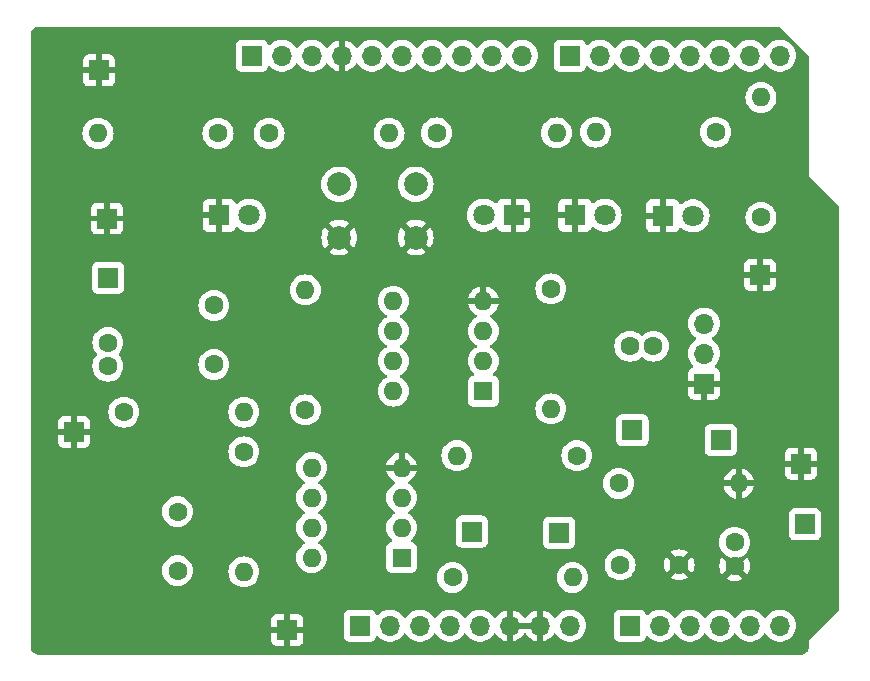
<source format=gbr>
%TF.GenerationSoftware,KiCad,Pcbnew,8.0.1*%
%TF.CreationDate,2024-05-26T21:08:22+02:00*%
%TF.ProjectId,RadarPCB,52616461-7250-4434-922e-6b696361645f,R1.3*%
%TF.SameCoordinates,Original*%
%TF.FileFunction,Copper,L2,Inr*%
%TF.FilePolarity,Positive*%
%FSLAX46Y46*%
G04 Gerber Fmt 4.6, Leading zero omitted, Abs format (unit mm)*
G04 Created by KiCad (PCBNEW 8.0.1) date 2024-05-26 21:08:22*
%MOMM*%
%LPD*%
G01*
G04 APERTURE LIST*
%TA.AperFunction,ComponentPad*%
%ADD10R,1.700000X1.700000*%
%TD*%
%TA.AperFunction,ComponentPad*%
%ADD11C,1.600000*%
%TD*%
%TA.AperFunction,ComponentPad*%
%ADD12O,1.600000X1.600000*%
%TD*%
%TA.AperFunction,ComponentPad*%
%ADD13R,1.800000X1.800000*%
%TD*%
%TA.AperFunction,ComponentPad*%
%ADD14C,1.800000*%
%TD*%
%TA.AperFunction,ComponentPad*%
%ADD15R,1.600000X1.600000*%
%TD*%
%TA.AperFunction,ComponentPad*%
%ADD16C,2.000000*%
%TD*%
%TA.AperFunction,ComponentPad*%
%ADD17O,1.700000X1.700000*%
%TD*%
G04 APERTURE END LIST*
D10*
%TO.N,GND*%
%TO.C,GND_TP4*%
X103730000Y-81080000D03*
%TD*%
%TO.N,Net-(U1--)*%
%TO.C,HPF1_TP*%
X151020000Y-80910000D03*
%TD*%
D11*
%TO.N,/Vin1*%
%TO.C,R4*%
X149850000Y-85420000D03*
D12*
%TO.N,GND*%
X160010000Y-85420000D03*
%TD*%
D10*
%TO.N,GND*%
%TO.C,GND_TP3*%
X121800000Y-97820000D03*
%TD*%
D11*
%TO.N,Net-(D1-A)*%
%TO.C,R2*%
X115930000Y-55770000D03*
D12*
%TO.N,+5V*%
X105770000Y-55770000D03*
%TD*%
D11*
%TO.N,Net-(C3-Pad1)*%
%TO.C,C3*%
X150800000Y-73800000D03*
%TO.N,/Signal*%
X152800000Y-73800000D03*
%TD*%
D10*
%TO.N,GND*%
%TO.C,GND_TP2*%
X106530000Y-62990000D03*
%TD*%
D11*
%TO.N,Net-(U1--)*%
%TO.C,R9*%
X123330000Y-79190000D03*
D12*
%TO.N,/OP1_out*%
X123330000Y-69030000D03*
%TD*%
D11*
%TO.N,Net-(D3-A)*%
%TO.C,R6*%
X158070000Y-55680000D03*
D12*
%TO.N,/LED_Orange*%
X147910000Y-55680000D03*
%TD*%
D10*
%TO.N,/Signal*%
%TO.C,Signal_TP1*%
X158500000Y-81750000D03*
%TD*%
D13*
%TO.N,GND*%
%TO.C,D4*%
X140950000Y-62710000D03*
D14*
%TO.N,Net-(D4-A)*%
X138410000Y-62710000D03*
%TD*%
D11*
%TO.N,Net-(U2--)*%
%TO.C,R11*%
X118120000Y-82740000D03*
D12*
%TO.N,/OP2_out*%
X118120000Y-92900000D03*
%TD*%
D11*
%TO.N,/OP1_out*%
%TO.C,C5*%
X106600000Y-73490000D03*
%TO.N,Net-(C5-Pad2)*%
X106600000Y-75490000D03*
%TD*%
D13*
%TO.N,GND*%
%TO.C,D3*%
X146145000Y-62710000D03*
D14*
%TO.N,Net-(D3-A)*%
X148685000Y-62710000D03*
%TD*%
D10*
%TO.N,/OP2_out*%
%TO.C,OP2_TP1*%
X144810000Y-89580000D03*
%TD*%
D11*
%TO.N,/OP2_out*%
%TO.C,R12*%
X135790000Y-93380000D03*
D12*
%TO.N,/Vout*%
X145950000Y-93380000D03*
%TD*%
D11*
%TO.N,+5V*%
%TO.C,R3*%
X146310000Y-83070000D03*
D12*
%TO.N,/Vin1*%
X136150000Y-83070000D03*
%TD*%
D11*
%TO.N,/Vin1*%
%TO.C,C1*%
X159680000Y-90400000D03*
%TO.N,GND*%
X159680000Y-92400000D03*
%TD*%
D10*
%TO.N,GND*%
%TO.C,GND_TP5*%
X161810000Y-67780000D03*
%TD*%
D11*
%TO.N,Net-(U2--)*%
%TO.C,C6*%
X112500000Y-87800000D03*
%TO.N,/OP2_out*%
X112500000Y-92800000D03*
%TD*%
%TO.N,Net-(D2-A)*%
%TO.C,R5*%
X161900000Y-62900000D03*
D12*
%TO.N,/LED_Green*%
X161900000Y-52740000D03*
%TD*%
D13*
%TO.N,GND*%
%TO.C,D2*%
X153595000Y-62760000D03*
D14*
%TO.N,Net-(D2-A)*%
X156135000Y-62760000D03*
%TD*%
D11*
%TO.N,+5V*%
%TO.C,R1*%
X120250000Y-55780000D03*
D12*
%TO.N,/PushButton*%
X130410000Y-55780000D03*
%TD*%
D10*
%TO.N,/Vin1*%
%TO.C,VtgD_TP*%
X165630000Y-88870000D03*
%TD*%
%TO.N,GND*%
%TO.C,GND_TP6*%
X105850000Y-50450000D03*
%TD*%
D13*
%TO.N,GND*%
%TO.C,D1*%
X116040000Y-62730000D03*
D14*
%TO.N,Net-(D1-A)*%
X118580000Y-62730000D03*
%TD*%
D15*
%TO.N,unconnected-(U2-NC-Pad1)*%
%TO.C,U2*%
X131470000Y-91700000D03*
D12*
%TO.N,Net-(U2--)*%
X131470000Y-89160000D03*
%TO.N,/Vin1*%
X131470000Y-86620000D03*
%TO.N,GND*%
X131470000Y-84080000D03*
%TO.N,unconnected-(U2-NC-Pad5)*%
X123850000Y-84080000D03*
%TO.N,/OP2_out*%
X123850000Y-86620000D03*
%TO.N,+5V*%
X123850000Y-89160000D03*
%TO.N,unconnected-(U2-NC-Pad8)*%
X123850000Y-91700000D03*
%TD*%
D15*
%TO.N,unconnected-(U1-NC-Pad1)*%
%TO.C,U1*%
X138400000Y-77610000D03*
D12*
%TO.N,Net-(U1--)*%
X138400000Y-75070000D03*
%TO.N,/Vin1*%
X138400000Y-72530000D03*
%TO.N,GND*%
X138400000Y-69990000D03*
%TO.N,unconnected-(U1-NC-Pad5)*%
X130780000Y-69990000D03*
%TO.N,/OP1_out*%
X130780000Y-72530000D03*
%TO.N,+5V*%
X130780000Y-75070000D03*
%TO.N,unconnected-(U1-NC-Pad8)*%
X130780000Y-77610000D03*
%TD*%
D10*
%TO.N,GND*%
%TO.C,GND_TP1*%
X165300000Y-83740000D03*
%TD*%
D11*
%TO.N,Net-(D4-A)*%
%TO.C,R7*%
X134430000Y-55740000D03*
D12*
%TO.N,/LED_Red*%
X144590000Y-55740000D03*
%TD*%
D11*
%TO.N,Net-(C3-Pad1)*%
%TO.C,R8*%
X144110000Y-68940000D03*
D12*
%TO.N,Net-(U1--)*%
X144110000Y-79100000D03*
%TD*%
D11*
%TO.N,/Vin1*%
%TO.C,C2*%
X149970000Y-92300000D03*
%TO.N,GND*%
X154970000Y-92300000D03*
%TD*%
D16*
%TO.N,/PushButton*%
%TO.C,SW1*%
X126180000Y-60100000D03*
X132680000Y-60100000D03*
%TO.N,GND*%
X126180000Y-64600000D03*
X132680000Y-64600000D03*
%TD*%
D11*
%TO.N,Net-(C5-Pad2)*%
%TO.C,R10*%
X107960000Y-79380000D03*
D12*
%TO.N,Net-(U2--)*%
X118120000Y-79380000D03*
%TD*%
D10*
%TO.N,Net-(U2--)*%
%TO.C,HPF2_TP*%
X137420000Y-89490000D03*
%TD*%
D11*
%TO.N,Net-(U1--)*%
%TO.C,C4*%
X115580000Y-75350000D03*
%TO.N,/OP1_out*%
X115580000Y-70350000D03*
%TD*%
D10*
%TO.N,GND*%
%TO.C,J5*%
X157080000Y-76965000D03*
D17*
%TO.N,/Signal*%
X157080000Y-74425000D03*
%TO.N,+5V*%
X157080000Y-71885000D03*
%TD*%
D10*
%TO.N,/OP1_out*%
%TO.C,OP1_TP1*%
X106630000Y-68000000D03*
%TD*%
%TO.N,unconnected-(J1-Pin_1-Pad1)*%
%TO.C,J1*%
X127940000Y-97460000D03*
D17*
%TO.N,/IOREF*%
X130480000Y-97460000D03*
%TO.N,/~{RESET}*%
X133020000Y-97460000D03*
%TO.N,unconnected-(J1-Pin_4-Pad4)*%
X135560000Y-97460000D03*
%TO.N,+5V*%
X138100000Y-97460000D03*
%TO.N,GND*%
X140640000Y-97460000D03*
X143180000Y-97460000D03*
%TO.N,/Vin*%
X145720000Y-97460000D03*
%TD*%
D10*
%TO.N,/Vout*%
%TO.C,J3*%
X150800000Y-97460000D03*
D17*
%TO.N,/A1*%
X153340000Y-97460000D03*
%TO.N,/A2*%
X155880000Y-97460000D03*
%TO.N,/A3*%
X158420000Y-97460000D03*
%TO.N,unconnected-(J3-Pin_5-Pad5)*%
X160960000Y-97460000D03*
%TO.N,unconnected-(J3-Pin_6-Pad6)*%
X163500000Y-97460000D03*
%TD*%
D10*
%TO.N,unconnected-(J2-Pin_1-Pad1)*%
%TO.C,J2*%
X118796000Y-49200000D03*
D17*
%TO.N,unconnected-(J2-Pin_2-Pad2)*%
X121336000Y-49200000D03*
%TO.N,/AREF*%
X123876000Y-49200000D03*
%TO.N,GND*%
X126416000Y-49200000D03*
%TO.N,/13*%
X128956000Y-49200000D03*
%TO.N,/12*%
X131496000Y-49200000D03*
%TO.N,/\u002A11*%
X134036000Y-49200000D03*
%TO.N,/\u002A10*%
X136576000Y-49200000D03*
%TO.N,/\u002A9*%
X139116000Y-49200000D03*
%TO.N,/8*%
X141656000Y-49200000D03*
%TD*%
D10*
%TO.N,/PushButton*%
%TO.C,J4*%
X145720000Y-49200000D03*
D17*
%TO.N,/LED_Red*%
X148260000Y-49200000D03*
%TO.N,/LED_Orange*%
X150800000Y-49200000D03*
%TO.N,/LED_Green*%
X153340000Y-49200000D03*
%TO.N,/\u002A3*%
X155880000Y-49200000D03*
%TO.N,/2*%
X158420000Y-49200000D03*
%TO.N,/TX{slash}1*%
X160960000Y-49200000D03*
%TO.N,/RX{slash}0*%
X163500000Y-49200000D03*
%TD*%
%TA.AperFunction,Conductor*%
%TO.N,GND*%
G36*
X142714075Y-97267007D02*
G01*
X142680000Y-97394174D01*
X142680000Y-97525826D01*
X142714075Y-97652993D01*
X142746988Y-97710000D01*
X141073012Y-97710000D01*
X141105925Y-97652993D01*
X141140000Y-97525826D01*
X141140000Y-97394174D01*
X141105925Y-97267007D01*
X141073012Y-97210000D01*
X142746988Y-97210000D01*
X142714075Y-97267007D01*
G37*
%TD.AperFunction*%
%TA.AperFunction,Conductor*%
G36*
X163484404Y-46755185D02*
G01*
X163505046Y-46771819D01*
X165928181Y-49194954D01*
X165961666Y-49256277D01*
X165964500Y-49282635D01*
X165964500Y-59344982D01*
X165964500Y-59375018D01*
X165975994Y-59402767D01*
X165975995Y-59402768D01*
X168468181Y-61894954D01*
X168501666Y-61956277D01*
X168504500Y-61982635D01*
X168504500Y-96107364D01*
X168484815Y-96174403D01*
X168468181Y-96195045D01*
X165997233Y-98665994D01*
X165975995Y-98687231D01*
X165964500Y-98714982D01*
X165964500Y-99231907D01*
X165963903Y-99244062D01*
X165952505Y-99359778D01*
X165947763Y-99383618D01*
X165917832Y-99482290D01*
X165915789Y-99489024D01*
X165906486Y-99511482D01*
X165854561Y-99608627D01*
X165841056Y-99628839D01*
X165771176Y-99713988D01*
X165753988Y-99731176D01*
X165668839Y-99801056D01*
X165648627Y-99814561D01*
X165551482Y-99866486D01*
X165529028Y-99875787D01*
X165487028Y-99888528D01*
X165423618Y-99907763D01*
X165399778Y-99912505D01*
X165291162Y-99923203D01*
X165284060Y-99923903D01*
X165271907Y-99924500D01*
X100768093Y-99924500D01*
X100755939Y-99923903D01*
X100747995Y-99923120D01*
X100640221Y-99912505D01*
X100616381Y-99907763D01*
X100599445Y-99902625D01*
X100510968Y-99875786D01*
X100488517Y-99866486D01*
X100391372Y-99814561D01*
X100371160Y-99801056D01*
X100286011Y-99731176D01*
X100268823Y-99713988D01*
X100198943Y-99628839D01*
X100185438Y-99608627D01*
X100133510Y-99511476D01*
X100124215Y-99489037D01*
X100092234Y-99383612D01*
X100087494Y-99359777D01*
X100076097Y-99244061D01*
X100075500Y-99231907D01*
X100075500Y-98717844D01*
X120450000Y-98717844D01*
X120456401Y-98777372D01*
X120456403Y-98777379D01*
X120506645Y-98912086D01*
X120506649Y-98912093D01*
X120592809Y-99027187D01*
X120592812Y-99027190D01*
X120707906Y-99113350D01*
X120707913Y-99113354D01*
X120842620Y-99163596D01*
X120842627Y-99163598D01*
X120902155Y-99169999D01*
X120902172Y-99170000D01*
X121550000Y-99170000D01*
X121550000Y-98253012D01*
X121607007Y-98285925D01*
X121734174Y-98320000D01*
X121865826Y-98320000D01*
X121992993Y-98285925D01*
X122050000Y-98253012D01*
X122050000Y-99170000D01*
X122697828Y-99170000D01*
X122697844Y-99169999D01*
X122757372Y-99163598D01*
X122757379Y-99163596D01*
X122892086Y-99113354D01*
X122892093Y-99113350D01*
X123007187Y-99027190D01*
X123007190Y-99027187D01*
X123093350Y-98912093D01*
X123093354Y-98912086D01*
X123143596Y-98777379D01*
X123143598Y-98777372D01*
X123149999Y-98717844D01*
X123150000Y-98717827D01*
X123150000Y-98358654D01*
X126581500Y-98358654D01*
X126588011Y-98419202D01*
X126588011Y-98419204D01*
X126639111Y-98556204D01*
X126726739Y-98673261D01*
X126843796Y-98760889D01*
X126980799Y-98811989D01*
X127008050Y-98814918D01*
X127041345Y-98818499D01*
X127041362Y-98818500D01*
X128838638Y-98818500D01*
X128838654Y-98818499D01*
X128865692Y-98815591D01*
X128899201Y-98811989D01*
X129036204Y-98760889D01*
X129153261Y-98673261D01*
X129240889Y-98556204D01*
X129286138Y-98434887D01*
X129328009Y-98378956D01*
X129393474Y-98354539D01*
X129461746Y-98369391D01*
X129493545Y-98394236D01*
X129556760Y-98462906D01*
X129734424Y-98601189D01*
X129734425Y-98601189D01*
X129734427Y-98601191D01*
X129861135Y-98669761D01*
X129932426Y-98708342D01*
X130145365Y-98781444D01*
X130367431Y-98818500D01*
X130592569Y-98818500D01*
X130814635Y-98781444D01*
X131027574Y-98708342D01*
X131225576Y-98601189D01*
X131403240Y-98462906D01*
X131524594Y-98331082D01*
X131555715Y-98297276D01*
X131555715Y-98297275D01*
X131555722Y-98297268D01*
X131646193Y-98158790D01*
X131699338Y-98113437D01*
X131768569Y-98104013D01*
X131831905Y-98133515D01*
X131853804Y-98158787D01*
X131944278Y-98297268D01*
X131944283Y-98297273D01*
X131944284Y-98297276D01*
X132070968Y-98434889D01*
X132096760Y-98462906D01*
X132274424Y-98601189D01*
X132274425Y-98601189D01*
X132274427Y-98601191D01*
X132401135Y-98669761D01*
X132472426Y-98708342D01*
X132685365Y-98781444D01*
X132907431Y-98818500D01*
X133132569Y-98818500D01*
X133354635Y-98781444D01*
X133567574Y-98708342D01*
X133765576Y-98601189D01*
X133943240Y-98462906D01*
X134064594Y-98331082D01*
X134095715Y-98297276D01*
X134095715Y-98297275D01*
X134095722Y-98297268D01*
X134186193Y-98158790D01*
X134239338Y-98113437D01*
X134308569Y-98104013D01*
X134371905Y-98133515D01*
X134393804Y-98158787D01*
X134484278Y-98297268D01*
X134484283Y-98297273D01*
X134484284Y-98297276D01*
X134610968Y-98434889D01*
X134636760Y-98462906D01*
X134814424Y-98601189D01*
X134814425Y-98601189D01*
X134814427Y-98601191D01*
X134941135Y-98669761D01*
X135012426Y-98708342D01*
X135225365Y-98781444D01*
X135447431Y-98818500D01*
X135672569Y-98818500D01*
X135894635Y-98781444D01*
X136107574Y-98708342D01*
X136305576Y-98601189D01*
X136483240Y-98462906D01*
X136604594Y-98331082D01*
X136635715Y-98297276D01*
X136635715Y-98297275D01*
X136635722Y-98297268D01*
X136726193Y-98158790D01*
X136779338Y-98113437D01*
X136848569Y-98104013D01*
X136911905Y-98133515D01*
X136933804Y-98158787D01*
X137024278Y-98297268D01*
X137024283Y-98297273D01*
X137024284Y-98297276D01*
X137150968Y-98434889D01*
X137176760Y-98462906D01*
X137354424Y-98601189D01*
X137354425Y-98601189D01*
X137354427Y-98601191D01*
X137481135Y-98669761D01*
X137552426Y-98708342D01*
X137765365Y-98781444D01*
X137987431Y-98818500D01*
X138212569Y-98818500D01*
X138434635Y-98781444D01*
X138647574Y-98708342D01*
X138845576Y-98601189D01*
X139023240Y-98462906D01*
X139144594Y-98331082D01*
X139175715Y-98297276D01*
X139175715Y-98297275D01*
X139175722Y-98297268D01*
X139269749Y-98153347D01*
X139322894Y-98107994D01*
X139392125Y-98098570D01*
X139455461Y-98128072D01*
X139475130Y-98150048D01*
X139601890Y-98331078D01*
X139768917Y-98498105D01*
X139962421Y-98633600D01*
X140176507Y-98733429D01*
X140176516Y-98733433D01*
X140390000Y-98790634D01*
X140390000Y-97893012D01*
X140447007Y-97925925D01*
X140574174Y-97960000D01*
X140705826Y-97960000D01*
X140832993Y-97925925D01*
X140890000Y-97893012D01*
X140890000Y-98790633D01*
X141103483Y-98733433D01*
X141103492Y-98733429D01*
X141317578Y-98633600D01*
X141511082Y-98498105D01*
X141678105Y-98331082D01*
X141808425Y-98144968D01*
X141863002Y-98101344D01*
X141932501Y-98094151D01*
X141994855Y-98125673D01*
X142011575Y-98144968D01*
X142141894Y-98331082D01*
X142308917Y-98498105D01*
X142502421Y-98633600D01*
X142716507Y-98733429D01*
X142716516Y-98733433D01*
X142930000Y-98790634D01*
X142930000Y-97893012D01*
X142987007Y-97925925D01*
X143114174Y-97960000D01*
X143245826Y-97960000D01*
X143372993Y-97925925D01*
X143430000Y-97893012D01*
X143430000Y-98790633D01*
X143643483Y-98733433D01*
X143643492Y-98733429D01*
X143857578Y-98633600D01*
X144051082Y-98498105D01*
X144218105Y-98331082D01*
X144344868Y-98150048D01*
X144399445Y-98106423D01*
X144468944Y-98099231D01*
X144531298Y-98130753D01*
X144550251Y-98153350D01*
X144644276Y-98297265D01*
X144644284Y-98297276D01*
X144770968Y-98434889D01*
X144796760Y-98462906D01*
X144974424Y-98601189D01*
X144974425Y-98601189D01*
X144974427Y-98601191D01*
X145101135Y-98669761D01*
X145172426Y-98708342D01*
X145385365Y-98781444D01*
X145607431Y-98818500D01*
X145832569Y-98818500D01*
X146054635Y-98781444D01*
X146267574Y-98708342D01*
X146465576Y-98601189D01*
X146643240Y-98462906D01*
X146739212Y-98358654D01*
X149441500Y-98358654D01*
X149448011Y-98419202D01*
X149448011Y-98419204D01*
X149499111Y-98556204D01*
X149586739Y-98673261D01*
X149703796Y-98760889D01*
X149840799Y-98811989D01*
X149868050Y-98814918D01*
X149901345Y-98818499D01*
X149901362Y-98818500D01*
X151698638Y-98818500D01*
X151698654Y-98818499D01*
X151725692Y-98815591D01*
X151759201Y-98811989D01*
X151896204Y-98760889D01*
X152013261Y-98673261D01*
X152100889Y-98556204D01*
X152146138Y-98434887D01*
X152188009Y-98378956D01*
X152253474Y-98354539D01*
X152321746Y-98369391D01*
X152353545Y-98394236D01*
X152416760Y-98462906D01*
X152594424Y-98601189D01*
X152594425Y-98601189D01*
X152594427Y-98601191D01*
X152721135Y-98669761D01*
X152792426Y-98708342D01*
X153005365Y-98781444D01*
X153227431Y-98818500D01*
X153452569Y-98818500D01*
X153674635Y-98781444D01*
X153887574Y-98708342D01*
X154085576Y-98601189D01*
X154263240Y-98462906D01*
X154384594Y-98331082D01*
X154415715Y-98297276D01*
X154415715Y-98297275D01*
X154415722Y-98297268D01*
X154506193Y-98158790D01*
X154559338Y-98113437D01*
X154628569Y-98104013D01*
X154691905Y-98133515D01*
X154713804Y-98158787D01*
X154804278Y-98297268D01*
X154804283Y-98297273D01*
X154804284Y-98297276D01*
X154930968Y-98434889D01*
X154956760Y-98462906D01*
X155134424Y-98601189D01*
X155134425Y-98601189D01*
X155134427Y-98601191D01*
X155261135Y-98669761D01*
X155332426Y-98708342D01*
X155545365Y-98781444D01*
X155767431Y-98818500D01*
X155992569Y-98818500D01*
X156214635Y-98781444D01*
X156427574Y-98708342D01*
X156625576Y-98601189D01*
X156803240Y-98462906D01*
X156924594Y-98331082D01*
X156955715Y-98297276D01*
X156955715Y-98297275D01*
X156955722Y-98297268D01*
X157046193Y-98158790D01*
X157099338Y-98113437D01*
X157168569Y-98104013D01*
X157231905Y-98133515D01*
X157253804Y-98158787D01*
X157344278Y-98297268D01*
X157344283Y-98297273D01*
X157344284Y-98297276D01*
X157470968Y-98434889D01*
X157496760Y-98462906D01*
X157674424Y-98601189D01*
X157674425Y-98601189D01*
X157674427Y-98601191D01*
X157801135Y-98669761D01*
X157872426Y-98708342D01*
X158085365Y-98781444D01*
X158307431Y-98818500D01*
X158532569Y-98818500D01*
X158754635Y-98781444D01*
X158967574Y-98708342D01*
X159165576Y-98601189D01*
X159343240Y-98462906D01*
X159464594Y-98331082D01*
X159495715Y-98297276D01*
X159495715Y-98297275D01*
X159495722Y-98297268D01*
X159586193Y-98158790D01*
X159639338Y-98113437D01*
X159708569Y-98104013D01*
X159771905Y-98133515D01*
X159793804Y-98158787D01*
X159884278Y-98297268D01*
X159884283Y-98297273D01*
X159884284Y-98297276D01*
X160010968Y-98434889D01*
X160036760Y-98462906D01*
X160214424Y-98601189D01*
X160214425Y-98601189D01*
X160214427Y-98601191D01*
X160341135Y-98669761D01*
X160412426Y-98708342D01*
X160625365Y-98781444D01*
X160847431Y-98818500D01*
X161072569Y-98818500D01*
X161294635Y-98781444D01*
X161507574Y-98708342D01*
X161705576Y-98601189D01*
X161883240Y-98462906D01*
X162004594Y-98331082D01*
X162035715Y-98297276D01*
X162035715Y-98297275D01*
X162035722Y-98297268D01*
X162126193Y-98158790D01*
X162179338Y-98113437D01*
X162248569Y-98104013D01*
X162311905Y-98133515D01*
X162333804Y-98158787D01*
X162424278Y-98297268D01*
X162424283Y-98297273D01*
X162424284Y-98297276D01*
X162550968Y-98434889D01*
X162576760Y-98462906D01*
X162754424Y-98601189D01*
X162754425Y-98601189D01*
X162754427Y-98601191D01*
X162881135Y-98669761D01*
X162952426Y-98708342D01*
X163165365Y-98781444D01*
X163387431Y-98818500D01*
X163612569Y-98818500D01*
X163834635Y-98781444D01*
X164047574Y-98708342D01*
X164245576Y-98601189D01*
X164423240Y-98462906D01*
X164544594Y-98331082D01*
X164575715Y-98297276D01*
X164575717Y-98297273D01*
X164575722Y-98297268D01*
X164698860Y-98108791D01*
X164789296Y-97902616D01*
X164844564Y-97684368D01*
X164854041Y-97570000D01*
X164863156Y-97460005D01*
X164863156Y-97459994D01*
X164844565Y-97235640D01*
X164844563Y-97235628D01*
X164789296Y-97017385D01*
X164779071Y-96994075D01*
X164698860Y-96811209D01*
X164682706Y-96786484D01*
X164575723Y-96622734D01*
X164575715Y-96622723D01*
X164423243Y-96457097D01*
X164423238Y-96457092D01*
X164245577Y-96318812D01*
X164245572Y-96318808D01*
X164047580Y-96211661D01*
X164047577Y-96211659D01*
X164047574Y-96211658D01*
X164047571Y-96211657D01*
X164047569Y-96211656D01*
X163834637Y-96138556D01*
X163612569Y-96101500D01*
X163387431Y-96101500D01*
X163165362Y-96138556D01*
X162952430Y-96211656D01*
X162952419Y-96211661D01*
X162754427Y-96318808D01*
X162754422Y-96318812D01*
X162576761Y-96457092D01*
X162576756Y-96457097D01*
X162424284Y-96622723D01*
X162424276Y-96622734D01*
X162333808Y-96761206D01*
X162280662Y-96806562D01*
X162211431Y-96815986D01*
X162148095Y-96786484D01*
X162126192Y-96761206D01*
X162035723Y-96622734D01*
X162035715Y-96622723D01*
X161883243Y-96457097D01*
X161883238Y-96457092D01*
X161705577Y-96318812D01*
X161705572Y-96318808D01*
X161507580Y-96211661D01*
X161507577Y-96211659D01*
X161507574Y-96211658D01*
X161507571Y-96211657D01*
X161507569Y-96211656D01*
X161294637Y-96138556D01*
X161072569Y-96101500D01*
X160847431Y-96101500D01*
X160625362Y-96138556D01*
X160412430Y-96211656D01*
X160412419Y-96211661D01*
X160214427Y-96318808D01*
X160214422Y-96318812D01*
X160036761Y-96457092D01*
X160036756Y-96457097D01*
X159884284Y-96622723D01*
X159884276Y-96622734D01*
X159793808Y-96761206D01*
X159740662Y-96806562D01*
X159671431Y-96815986D01*
X159608095Y-96786484D01*
X159586192Y-96761206D01*
X159495723Y-96622734D01*
X159495715Y-96622723D01*
X159343243Y-96457097D01*
X159343238Y-96457092D01*
X159165577Y-96318812D01*
X159165572Y-96318808D01*
X158967580Y-96211661D01*
X158967577Y-96211659D01*
X158967574Y-96211658D01*
X158967571Y-96211657D01*
X158967569Y-96211656D01*
X158754637Y-96138556D01*
X158532569Y-96101500D01*
X158307431Y-96101500D01*
X158085362Y-96138556D01*
X157872430Y-96211656D01*
X157872419Y-96211661D01*
X157674427Y-96318808D01*
X157674422Y-96318812D01*
X157496761Y-96457092D01*
X157496756Y-96457097D01*
X157344284Y-96622723D01*
X157344276Y-96622734D01*
X157253808Y-96761206D01*
X157200662Y-96806562D01*
X157131431Y-96815986D01*
X157068095Y-96786484D01*
X157046192Y-96761206D01*
X156955723Y-96622734D01*
X156955715Y-96622723D01*
X156803243Y-96457097D01*
X156803238Y-96457092D01*
X156625577Y-96318812D01*
X156625572Y-96318808D01*
X156427580Y-96211661D01*
X156427577Y-96211659D01*
X156427574Y-96211658D01*
X156427571Y-96211657D01*
X156427569Y-96211656D01*
X156214637Y-96138556D01*
X155992569Y-96101500D01*
X155767431Y-96101500D01*
X155545362Y-96138556D01*
X155332430Y-96211656D01*
X155332419Y-96211661D01*
X155134427Y-96318808D01*
X155134422Y-96318812D01*
X154956761Y-96457092D01*
X154956756Y-96457097D01*
X154804284Y-96622723D01*
X154804276Y-96622734D01*
X154713808Y-96761206D01*
X154660662Y-96806562D01*
X154591431Y-96815986D01*
X154528095Y-96786484D01*
X154506192Y-96761206D01*
X154415723Y-96622734D01*
X154415715Y-96622723D01*
X154263243Y-96457097D01*
X154263238Y-96457092D01*
X154085577Y-96318812D01*
X154085572Y-96318808D01*
X153887580Y-96211661D01*
X153887577Y-96211659D01*
X153887574Y-96211658D01*
X153887571Y-96211657D01*
X153887569Y-96211656D01*
X153674637Y-96138556D01*
X153452569Y-96101500D01*
X153227431Y-96101500D01*
X153005362Y-96138556D01*
X152792430Y-96211656D01*
X152792419Y-96211661D01*
X152594427Y-96318808D01*
X152594422Y-96318812D01*
X152416761Y-96457092D01*
X152353548Y-96525760D01*
X152293661Y-96561750D01*
X152223823Y-96559649D01*
X152166207Y-96520124D01*
X152146138Y-96485110D01*
X152100889Y-96363796D01*
X152067214Y-96318812D01*
X152013261Y-96246739D01*
X151896204Y-96159111D01*
X151895172Y-96158726D01*
X151759203Y-96108011D01*
X151698654Y-96101500D01*
X151698638Y-96101500D01*
X149901362Y-96101500D01*
X149901345Y-96101500D01*
X149840797Y-96108011D01*
X149840795Y-96108011D01*
X149703795Y-96159111D01*
X149586739Y-96246739D01*
X149499111Y-96363795D01*
X149448011Y-96500795D01*
X149448011Y-96500797D01*
X149441500Y-96561345D01*
X149441500Y-98358654D01*
X146739212Y-98358654D01*
X146764594Y-98331082D01*
X146795715Y-98297276D01*
X146795717Y-98297273D01*
X146795722Y-98297268D01*
X146918860Y-98108791D01*
X147009296Y-97902616D01*
X147064564Y-97684368D01*
X147074041Y-97570000D01*
X147083156Y-97460005D01*
X147083156Y-97459994D01*
X147064565Y-97235640D01*
X147064563Y-97235628D01*
X147009296Y-97017385D01*
X146999071Y-96994075D01*
X146918860Y-96811209D01*
X146902706Y-96786484D01*
X146795723Y-96622734D01*
X146795715Y-96622723D01*
X146643243Y-96457097D01*
X146643238Y-96457092D01*
X146465577Y-96318812D01*
X146465572Y-96318808D01*
X146267580Y-96211661D01*
X146267577Y-96211659D01*
X146267574Y-96211658D01*
X146267571Y-96211657D01*
X146267569Y-96211656D01*
X146054637Y-96138556D01*
X145832569Y-96101500D01*
X145607431Y-96101500D01*
X145385362Y-96138556D01*
X145172430Y-96211656D01*
X145172419Y-96211661D01*
X144974427Y-96318808D01*
X144974422Y-96318812D01*
X144796761Y-96457092D01*
X144796756Y-96457097D01*
X144644284Y-96622723D01*
X144644276Y-96622734D01*
X144550251Y-96766650D01*
X144497105Y-96812007D01*
X144427873Y-96821430D01*
X144364538Y-96791928D01*
X144344868Y-96769951D01*
X144218113Y-96588926D01*
X144218108Y-96588920D01*
X144051082Y-96421894D01*
X143857578Y-96286399D01*
X143643492Y-96186570D01*
X143643486Y-96186567D01*
X143430000Y-96129364D01*
X143430000Y-97026988D01*
X143372993Y-96994075D01*
X143245826Y-96960000D01*
X143114174Y-96960000D01*
X142987007Y-96994075D01*
X142930000Y-97026988D01*
X142930000Y-96129364D01*
X142929999Y-96129364D01*
X142716513Y-96186567D01*
X142716507Y-96186570D01*
X142502422Y-96286399D01*
X142502420Y-96286400D01*
X142308926Y-96421886D01*
X142308920Y-96421891D01*
X142141891Y-96588920D01*
X142141890Y-96588922D01*
X142011575Y-96775031D01*
X141956998Y-96818655D01*
X141887499Y-96825848D01*
X141825145Y-96794326D01*
X141808425Y-96775031D01*
X141678109Y-96588922D01*
X141678108Y-96588920D01*
X141511082Y-96421894D01*
X141317578Y-96286399D01*
X141103492Y-96186570D01*
X141103486Y-96186567D01*
X140890000Y-96129364D01*
X140890000Y-97026988D01*
X140832993Y-96994075D01*
X140705826Y-96960000D01*
X140574174Y-96960000D01*
X140447007Y-96994075D01*
X140390000Y-97026988D01*
X140390000Y-96129364D01*
X140389999Y-96129364D01*
X140176513Y-96186567D01*
X140176507Y-96186570D01*
X139962422Y-96286399D01*
X139962420Y-96286400D01*
X139768926Y-96421886D01*
X139768920Y-96421891D01*
X139601891Y-96588920D01*
X139601890Y-96588922D01*
X139475131Y-96769952D01*
X139420554Y-96813577D01*
X139351055Y-96820769D01*
X139288701Y-96789247D01*
X139269752Y-96766656D01*
X139175722Y-96622732D01*
X139175715Y-96622725D01*
X139175715Y-96622723D01*
X139023243Y-96457097D01*
X139023238Y-96457092D01*
X138845577Y-96318812D01*
X138845572Y-96318808D01*
X138647580Y-96211661D01*
X138647577Y-96211659D01*
X138647574Y-96211658D01*
X138647571Y-96211657D01*
X138647569Y-96211656D01*
X138434637Y-96138556D01*
X138212569Y-96101500D01*
X137987431Y-96101500D01*
X137765362Y-96138556D01*
X137552430Y-96211656D01*
X137552419Y-96211661D01*
X137354427Y-96318808D01*
X137354422Y-96318812D01*
X137176761Y-96457092D01*
X137176756Y-96457097D01*
X137024284Y-96622723D01*
X137024276Y-96622734D01*
X136933808Y-96761206D01*
X136880662Y-96806562D01*
X136811431Y-96815986D01*
X136748095Y-96786484D01*
X136726192Y-96761206D01*
X136635723Y-96622734D01*
X136635715Y-96622723D01*
X136483243Y-96457097D01*
X136483238Y-96457092D01*
X136305577Y-96318812D01*
X136305572Y-96318808D01*
X136107580Y-96211661D01*
X136107577Y-96211659D01*
X136107574Y-96211658D01*
X136107571Y-96211657D01*
X136107569Y-96211656D01*
X135894637Y-96138556D01*
X135672569Y-96101500D01*
X135447431Y-96101500D01*
X135225362Y-96138556D01*
X135012430Y-96211656D01*
X135012419Y-96211661D01*
X134814427Y-96318808D01*
X134814422Y-96318812D01*
X134636761Y-96457092D01*
X134636756Y-96457097D01*
X134484284Y-96622723D01*
X134484276Y-96622734D01*
X134393808Y-96761206D01*
X134340662Y-96806562D01*
X134271431Y-96815986D01*
X134208095Y-96786484D01*
X134186192Y-96761206D01*
X134095723Y-96622734D01*
X134095715Y-96622723D01*
X133943243Y-96457097D01*
X133943238Y-96457092D01*
X133765577Y-96318812D01*
X133765572Y-96318808D01*
X133567580Y-96211661D01*
X133567577Y-96211659D01*
X133567574Y-96211658D01*
X133567571Y-96211657D01*
X133567569Y-96211656D01*
X133354637Y-96138556D01*
X133132569Y-96101500D01*
X132907431Y-96101500D01*
X132685362Y-96138556D01*
X132472430Y-96211656D01*
X132472419Y-96211661D01*
X132274427Y-96318808D01*
X132274422Y-96318812D01*
X132096761Y-96457092D01*
X132096756Y-96457097D01*
X131944284Y-96622723D01*
X131944276Y-96622734D01*
X131853808Y-96761206D01*
X131800662Y-96806562D01*
X131731431Y-96815986D01*
X131668095Y-96786484D01*
X131646192Y-96761206D01*
X131555723Y-96622734D01*
X131555715Y-96622723D01*
X131403243Y-96457097D01*
X131403238Y-96457092D01*
X131225577Y-96318812D01*
X131225572Y-96318808D01*
X131027580Y-96211661D01*
X131027577Y-96211659D01*
X131027574Y-96211658D01*
X131027571Y-96211657D01*
X131027569Y-96211656D01*
X130814637Y-96138556D01*
X130592569Y-96101500D01*
X130367431Y-96101500D01*
X130145362Y-96138556D01*
X129932430Y-96211656D01*
X129932419Y-96211661D01*
X129734427Y-96318808D01*
X129734422Y-96318812D01*
X129556761Y-96457092D01*
X129493548Y-96525760D01*
X129433661Y-96561750D01*
X129363823Y-96559649D01*
X129306207Y-96520124D01*
X129286138Y-96485110D01*
X129240889Y-96363796D01*
X129207214Y-96318812D01*
X129153261Y-96246739D01*
X129036204Y-96159111D01*
X129035172Y-96158726D01*
X128899203Y-96108011D01*
X128838654Y-96101500D01*
X128838638Y-96101500D01*
X127041362Y-96101500D01*
X127041345Y-96101500D01*
X126980797Y-96108011D01*
X126980795Y-96108011D01*
X126843795Y-96159111D01*
X126726739Y-96246739D01*
X126639111Y-96363795D01*
X126588011Y-96500795D01*
X126588011Y-96500797D01*
X126581500Y-96561345D01*
X126581500Y-98358654D01*
X123150000Y-98358654D01*
X123150000Y-98070000D01*
X122233012Y-98070000D01*
X122265925Y-98012993D01*
X122300000Y-97885826D01*
X122300000Y-97754174D01*
X122265925Y-97627007D01*
X122233012Y-97570000D01*
X123150000Y-97570000D01*
X123150000Y-96922172D01*
X123149999Y-96922155D01*
X123143598Y-96862627D01*
X123143596Y-96862620D01*
X123093354Y-96727913D01*
X123093350Y-96727906D01*
X123007190Y-96612812D01*
X123007187Y-96612809D01*
X122892093Y-96526649D01*
X122892086Y-96526645D01*
X122757379Y-96476403D01*
X122757372Y-96476401D01*
X122697844Y-96470000D01*
X122050000Y-96470000D01*
X122050000Y-97386988D01*
X121992993Y-97354075D01*
X121865826Y-97320000D01*
X121734174Y-97320000D01*
X121607007Y-97354075D01*
X121550000Y-97386988D01*
X121550000Y-96470000D01*
X120902155Y-96470000D01*
X120842627Y-96476401D01*
X120842620Y-96476403D01*
X120707913Y-96526645D01*
X120707906Y-96526649D01*
X120592812Y-96612809D01*
X120592809Y-96612812D01*
X120506649Y-96727906D01*
X120506645Y-96727913D01*
X120456403Y-96862620D01*
X120456401Y-96862627D01*
X120450000Y-96922155D01*
X120450000Y-97570000D01*
X121366988Y-97570000D01*
X121334075Y-97627007D01*
X121300000Y-97754174D01*
X121300000Y-97885826D01*
X121334075Y-98012993D01*
X121366988Y-98070000D01*
X120450000Y-98070000D01*
X120450000Y-98717844D01*
X100075500Y-98717844D01*
X100075500Y-92800001D01*
X111186502Y-92800001D01*
X111206456Y-93028081D01*
X111206457Y-93028089D01*
X111265714Y-93249238D01*
X111265718Y-93249249D01*
X111326689Y-93380001D01*
X111362477Y-93456749D01*
X111493802Y-93644300D01*
X111655700Y-93806198D01*
X111843251Y-93937523D01*
X111968091Y-93995736D01*
X112050750Y-94034281D01*
X112050752Y-94034281D01*
X112050757Y-94034284D01*
X112271913Y-94093543D01*
X112434832Y-94107796D01*
X112499998Y-94113498D01*
X112500000Y-94113498D01*
X112500002Y-94113498D01*
X112557021Y-94108509D01*
X112728087Y-94093543D01*
X112949243Y-94034284D01*
X113156749Y-93937523D01*
X113344300Y-93806198D01*
X113506198Y-93644300D01*
X113637523Y-93456749D01*
X113734284Y-93249243D01*
X113793543Y-93028087D01*
X113804749Y-92900001D01*
X116806502Y-92900001D01*
X116826456Y-93128081D01*
X116826457Y-93128089D01*
X116885714Y-93349238D01*
X116885718Y-93349249D01*
X116968264Y-93526269D01*
X116982477Y-93556749D01*
X117113802Y-93744300D01*
X117275700Y-93906198D01*
X117463251Y-94037523D01*
X117583385Y-94093542D01*
X117670750Y-94134281D01*
X117670752Y-94134281D01*
X117670757Y-94134284D01*
X117891913Y-94193543D01*
X118054832Y-94207796D01*
X118119998Y-94213498D01*
X118120000Y-94213498D01*
X118120002Y-94213498D01*
X118177021Y-94208509D01*
X118348087Y-94193543D01*
X118569243Y-94134284D01*
X118776749Y-94037523D01*
X118964300Y-93906198D01*
X119126198Y-93744300D01*
X119257523Y-93556749D01*
X119339941Y-93380001D01*
X134476502Y-93380001D01*
X134496456Y-93608081D01*
X134496457Y-93608089D01*
X134555714Y-93829238D01*
X134555718Y-93829249D01*
X134651328Y-94034285D01*
X134652477Y-94036749D01*
X134783802Y-94224300D01*
X134945700Y-94386198D01*
X135133251Y-94517523D01*
X135258091Y-94575736D01*
X135340750Y-94614281D01*
X135340752Y-94614281D01*
X135340757Y-94614284D01*
X135561913Y-94673543D01*
X135724832Y-94687796D01*
X135789998Y-94693498D01*
X135790000Y-94693498D01*
X135790002Y-94693498D01*
X135847021Y-94688509D01*
X136018087Y-94673543D01*
X136239243Y-94614284D01*
X136446749Y-94517523D01*
X136634300Y-94386198D01*
X136796198Y-94224300D01*
X136927523Y-94036749D01*
X137024284Y-93829243D01*
X137083543Y-93608087D01*
X137103498Y-93380001D01*
X144636502Y-93380001D01*
X144656456Y-93608081D01*
X144656457Y-93608089D01*
X144715714Y-93829238D01*
X144715718Y-93829249D01*
X144811328Y-94034285D01*
X144812477Y-94036749D01*
X144943802Y-94224300D01*
X145105700Y-94386198D01*
X145293251Y-94517523D01*
X145418091Y-94575736D01*
X145500750Y-94614281D01*
X145500752Y-94614281D01*
X145500757Y-94614284D01*
X145721913Y-94673543D01*
X145884832Y-94687796D01*
X145949998Y-94693498D01*
X145950000Y-94693498D01*
X145950002Y-94693498D01*
X146007021Y-94688509D01*
X146178087Y-94673543D01*
X146399243Y-94614284D01*
X146606749Y-94517523D01*
X146794300Y-94386198D01*
X146956198Y-94224300D01*
X147087523Y-94036749D01*
X147184284Y-93829243D01*
X147243543Y-93608087D01*
X147263498Y-93380000D01*
X147243543Y-93151913D01*
X147184284Y-92930757D01*
X147169942Y-92900001D01*
X147098285Y-92746331D01*
X147087523Y-92723251D01*
X146956198Y-92535700D01*
X146794300Y-92373802D01*
X146688902Y-92300001D01*
X148656502Y-92300001D01*
X148676456Y-92528081D01*
X148676457Y-92528089D01*
X148735714Y-92749238D01*
X148735718Y-92749249D01*
X148822000Y-92934281D01*
X148832477Y-92956749D01*
X148963802Y-93144300D01*
X149125700Y-93306198D01*
X149313251Y-93437523D01*
X149354482Y-93456749D01*
X149520750Y-93534281D01*
X149520752Y-93534281D01*
X149520757Y-93534284D01*
X149741913Y-93593543D01*
X149904832Y-93607796D01*
X149969998Y-93613498D01*
X149970000Y-93613498D01*
X149970002Y-93613498D01*
X150031917Y-93608081D01*
X150198087Y-93593543D01*
X150419243Y-93534284D01*
X150626749Y-93437523D01*
X150814300Y-93306198D01*
X150976198Y-93144300D01*
X151107523Y-92956749D01*
X151204284Y-92749243D01*
X151263543Y-92528087D01*
X151283498Y-92300002D01*
X153665034Y-92300002D01*
X153684858Y-92526599D01*
X153684860Y-92526610D01*
X153743730Y-92746317D01*
X153743735Y-92746331D01*
X153839863Y-92952478D01*
X153890974Y-93025472D01*
X154570000Y-92346446D01*
X154570000Y-92352661D01*
X154597259Y-92454394D01*
X154649920Y-92545606D01*
X154724394Y-92620080D01*
X154815606Y-92672741D01*
X154917339Y-92700000D01*
X154923553Y-92700000D01*
X154244526Y-93379025D01*
X154317513Y-93430132D01*
X154317521Y-93430136D01*
X154523668Y-93526264D01*
X154523682Y-93526269D01*
X154743389Y-93585139D01*
X154743400Y-93585141D01*
X154969998Y-93604966D01*
X154970002Y-93604966D01*
X155196599Y-93585141D01*
X155196610Y-93585139D01*
X155416317Y-93526269D01*
X155416331Y-93526264D01*
X155622478Y-93430136D01*
X155695471Y-93379024D01*
X155016447Y-92700000D01*
X155022661Y-92700000D01*
X155124394Y-92672741D01*
X155215606Y-92620080D01*
X155290080Y-92545606D01*
X155342741Y-92454394D01*
X155370000Y-92352661D01*
X155370000Y-92346447D01*
X156049024Y-93025471D01*
X156100136Y-92952478D01*
X156196264Y-92746331D01*
X156196269Y-92746317D01*
X156255139Y-92526610D01*
X156255141Y-92526599D01*
X156274966Y-92300002D01*
X156274966Y-92299997D01*
X156255141Y-92073400D01*
X156255139Y-92073389D01*
X156196269Y-91853682D01*
X156196264Y-91853668D01*
X156100136Y-91647521D01*
X156100132Y-91647513D01*
X156049025Y-91574526D01*
X155370000Y-92253551D01*
X155370000Y-92247339D01*
X155342741Y-92145606D01*
X155290080Y-92054394D01*
X155215606Y-91979920D01*
X155124394Y-91927259D01*
X155022661Y-91900000D01*
X155016448Y-91900000D01*
X155695472Y-91220974D01*
X155622478Y-91169863D01*
X155416331Y-91073735D01*
X155416317Y-91073730D01*
X155196610Y-91014860D01*
X155196599Y-91014858D01*
X154970002Y-90995034D01*
X154969998Y-90995034D01*
X154743400Y-91014858D01*
X154743389Y-91014860D01*
X154523682Y-91073730D01*
X154523673Y-91073734D01*
X154317516Y-91169866D01*
X154317512Y-91169868D01*
X154244526Y-91220973D01*
X154244526Y-91220974D01*
X154923553Y-91900000D01*
X154917339Y-91900000D01*
X154815606Y-91927259D01*
X154724394Y-91979920D01*
X154649920Y-92054394D01*
X154597259Y-92145606D01*
X154570000Y-92247339D01*
X154570000Y-92253552D01*
X153890974Y-91574526D01*
X153890973Y-91574526D01*
X153839868Y-91647512D01*
X153839866Y-91647516D01*
X153743734Y-91853673D01*
X153743730Y-91853682D01*
X153684860Y-92073389D01*
X153684858Y-92073400D01*
X153665034Y-92299997D01*
X153665034Y-92300002D01*
X151283498Y-92300002D01*
X151283498Y-92300000D01*
X151263543Y-92071913D01*
X151204284Y-91850757D01*
X151177727Y-91793806D01*
X151130974Y-91693543D01*
X151107523Y-91643251D01*
X150976198Y-91455700D01*
X150814300Y-91293802D01*
X150626749Y-91162477D01*
X150626745Y-91162475D01*
X150419249Y-91065718D01*
X150419238Y-91065714D01*
X150198089Y-91006457D01*
X150198081Y-91006456D01*
X149970002Y-90986502D01*
X149969998Y-90986502D01*
X149741918Y-91006456D01*
X149741910Y-91006457D01*
X149520761Y-91065714D01*
X149520750Y-91065718D01*
X149313254Y-91162475D01*
X149313252Y-91162476D01*
X149242856Y-91211767D01*
X149125700Y-91293802D01*
X149125698Y-91293803D01*
X149125695Y-91293806D01*
X148963806Y-91455695D01*
X148963803Y-91455698D01*
X148963802Y-91455700D01*
X148906509Y-91537523D01*
X148832476Y-91643252D01*
X148832475Y-91643254D01*
X148735718Y-91850750D01*
X148735714Y-91850761D01*
X148676457Y-92071910D01*
X148676456Y-92071918D01*
X148656502Y-92299998D01*
X148656502Y-92300001D01*
X146688902Y-92300001D01*
X146606749Y-92242477D01*
X146606745Y-92242475D01*
X146399249Y-92145718D01*
X146399238Y-92145714D01*
X146178089Y-92086457D01*
X146178081Y-92086456D01*
X145950002Y-92066502D01*
X145949998Y-92066502D01*
X145721918Y-92086456D01*
X145721910Y-92086457D01*
X145500761Y-92145714D01*
X145500750Y-92145718D01*
X145293254Y-92242475D01*
X145293252Y-92242476D01*
X145292144Y-92243252D01*
X145105700Y-92373802D01*
X145105698Y-92373803D01*
X145105695Y-92373806D01*
X144943806Y-92535695D01*
X144943803Y-92535698D01*
X144943802Y-92535700D01*
X144918442Y-92571918D01*
X144812476Y-92723252D01*
X144812475Y-92723254D01*
X144715718Y-92930750D01*
X144715714Y-92930761D01*
X144656457Y-93151910D01*
X144656456Y-93151918D01*
X144636502Y-93379998D01*
X144636502Y-93380001D01*
X137103498Y-93380001D01*
X137103498Y-93380000D01*
X137083543Y-93151913D01*
X137024284Y-92930757D01*
X137009942Y-92900001D01*
X136938285Y-92746331D01*
X136927523Y-92723251D01*
X136796198Y-92535700D01*
X136634300Y-92373802D01*
X136446749Y-92242477D01*
X136446745Y-92242475D01*
X136239249Y-92145718D01*
X136239238Y-92145714D01*
X136018089Y-92086457D01*
X136018081Y-92086456D01*
X135790002Y-92066502D01*
X135789998Y-92066502D01*
X135561918Y-92086456D01*
X135561910Y-92086457D01*
X135340761Y-92145714D01*
X135340750Y-92145718D01*
X135133254Y-92242475D01*
X135133252Y-92242476D01*
X135132144Y-92243252D01*
X134945700Y-92373802D01*
X134945698Y-92373803D01*
X134945695Y-92373806D01*
X134783806Y-92535695D01*
X134783803Y-92535698D01*
X134783802Y-92535700D01*
X134758442Y-92571918D01*
X134652476Y-92723252D01*
X134652475Y-92723254D01*
X134555718Y-92930750D01*
X134555714Y-92930761D01*
X134496457Y-93151910D01*
X134496456Y-93151918D01*
X134476502Y-93379998D01*
X134476502Y-93380001D01*
X119339941Y-93380001D01*
X119354284Y-93349243D01*
X119413543Y-93128087D01*
X119433498Y-92900000D01*
X119413543Y-92671913D01*
X119354284Y-92450757D01*
X119257523Y-92243251D01*
X119126198Y-92055700D01*
X118964300Y-91893802D01*
X118776749Y-91762477D01*
X118744665Y-91747516D01*
X118642769Y-91700001D01*
X122536502Y-91700001D01*
X122556456Y-91928081D01*
X122556457Y-91928089D01*
X122615714Y-92149238D01*
X122615718Y-92149249D01*
X122709683Y-92350757D01*
X122712477Y-92356749D01*
X122843802Y-92544300D01*
X123005700Y-92706198D01*
X123193251Y-92837523D01*
X123248445Y-92863260D01*
X123400750Y-92934281D01*
X123400752Y-92934281D01*
X123400757Y-92934284D01*
X123621913Y-92993543D01*
X123784832Y-93007796D01*
X123849998Y-93013498D01*
X123850000Y-93013498D01*
X123850002Y-93013498D01*
X123907139Y-93008499D01*
X124078087Y-92993543D01*
X124299243Y-92934284D01*
X124506749Y-92837523D01*
X124694300Y-92706198D01*
X124856198Y-92544300D01*
X124987523Y-92356749D01*
X125084284Y-92149243D01*
X125143543Y-91928087D01*
X125163498Y-91700000D01*
X125160991Y-91671350D01*
X125151750Y-91565716D01*
X125143543Y-91471913D01*
X125084284Y-91250757D01*
X124987523Y-91043251D01*
X124856198Y-90855700D01*
X124694300Y-90693802D01*
X124506749Y-90562477D01*
X124463655Y-90542382D01*
X124411215Y-90496210D01*
X124392063Y-90429017D01*
X124412278Y-90362136D01*
X124463655Y-90317618D01*
X124466882Y-90316112D01*
X124506749Y-90297523D01*
X124694300Y-90166198D01*
X124856198Y-90004300D01*
X124987523Y-89816749D01*
X125084284Y-89609243D01*
X125143543Y-89388087D01*
X125163498Y-89160001D01*
X130156502Y-89160001D01*
X130176456Y-89388081D01*
X130176457Y-89388089D01*
X130235714Y-89609238D01*
X130235718Y-89609249D01*
X130310050Y-89768654D01*
X130332477Y-89816749D01*
X130463802Y-90004300D01*
X130625700Y-90166198D01*
X130633370Y-90171568D01*
X130676993Y-90226144D01*
X130684185Y-90295642D01*
X130652663Y-90357997D01*
X130592433Y-90393410D01*
X130575501Y-90396430D01*
X130560797Y-90398011D01*
X130560795Y-90398011D01*
X130423795Y-90449111D01*
X130306739Y-90536739D01*
X130219111Y-90653795D01*
X130168011Y-90790795D01*
X130168011Y-90790797D01*
X130161500Y-90851345D01*
X130161500Y-92548654D01*
X130168011Y-92609202D01*
X130168011Y-92609204D01*
X130204189Y-92706198D01*
X130219111Y-92746204D01*
X130306739Y-92863261D01*
X130423796Y-92950889D01*
X130560799Y-93001989D01*
X130588050Y-93004918D01*
X130621345Y-93008499D01*
X130621362Y-93008500D01*
X132318638Y-93008500D01*
X132318654Y-93008499D01*
X132345692Y-93005591D01*
X132379201Y-93001989D01*
X132516204Y-92950889D01*
X132633261Y-92863261D01*
X132720889Y-92746204D01*
X132771989Y-92609201D01*
X132775998Y-92571910D01*
X132778499Y-92548654D01*
X132778500Y-92548637D01*
X132778500Y-90851362D01*
X132778499Y-90851345D01*
X132775157Y-90820270D01*
X132771989Y-90790799D01*
X132720889Y-90653796D01*
X132633261Y-90536739D01*
X132516204Y-90449111D01*
X132379203Y-90398011D01*
X132364498Y-90396430D01*
X132345726Y-90388654D01*
X136061500Y-90388654D01*
X136068011Y-90449202D01*
X136068011Y-90449204D01*
X136102766Y-90542382D01*
X136119111Y-90586204D01*
X136206739Y-90703261D01*
X136323796Y-90790889D01*
X136460799Y-90841989D01*
X136488050Y-90844918D01*
X136521345Y-90848499D01*
X136521362Y-90848500D01*
X138318638Y-90848500D01*
X138318654Y-90848499D01*
X138345692Y-90845591D01*
X138379201Y-90841989D01*
X138516204Y-90790889D01*
X138633261Y-90703261D01*
X138720889Y-90586204D01*
X138761003Y-90478654D01*
X143451500Y-90478654D01*
X143458011Y-90539202D01*
X143458011Y-90539204D01*
X143500753Y-90653795D01*
X143509111Y-90676204D01*
X143596739Y-90793261D01*
X143713796Y-90880889D01*
X143850799Y-90931989D01*
X143878050Y-90934918D01*
X143911345Y-90938499D01*
X143911362Y-90938500D01*
X145708638Y-90938500D01*
X145708654Y-90938499D01*
X145735692Y-90935591D01*
X145769201Y-90931989D01*
X145906204Y-90880889D01*
X146023261Y-90793261D01*
X146110889Y-90676204D01*
X146161989Y-90539201D01*
X146166611Y-90496210D01*
X146168499Y-90478654D01*
X146168500Y-90478637D01*
X146168500Y-90400001D01*
X158366502Y-90400001D01*
X158386456Y-90628081D01*
X158386457Y-90628089D01*
X158445714Y-90849238D01*
X158445718Y-90849249D01*
X158522943Y-91014858D01*
X158542477Y-91056749D01*
X158673802Y-91244300D01*
X158835700Y-91406198D01*
X159023251Y-91537523D01*
X159148091Y-91595736D01*
X159230750Y-91634281D01*
X159230752Y-91634282D01*
X159230757Y-91634284D01*
X159230760Y-91634284D01*
X159230766Y-91634287D01*
X159249315Y-91639257D01*
X159304904Y-91671351D01*
X159633553Y-92000000D01*
X159627339Y-92000000D01*
X159525606Y-92027259D01*
X159434394Y-92079920D01*
X159359920Y-92154394D01*
X159307259Y-92245606D01*
X159280000Y-92347339D01*
X159280000Y-92353552D01*
X158600974Y-91674526D01*
X158600973Y-91674526D01*
X158549868Y-91747512D01*
X158549866Y-91747516D01*
X158453734Y-91953673D01*
X158453730Y-91953682D01*
X158394860Y-92173389D01*
X158394858Y-92173400D01*
X158375034Y-92399997D01*
X158375034Y-92400002D01*
X158394858Y-92626599D01*
X158394860Y-92626610D01*
X158453730Y-92846317D01*
X158453735Y-92846331D01*
X158549863Y-93052478D01*
X158600974Y-93125472D01*
X159280000Y-92446446D01*
X159280000Y-92452661D01*
X159307259Y-92554394D01*
X159359920Y-92645606D01*
X159434394Y-92720080D01*
X159525606Y-92772741D01*
X159627339Y-92800000D01*
X159633553Y-92800000D01*
X158954526Y-93479025D01*
X159027513Y-93530132D01*
X159027521Y-93530136D01*
X159233668Y-93626264D01*
X159233682Y-93626269D01*
X159453389Y-93685139D01*
X159453400Y-93685141D01*
X159679998Y-93704966D01*
X159680002Y-93704966D01*
X159906599Y-93685141D01*
X159906610Y-93685139D01*
X160126317Y-93626269D01*
X160126331Y-93626264D01*
X160332478Y-93530136D01*
X160405471Y-93479024D01*
X159726447Y-92800000D01*
X159732661Y-92800000D01*
X159834394Y-92772741D01*
X159925606Y-92720080D01*
X160000080Y-92645606D01*
X160052741Y-92554394D01*
X160080000Y-92452661D01*
X160080000Y-92446447D01*
X160759024Y-93125471D01*
X160810136Y-93052478D01*
X160906264Y-92846331D01*
X160906269Y-92846317D01*
X160965139Y-92626610D01*
X160965141Y-92626599D01*
X160984966Y-92400002D01*
X160984966Y-92399997D01*
X160965141Y-92173400D01*
X160965139Y-92173389D01*
X160906269Y-91953682D01*
X160906264Y-91953668D01*
X160810136Y-91747521D01*
X160810132Y-91747513D01*
X160759025Y-91674526D01*
X160080000Y-92353551D01*
X160080000Y-92347339D01*
X160052741Y-92245606D01*
X160000080Y-92154394D01*
X159925606Y-92079920D01*
X159834394Y-92027259D01*
X159732661Y-92000000D01*
X159726445Y-92000000D01*
X160055094Y-91671350D01*
X160110685Y-91639256D01*
X160129243Y-91634284D01*
X160336749Y-91537523D01*
X160524300Y-91406198D01*
X160686198Y-91244300D01*
X160817523Y-91056749D01*
X160914284Y-90849243D01*
X160973543Y-90628087D01*
X160993498Y-90400000D01*
X160992921Y-90393410D01*
X160987796Y-90334832D01*
X160973543Y-90171913D01*
X160914284Y-89950757D01*
X160829369Y-89768654D01*
X164271500Y-89768654D01*
X164278011Y-89829202D01*
X164278011Y-89829204D01*
X164323351Y-89950761D01*
X164329111Y-89966204D01*
X164416739Y-90083261D01*
X164533796Y-90170889D01*
X164670799Y-90221989D01*
X164698050Y-90224918D01*
X164731345Y-90228499D01*
X164731362Y-90228500D01*
X166528638Y-90228500D01*
X166528654Y-90228499D01*
X166555692Y-90225591D01*
X166589201Y-90221989D01*
X166726204Y-90170889D01*
X166843261Y-90083261D01*
X166930889Y-89966204D01*
X166981989Y-89829201D01*
X166985591Y-89795692D01*
X166988499Y-89768654D01*
X166988500Y-89768637D01*
X166988500Y-87971362D01*
X166988499Y-87971345D01*
X166985157Y-87940270D01*
X166981989Y-87910799D01*
X166974598Y-87890984D01*
X166940663Y-87800001D01*
X166930889Y-87773796D01*
X166843261Y-87656739D01*
X166726204Y-87569111D01*
X166589203Y-87518011D01*
X166528654Y-87511500D01*
X166528638Y-87511500D01*
X164731362Y-87511500D01*
X164731345Y-87511500D01*
X164670797Y-87518011D01*
X164670795Y-87518011D01*
X164533795Y-87569111D01*
X164416739Y-87656739D01*
X164329111Y-87773795D01*
X164278011Y-87910795D01*
X164278011Y-87910797D01*
X164271500Y-87971345D01*
X164271500Y-89768654D01*
X160829369Y-89768654D01*
X160817523Y-89743251D01*
X160686198Y-89555700D01*
X160524300Y-89393802D01*
X160336749Y-89262477D01*
X160336745Y-89262475D01*
X160129249Y-89165718D01*
X160129238Y-89165714D01*
X159908089Y-89106457D01*
X159908081Y-89106456D01*
X159680002Y-89086502D01*
X159679998Y-89086502D01*
X159451918Y-89106456D01*
X159451910Y-89106457D01*
X159230761Y-89165714D01*
X159230750Y-89165718D01*
X159023254Y-89262475D01*
X159023252Y-89262476D01*
X159023251Y-89262477D01*
X158835700Y-89393802D01*
X158835698Y-89393803D01*
X158835695Y-89393806D01*
X158673806Y-89555695D01*
X158673803Y-89555698D01*
X158673802Y-89555700D01*
X158591767Y-89672856D01*
X158542476Y-89743252D01*
X158542475Y-89743254D01*
X158445718Y-89950750D01*
X158445714Y-89950761D01*
X158386457Y-90171910D01*
X158386456Y-90171918D01*
X158366502Y-90399998D01*
X158366502Y-90400001D01*
X146168500Y-90400001D01*
X146168500Y-88681362D01*
X146168499Y-88681345D01*
X146164516Y-88644304D01*
X146161989Y-88620799D01*
X146151009Y-88591362D01*
X146128420Y-88530799D01*
X146110889Y-88483796D01*
X146023261Y-88366739D01*
X145906204Y-88279111D01*
X145769203Y-88228011D01*
X145708654Y-88221500D01*
X145708638Y-88221500D01*
X143911362Y-88221500D01*
X143911345Y-88221500D01*
X143850797Y-88228011D01*
X143850795Y-88228011D01*
X143713795Y-88279111D01*
X143596739Y-88366739D01*
X143509111Y-88483795D01*
X143458011Y-88620795D01*
X143458011Y-88620797D01*
X143451500Y-88681345D01*
X143451500Y-90478654D01*
X138761003Y-90478654D01*
X138771989Y-90449201D01*
X138775591Y-90415692D01*
X138778499Y-90388654D01*
X138778500Y-90388637D01*
X138778500Y-88591362D01*
X138778499Y-88591345D01*
X138775157Y-88560270D01*
X138771989Y-88530799D01*
X138761714Y-88503252D01*
X138744368Y-88456745D01*
X138720889Y-88393796D01*
X138633261Y-88276739D01*
X138516204Y-88189111D01*
X138379203Y-88138011D01*
X138318654Y-88131500D01*
X138318638Y-88131500D01*
X136521362Y-88131500D01*
X136521345Y-88131500D01*
X136460797Y-88138011D01*
X136460795Y-88138011D01*
X136323795Y-88189111D01*
X136206739Y-88276739D01*
X136119111Y-88393795D01*
X136068011Y-88530795D01*
X136068011Y-88530797D01*
X136061500Y-88591345D01*
X136061500Y-90388654D01*
X132345726Y-90388654D01*
X132299947Y-90369691D01*
X132260100Y-90312298D01*
X132257607Y-90242473D01*
X132293261Y-90182385D01*
X132306624Y-90171572D01*
X132314300Y-90166198D01*
X132476198Y-90004300D01*
X132607523Y-89816749D01*
X132704284Y-89609243D01*
X132763543Y-89388087D01*
X132783498Y-89160000D01*
X132763543Y-88931913D01*
X132704284Y-88710757D01*
X132607523Y-88503251D01*
X132476198Y-88315700D01*
X132314300Y-88153802D01*
X132126749Y-88022477D01*
X132083655Y-88002382D01*
X132031215Y-87956210D01*
X132012063Y-87889017D01*
X132032278Y-87822136D01*
X132083655Y-87777618D01*
X132091853Y-87773795D01*
X132126749Y-87757523D01*
X132314300Y-87626198D01*
X132476198Y-87464300D01*
X132607523Y-87276749D01*
X132704284Y-87069243D01*
X132763543Y-86848087D01*
X132783498Y-86620000D01*
X132763543Y-86391913D01*
X132704284Y-86170757D01*
X132607523Y-85963251D01*
X132476198Y-85775700D01*
X132314300Y-85613802D01*
X132126749Y-85482477D01*
X132073596Y-85457691D01*
X132030791Y-85420001D01*
X148536502Y-85420001D01*
X148556456Y-85648081D01*
X148556457Y-85648089D01*
X148615714Y-85869238D01*
X148615718Y-85869249D01*
X148710487Y-86072482D01*
X148712477Y-86076749D01*
X148843802Y-86264300D01*
X149005700Y-86426198D01*
X149193251Y-86557523D01*
X149318091Y-86615736D01*
X149400750Y-86654281D01*
X149400752Y-86654281D01*
X149400757Y-86654284D01*
X149621913Y-86713543D01*
X149784832Y-86727796D01*
X149849998Y-86733498D01*
X149850000Y-86733498D01*
X149850002Y-86733498D01*
X149907021Y-86728509D01*
X150078087Y-86713543D01*
X150299243Y-86654284D01*
X150506749Y-86557523D01*
X150694300Y-86426198D01*
X150856198Y-86264300D01*
X150987523Y-86076749D01*
X151084284Y-85869243D01*
X151143543Y-85648087D01*
X151163498Y-85420000D01*
X151163166Y-85416210D01*
X151149990Y-85265606D01*
X151143543Y-85191913D01*
X151137671Y-85169999D01*
X158731127Y-85169999D01*
X158731128Y-85170000D01*
X159694314Y-85170000D01*
X159689920Y-85174394D01*
X159637259Y-85265606D01*
X159610000Y-85367339D01*
X159610000Y-85472661D01*
X159637259Y-85574394D01*
X159689920Y-85665606D01*
X159694314Y-85670000D01*
X158731128Y-85670000D01*
X158783730Y-85866317D01*
X158783734Y-85866326D01*
X158879865Y-86072482D01*
X159010342Y-86258820D01*
X159171179Y-86419657D01*
X159357517Y-86550134D01*
X159563673Y-86646265D01*
X159563682Y-86646269D01*
X159759999Y-86698872D01*
X159760000Y-86698871D01*
X159760000Y-85735686D01*
X159764394Y-85740080D01*
X159855606Y-85792741D01*
X159957339Y-85820000D01*
X160062661Y-85820000D01*
X160164394Y-85792741D01*
X160255606Y-85740080D01*
X160260000Y-85735686D01*
X160260000Y-86698872D01*
X160456317Y-86646269D01*
X160456326Y-86646265D01*
X160662482Y-86550134D01*
X160848820Y-86419657D01*
X161009657Y-86258820D01*
X161140134Y-86072482D01*
X161236265Y-85866326D01*
X161236269Y-85866317D01*
X161288872Y-85670000D01*
X160325686Y-85670000D01*
X160330080Y-85665606D01*
X160382741Y-85574394D01*
X160410000Y-85472661D01*
X160410000Y-85367339D01*
X160382741Y-85265606D01*
X160330080Y-85174394D01*
X160325686Y-85170000D01*
X161288872Y-85170000D01*
X161288872Y-85169999D01*
X161236269Y-84973682D01*
X161236265Y-84973673D01*
X161140134Y-84767517D01*
X161049335Y-84637844D01*
X163950000Y-84637844D01*
X163956401Y-84697372D01*
X163956403Y-84697379D01*
X164006645Y-84832086D01*
X164006649Y-84832093D01*
X164092809Y-84947187D01*
X164092812Y-84947190D01*
X164207906Y-85033350D01*
X164207913Y-85033354D01*
X164342620Y-85083596D01*
X164342627Y-85083598D01*
X164402155Y-85089999D01*
X164402172Y-85090000D01*
X165050000Y-85090000D01*
X165050000Y-84173012D01*
X165107007Y-84205925D01*
X165234174Y-84240000D01*
X165365826Y-84240000D01*
X165492993Y-84205925D01*
X165550000Y-84173012D01*
X165550000Y-85090000D01*
X166197828Y-85090000D01*
X166197844Y-85089999D01*
X166257372Y-85083598D01*
X166257379Y-85083596D01*
X166392086Y-85033354D01*
X166392093Y-85033350D01*
X166507187Y-84947190D01*
X166507190Y-84947187D01*
X166593350Y-84832093D01*
X166593354Y-84832086D01*
X166643596Y-84697379D01*
X166643598Y-84697372D01*
X166649999Y-84637844D01*
X166650000Y-84637827D01*
X166650000Y-83990000D01*
X165733012Y-83990000D01*
X165765925Y-83932993D01*
X165800000Y-83805826D01*
X165800000Y-83674174D01*
X165765925Y-83547007D01*
X165733012Y-83490000D01*
X166650000Y-83490000D01*
X166650000Y-82842172D01*
X166649999Y-82842155D01*
X166643598Y-82782627D01*
X166643596Y-82782620D01*
X166593354Y-82647913D01*
X166593350Y-82647906D01*
X166507190Y-82532812D01*
X166507187Y-82532809D01*
X166392093Y-82446649D01*
X166392086Y-82446645D01*
X166257379Y-82396403D01*
X166257372Y-82396401D01*
X166197844Y-82390000D01*
X165550000Y-82390000D01*
X165550000Y-83306988D01*
X165492993Y-83274075D01*
X165365826Y-83240000D01*
X165234174Y-83240000D01*
X165107007Y-83274075D01*
X165050000Y-83306988D01*
X165050000Y-82390000D01*
X164402155Y-82390000D01*
X164342627Y-82396401D01*
X164342620Y-82396403D01*
X164207913Y-82446645D01*
X164207906Y-82446649D01*
X164092812Y-82532809D01*
X164092809Y-82532812D01*
X164006649Y-82647906D01*
X164006645Y-82647913D01*
X163956403Y-82782620D01*
X163956401Y-82782627D01*
X163950000Y-82842155D01*
X163950000Y-83490000D01*
X164866988Y-83490000D01*
X164834075Y-83547007D01*
X164800000Y-83674174D01*
X164800000Y-83805826D01*
X164834075Y-83932993D01*
X164866988Y-83990000D01*
X163950000Y-83990000D01*
X163950000Y-84637844D01*
X161049335Y-84637844D01*
X161009657Y-84581179D01*
X160848820Y-84420342D01*
X160662482Y-84289865D01*
X160456328Y-84193734D01*
X160260000Y-84141127D01*
X160260000Y-85104314D01*
X160255606Y-85099920D01*
X160164394Y-85047259D01*
X160062661Y-85020000D01*
X159957339Y-85020000D01*
X159855606Y-85047259D01*
X159764394Y-85099920D01*
X159760000Y-85104314D01*
X159760000Y-84141127D01*
X159563671Y-84193734D01*
X159357517Y-84289865D01*
X159171179Y-84420342D01*
X159010342Y-84581179D01*
X158879865Y-84767517D01*
X158783734Y-84973673D01*
X158783730Y-84973682D01*
X158731127Y-85169999D01*
X151137671Y-85169999D01*
X151084284Y-84970757D01*
X150987523Y-84763251D01*
X150856198Y-84575700D01*
X150694300Y-84413802D01*
X150506749Y-84282477D01*
X150506745Y-84282475D01*
X150299249Y-84185718D01*
X150299238Y-84185714D01*
X150078089Y-84126457D01*
X150078081Y-84126456D01*
X149850002Y-84106502D01*
X149849998Y-84106502D01*
X149621918Y-84126456D01*
X149621910Y-84126457D01*
X149400761Y-84185714D01*
X149400750Y-84185718D01*
X149193254Y-84282475D01*
X149193252Y-84282476D01*
X149193251Y-84282477D01*
X149005700Y-84413802D01*
X149005698Y-84413803D01*
X149005695Y-84413806D01*
X148843806Y-84575695D01*
X148712476Y-84763252D01*
X148712475Y-84763254D01*
X148615718Y-84970750D01*
X148615714Y-84970761D01*
X148556457Y-85191910D01*
X148556456Y-85191918D01*
X148536502Y-85419998D01*
X148536502Y-85420001D01*
X132030791Y-85420001D01*
X132021158Y-85411519D01*
X132002007Y-85344325D01*
X132022223Y-85277444D01*
X132073600Y-85232927D01*
X132122483Y-85210133D01*
X132308820Y-85079657D01*
X132469657Y-84918820D01*
X132600134Y-84732482D01*
X132696265Y-84526326D01*
X132696269Y-84526317D01*
X132748872Y-84330000D01*
X131785686Y-84330000D01*
X131790080Y-84325606D01*
X131842741Y-84234394D01*
X131870000Y-84132661D01*
X131870000Y-84027339D01*
X131842741Y-83925606D01*
X131790080Y-83834394D01*
X131785686Y-83830000D01*
X132748872Y-83830000D01*
X132748872Y-83829999D01*
X132696269Y-83633682D01*
X132696265Y-83633673D01*
X132600134Y-83427517D01*
X132469657Y-83241179D01*
X132308820Y-83080342D01*
X132294052Y-83070001D01*
X134836502Y-83070001D01*
X134856456Y-83298081D01*
X134856457Y-83298089D01*
X134915714Y-83519238D01*
X134915718Y-83519249D01*
X135003389Y-83707259D01*
X135012477Y-83726749D01*
X135143802Y-83914300D01*
X135305700Y-84076198D01*
X135493251Y-84207523D01*
X135562899Y-84240000D01*
X135700750Y-84304281D01*
X135700752Y-84304281D01*
X135700757Y-84304284D01*
X135921913Y-84363543D01*
X136084832Y-84377796D01*
X136149998Y-84383498D01*
X136150000Y-84383498D01*
X136150002Y-84383498D01*
X136207021Y-84378509D01*
X136378087Y-84363543D01*
X136599243Y-84304284D01*
X136806749Y-84207523D01*
X136994300Y-84076198D01*
X137156198Y-83914300D01*
X137287523Y-83726749D01*
X137384284Y-83519243D01*
X137443543Y-83298087D01*
X137463498Y-83070001D01*
X144996502Y-83070001D01*
X145016456Y-83298081D01*
X145016457Y-83298089D01*
X145075714Y-83519238D01*
X145075718Y-83519249D01*
X145163389Y-83707259D01*
X145172477Y-83726749D01*
X145303802Y-83914300D01*
X145465700Y-84076198D01*
X145653251Y-84207523D01*
X145722899Y-84240000D01*
X145860750Y-84304281D01*
X145860752Y-84304281D01*
X145860757Y-84304284D01*
X146081913Y-84363543D01*
X146244832Y-84377796D01*
X146309998Y-84383498D01*
X146310000Y-84383498D01*
X146310002Y-84383498D01*
X146367021Y-84378509D01*
X146538087Y-84363543D01*
X146759243Y-84304284D01*
X146966749Y-84207523D01*
X147154300Y-84076198D01*
X147316198Y-83914300D01*
X147447523Y-83726749D01*
X147544284Y-83519243D01*
X147603543Y-83298087D01*
X147623498Y-83070000D01*
X147603543Y-82841913D01*
X147551759Y-82648654D01*
X157141500Y-82648654D01*
X157148011Y-82709202D01*
X157148011Y-82709204D01*
X157197512Y-82841918D01*
X157199111Y-82846204D01*
X157286739Y-82963261D01*
X157403796Y-83050889D01*
X157540799Y-83101989D01*
X157568050Y-83104918D01*
X157601345Y-83108499D01*
X157601362Y-83108500D01*
X159398638Y-83108500D01*
X159398654Y-83108499D01*
X159425692Y-83105591D01*
X159459201Y-83101989D01*
X159596204Y-83050889D01*
X159713261Y-82963261D01*
X159800889Y-82846204D01*
X159851989Y-82709201D01*
X159855591Y-82675692D01*
X159858499Y-82648654D01*
X159858500Y-82648637D01*
X159858500Y-80851362D01*
X159858499Y-80851345D01*
X159855157Y-80820270D01*
X159851989Y-80790799D01*
X159800889Y-80653796D01*
X159713261Y-80536739D01*
X159596204Y-80449111D01*
X159459203Y-80398011D01*
X159398654Y-80391500D01*
X159398638Y-80391500D01*
X157601362Y-80391500D01*
X157601345Y-80391500D01*
X157540797Y-80398011D01*
X157540795Y-80398011D01*
X157403795Y-80449111D01*
X157286739Y-80536739D01*
X157199111Y-80653795D01*
X157148011Y-80790795D01*
X157148011Y-80790797D01*
X157141500Y-80851345D01*
X157141500Y-82648654D01*
X147551759Y-82648654D01*
X147544284Y-82620757D01*
X147447523Y-82413251D01*
X147316198Y-82225700D01*
X147154300Y-82063802D01*
X146966749Y-81932477D01*
X146966745Y-81932475D01*
X146759249Y-81835718D01*
X146759238Y-81835714D01*
X146658249Y-81808654D01*
X149661500Y-81808654D01*
X149668011Y-81869202D01*
X149668011Y-81869204D01*
X149708527Y-81977827D01*
X149719111Y-82006204D01*
X149806739Y-82123261D01*
X149923796Y-82210889D01*
X150060799Y-82261989D01*
X150088050Y-82264918D01*
X150121345Y-82268499D01*
X150121362Y-82268500D01*
X151918638Y-82268500D01*
X151918654Y-82268499D01*
X151945692Y-82265591D01*
X151979201Y-82261989D01*
X152116204Y-82210889D01*
X152233261Y-82123261D01*
X152320889Y-82006204D01*
X152371989Y-81869201D01*
X152375591Y-81835692D01*
X152378499Y-81808654D01*
X152378500Y-81808637D01*
X152378500Y-80011362D01*
X152378499Y-80011345D01*
X152375157Y-79980270D01*
X152371989Y-79950799D01*
X152369566Y-79944304D01*
X152333178Y-79846745D01*
X152320889Y-79813796D01*
X152233261Y-79696739D01*
X152116204Y-79609111D01*
X152113459Y-79608087D01*
X151979203Y-79558011D01*
X151918654Y-79551500D01*
X151918638Y-79551500D01*
X150121362Y-79551500D01*
X150121345Y-79551500D01*
X150060797Y-79558011D01*
X150060795Y-79558011D01*
X149923795Y-79609111D01*
X149806739Y-79696739D01*
X149719111Y-79813795D01*
X149668011Y-79950795D01*
X149668011Y-79950797D01*
X149661500Y-80011345D01*
X149661500Y-81808654D01*
X146658249Y-81808654D01*
X146538089Y-81776457D01*
X146538081Y-81776456D01*
X146310002Y-81756502D01*
X146309998Y-81756502D01*
X146081918Y-81776456D01*
X146081910Y-81776457D01*
X145860761Y-81835714D01*
X145860750Y-81835718D01*
X145653254Y-81932475D01*
X145653252Y-81932476D01*
X145653251Y-81932477D01*
X145465700Y-82063802D01*
X145465698Y-82063803D01*
X145465695Y-82063806D01*
X145303806Y-82225695D01*
X145303803Y-82225698D01*
X145303802Y-82225700D01*
X145258246Y-82290761D01*
X145172476Y-82413252D01*
X145172475Y-82413254D01*
X145075718Y-82620750D01*
X145075714Y-82620761D01*
X145016457Y-82841910D01*
X145016456Y-82841918D01*
X144996502Y-83069998D01*
X144996502Y-83070001D01*
X137463498Y-83070001D01*
X137463498Y-83070000D01*
X137443543Y-82841913D01*
X137384284Y-82620757D01*
X137287523Y-82413251D01*
X137156198Y-82225700D01*
X136994300Y-82063802D01*
X136806749Y-81932477D01*
X136806745Y-81932475D01*
X136599249Y-81835718D01*
X136599238Y-81835714D01*
X136378089Y-81776457D01*
X136378081Y-81776456D01*
X136150002Y-81756502D01*
X136149998Y-81756502D01*
X135921918Y-81776456D01*
X135921910Y-81776457D01*
X135700761Y-81835714D01*
X135700750Y-81835718D01*
X135493254Y-81932475D01*
X135493252Y-81932476D01*
X135493251Y-81932477D01*
X135305700Y-82063802D01*
X135305698Y-82063803D01*
X135305695Y-82063806D01*
X135143806Y-82225695D01*
X135143803Y-82225698D01*
X135143802Y-82225700D01*
X135098246Y-82290761D01*
X135012476Y-82413252D01*
X135012475Y-82413254D01*
X134915718Y-82620750D01*
X134915714Y-82620761D01*
X134856457Y-82841910D01*
X134856456Y-82841918D01*
X134836502Y-83069998D01*
X134836502Y-83070001D01*
X132294052Y-83070001D01*
X132122482Y-82949865D01*
X131916328Y-82853734D01*
X131720000Y-82801127D01*
X131720000Y-83764314D01*
X131715606Y-83759920D01*
X131624394Y-83707259D01*
X131522661Y-83680000D01*
X131417339Y-83680000D01*
X131315606Y-83707259D01*
X131224394Y-83759920D01*
X131220000Y-83764314D01*
X131220000Y-82801127D01*
X131023671Y-82853734D01*
X130817517Y-82949865D01*
X130631179Y-83080342D01*
X130470342Y-83241179D01*
X130339865Y-83427517D01*
X130243734Y-83633673D01*
X130243730Y-83633682D01*
X130191127Y-83829999D01*
X130191128Y-83830000D01*
X131154314Y-83830000D01*
X131149920Y-83834394D01*
X131097259Y-83925606D01*
X131070000Y-84027339D01*
X131070000Y-84132661D01*
X131097259Y-84234394D01*
X131149920Y-84325606D01*
X131154314Y-84330000D01*
X130191128Y-84330000D01*
X130243730Y-84526317D01*
X130243734Y-84526326D01*
X130339865Y-84732482D01*
X130470342Y-84918820D01*
X130631179Y-85079657D01*
X130817517Y-85210133D01*
X130866399Y-85232927D01*
X130918839Y-85279099D01*
X130937992Y-85346292D01*
X130917777Y-85413174D01*
X130866402Y-85457691D01*
X130813256Y-85482474D01*
X130813252Y-85482476D01*
X130742856Y-85531767D01*
X130625700Y-85613802D01*
X130625698Y-85613803D01*
X130625695Y-85613806D01*
X130463806Y-85775695D01*
X130332476Y-85963252D01*
X130332475Y-85963254D01*
X130235718Y-86170750D01*
X130235714Y-86170761D01*
X130176457Y-86391910D01*
X130176456Y-86391918D01*
X130156502Y-86619998D01*
X130156502Y-86620001D01*
X130176456Y-86848081D01*
X130176457Y-86848089D01*
X130235714Y-87069238D01*
X130235718Y-87069249D01*
X130332475Y-87276745D01*
X130332477Y-87276749D01*
X130463802Y-87464300D01*
X130625700Y-87626198D01*
X130813251Y-87757523D01*
X130856345Y-87777618D01*
X130908784Y-87823791D01*
X130927936Y-87890984D01*
X130907720Y-87957865D01*
X130856345Y-88002382D01*
X130813251Y-88022476D01*
X130688126Y-88110090D01*
X130625700Y-88153802D01*
X130625698Y-88153803D01*
X130625695Y-88153806D01*
X130463806Y-88315695D01*
X130463803Y-88315698D01*
X130463802Y-88315700D01*
X130381767Y-88432856D01*
X130332476Y-88503252D01*
X130332475Y-88503254D01*
X130235718Y-88710750D01*
X130235714Y-88710761D01*
X130176457Y-88931910D01*
X130176456Y-88931918D01*
X130156502Y-89159998D01*
X130156502Y-89160001D01*
X125163498Y-89160001D01*
X125163498Y-89160000D01*
X125143543Y-88931913D01*
X125084284Y-88710757D01*
X124987523Y-88503251D01*
X124856198Y-88315700D01*
X124694300Y-88153802D01*
X124506749Y-88022477D01*
X124463655Y-88002382D01*
X124411215Y-87956210D01*
X124392063Y-87889017D01*
X124412278Y-87822136D01*
X124463655Y-87777618D01*
X124471853Y-87773795D01*
X124506749Y-87757523D01*
X124694300Y-87626198D01*
X124856198Y-87464300D01*
X124987523Y-87276749D01*
X125084284Y-87069243D01*
X125143543Y-86848087D01*
X125163498Y-86620000D01*
X125143543Y-86391913D01*
X125084284Y-86170757D01*
X124987523Y-85963251D01*
X124856198Y-85775700D01*
X124694300Y-85613802D01*
X124506749Y-85482477D01*
X124485698Y-85472661D01*
X124463655Y-85462382D01*
X124411215Y-85416210D01*
X124392063Y-85349017D01*
X124412278Y-85282136D01*
X124463655Y-85237618D01*
X124466882Y-85236112D01*
X124506749Y-85217523D01*
X124694300Y-85086198D01*
X124856198Y-84924300D01*
X124987523Y-84736749D01*
X125084284Y-84529243D01*
X125143543Y-84308087D01*
X125163498Y-84080000D01*
X125163165Y-84076198D01*
X125154249Y-83974281D01*
X125143543Y-83851913D01*
X125084284Y-83630757D01*
X124987523Y-83423251D01*
X124856198Y-83235700D01*
X124694300Y-83073802D01*
X124506749Y-82942477D01*
X124506745Y-82942475D01*
X124299249Y-82845718D01*
X124299238Y-82845714D01*
X124078089Y-82786457D01*
X124078081Y-82786456D01*
X123850002Y-82766502D01*
X123849998Y-82766502D01*
X123621918Y-82786456D01*
X123621910Y-82786457D01*
X123400761Y-82845714D01*
X123400750Y-82845718D01*
X123193254Y-82942475D01*
X123193252Y-82942476D01*
X123193251Y-82942477D01*
X123005700Y-83073802D01*
X123005698Y-83073803D01*
X123005695Y-83073806D01*
X122843806Y-83235695D01*
X122843803Y-83235698D01*
X122843802Y-83235700D01*
X122761767Y-83352856D01*
X122712476Y-83423252D01*
X122712475Y-83423254D01*
X122615718Y-83630750D01*
X122615714Y-83630761D01*
X122556457Y-83851910D01*
X122556456Y-83851918D01*
X122536502Y-84079998D01*
X122536502Y-84080001D01*
X122556456Y-84308081D01*
X122556457Y-84308089D01*
X122615714Y-84529238D01*
X122615718Y-84529249D01*
X122710487Y-84732482D01*
X122712477Y-84736749D01*
X122843802Y-84924300D01*
X123005700Y-85086198D01*
X123182697Y-85210133D01*
X123193251Y-85217523D01*
X123236345Y-85237618D01*
X123288784Y-85283791D01*
X123307936Y-85350984D01*
X123287720Y-85417865D01*
X123236345Y-85462382D01*
X123193251Y-85482476D01*
X123068126Y-85570090D01*
X123005700Y-85613802D01*
X123005698Y-85613803D01*
X123005695Y-85613806D01*
X122843806Y-85775695D01*
X122712476Y-85963252D01*
X122712475Y-85963254D01*
X122615718Y-86170750D01*
X122615714Y-86170761D01*
X122556457Y-86391910D01*
X122556456Y-86391918D01*
X122536502Y-86619998D01*
X122536502Y-86620001D01*
X122556456Y-86848081D01*
X122556457Y-86848089D01*
X122615714Y-87069238D01*
X122615718Y-87069249D01*
X122712475Y-87276745D01*
X122712477Y-87276749D01*
X122843802Y-87464300D01*
X123005700Y-87626198D01*
X123193251Y-87757523D01*
X123236345Y-87777618D01*
X123288784Y-87823791D01*
X123307936Y-87890984D01*
X123287720Y-87957865D01*
X123236345Y-88002382D01*
X123193251Y-88022476D01*
X123068126Y-88110090D01*
X123005700Y-88153802D01*
X123005698Y-88153803D01*
X123005695Y-88153806D01*
X122843806Y-88315695D01*
X122843803Y-88315698D01*
X122843802Y-88315700D01*
X122761767Y-88432856D01*
X122712476Y-88503252D01*
X122712475Y-88503254D01*
X122615718Y-88710750D01*
X122615714Y-88710761D01*
X122556457Y-88931910D01*
X122556456Y-88931918D01*
X122536502Y-89159998D01*
X122536502Y-89160001D01*
X122556456Y-89388081D01*
X122556457Y-89388089D01*
X122615714Y-89609238D01*
X122615718Y-89609249D01*
X122690050Y-89768654D01*
X122712477Y-89816749D01*
X122843802Y-90004300D01*
X123005700Y-90166198D01*
X123190565Y-90295642D01*
X123193251Y-90297523D01*
X123236345Y-90317618D01*
X123288784Y-90363791D01*
X123307936Y-90430984D01*
X123287720Y-90497865D01*
X123236345Y-90542382D01*
X123193251Y-90562476D01*
X123068126Y-90650090D01*
X123005700Y-90693802D01*
X123005698Y-90693803D01*
X123005695Y-90693806D01*
X122843806Y-90855695D01*
X122843803Y-90855698D01*
X122843802Y-90855700D01*
X122790384Y-90931989D01*
X122712476Y-91043252D01*
X122712475Y-91043254D01*
X122615718Y-91250750D01*
X122615714Y-91250761D01*
X122556457Y-91471910D01*
X122556456Y-91471918D01*
X122536502Y-91699998D01*
X122536502Y-91700001D01*
X118642769Y-91700001D01*
X118569249Y-91665718D01*
X118569238Y-91665714D01*
X118348089Y-91606457D01*
X118348081Y-91606456D01*
X118120002Y-91586502D01*
X118119998Y-91586502D01*
X117891918Y-91606456D01*
X117891910Y-91606457D01*
X117670761Y-91665714D01*
X117670750Y-91665718D01*
X117463254Y-91762475D01*
X117463252Y-91762476D01*
X117463251Y-91762477D01*
X117275700Y-91893802D01*
X117275698Y-91893803D01*
X117275695Y-91893806D01*
X117113806Y-92055695D01*
X117113803Y-92055698D01*
X117113802Y-92055700D01*
X117092266Y-92086457D01*
X116982476Y-92243252D01*
X116982475Y-92243254D01*
X116885718Y-92450750D01*
X116885714Y-92450761D01*
X116826457Y-92671910D01*
X116826456Y-92671918D01*
X116806502Y-92899998D01*
X116806502Y-92900001D01*
X113804749Y-92900001D01*
X113813498Y-92800000D01*
X113793543Y-92571913D01*
X113734284Y-92350757D01*
X113637523Y-92143251D01*
X113506198Y-91955700D01*
X113344300Y-91793802D01*
X113156749Y-91662477D01*
X113124665Y-91647516D01*
X112949249Y-91565718D01*
X112949238Y-91565714D01*
X112728089Y-91506457D01*
X112728081Y-91506456D01*
X112500002Y-91486502D01*
X112499998Y-91486502D01*
X112271918Y-91506456D01*
X112271910Y-91506457D01*
X112050761Y-91565714D01*
X112050750Y-91565718D01*
X111843254Y-91662475D01*
X111843252Y-91662476D01*
X111826043Y-91674526D01*
X111655700Y-91793802D01*
X111655698Y-91793803D01*
X111655695Y-91793806D01*
X111493806Y-91955695D01*
X111362476Y-92143252D01*
X111362475Y-92143254D01*
X111265718Y-92350750D01*
X111265714Y-92350761D01*
X111206457Y-92571910D01*
X111206456Y-92571918D01*
X111186502Y-92799998D01*
X111186502Y-92800001D01*
X100075500Y-92800001D01*
X100075500Y-87800001D01*
X111186502Y-87800001D01*
X111206456Y-88028081D01*
X111206457Y-88028089D01*
X111265714Y-88249238D01*
X111265718Y-88249249D01*
X111362475Y-88456745D01*
X111362477Y-88456749D01*
X111493802Y-88644300D01*
X111655700Y-88806198D01*
X111843251Y-88937523D01*
X111968091Y-88995736D01*
X112050750Y-89034281D01*
X112050752Y-89034281D01*
X112050757Y-89034284D01*
X112271913Y-89093543D01*
X112419521Y-89106457D01*
X112499998Y-89113498D01*
X112500000Y-89113498D01*
X112500002Y-89113498D01*
X112557021Y-89108509D01*
X112728087Y-89093543D01*
X112949243Y-89034284D01*
X113156749Y-88937523D01*
X113344300Y-88806198D01*
X113506198Y-88644300D01*
X113637523Y-88456749D01*
X113734284Y-88249243D01*
X113793543Y-88028087D01*
X113813498Y-87800000D01*
X113811205Y-87773796D01*
X113793543Y-87571918D01*
X113793543Y-87571913D01*
X113734284Y-87350757D01*
X113637523Y-87143251D01*
X113506198Y-86955700D01*
X113344300Y-86793802D01*
X113156749Y-86662477D01*
X113121991Y-86646269D01*
X112949249Y-86565718D01*
X112949238Y-86565714D01*
X112728089Y-86506457D01*
X112728081Y-86506456D01*
X112500002Y-86486502D01*
X112499998Y-86486502D01*
X112271918Y-86506456D01*
X112271910Y-86506457D01*
X112050761Y-86565714D01*
X112050750Y-86565718D01*
X111843254Y-86662475D01*
X111843252Y-86662476D01*
X111843251Y-86662477D01*
X111655700Y-86793802D01*
X111655698Y-86793803D01*
X111655695Y-86793806D01*
X111493806Y-86955695D01*
X111362476Y-87143252D01*
X111362475Y-87143254D01*
X111265718Y-87350750D01*
X111265714Y-87350761D01*
X111206457Y-87571910D01*
X111206456Y-87571918D01*
X111186502Y-87799998D01*
X111186502Y-87800001D01*
X100075500Y-87800001D01*
X100075500Y-82740001D01*
X116806502Y-82740001D01*
X116826456Y-82968081D01*
X116826457Y-82968089D01*
X116885714Y-83189238D01*
X116885718Y-83189249D01*
X116982475Y-83396745D01*
X116982477Y-83396749D01*
X117113802Y-83584300D01*
X117275700Y-83746198D01*
X117463251Y-83877523D01*
X117542120Y-83914300D01*
X117670750Y-83974281D01*
X117670752Y-83974281D01*
X117670757Y-83974284D01*
X117891913Y-84033543D01*
X118054832Y-84047796D01*
X118119998Y-84053498D01*
X118120000Y-84053498D01*
X118120002Y-84053498D01*
X118177021Y-84048509D01*
X118348087Y-84033543D01*
X118569243Y-83974284D01*
X118776749Y-83877523D01*
X118964300Y-83746198D01*
X119126198Y-83584300D01*
X119257523Y-83396749D01*
X119354284Y-83189243D01*
X119413543Y-82968087D01*
X119433498Y-82740000D01*
X119430803Y-82709201D01*
X119423066Y-82620761D01*
X119413543Y-82511913D01*
X119354284Y-82290757D01*
X119352619Y-82287187D01*
X119257524Y-82083254D01*
X119257523Y-82083252D01*
X119257523Y-82083251D01*
X119126198Y-81895700D01*
X118964300Y-81733802D01*
X118776749Y-81602477D01*
X118728547Y-81580000D01*
X118569249Y-81505718D01*
X118569238Y-81505714D01*
X118348089Y-81446457D01*
X118348081Y-81446456D01*
X118120002Y-81426502D01*
X118119998Y-81426502D01*
X117891918Y-81446456D01*
X117891910Y-81446457D01*
X117670761Y-81505714D01*
X117670750Y-81505718D01*
X117463254Y-81602475D01*
X117463252Y-81602476D01*
X117463251Y-81602477D01*
X117275700Y-81733802D01*
X117275698Y-81733803D01*
X117275695Y-81733806D01*
X117113806Y-81895695D01*
X117113803Y-81895698D01*
X117113802Y-81895700D01*
X117056296Y-81977827D01*
X116982476Y-82083252D01*
X116982475Y-82083254D01*
X116885718Y-82290750D01*
X116885714Y-82290761D01*
X116826457Y-82511910D01*
X116826456Y-82511918D01*
X116806502Y-82739998D01*
X116806502Y-82740001D01*
X100075500Y-82740001D01*
X100075500Y-81977844D01*
X102380000Y-81977844D01*
X102386401Y-82037372D01*
X102386403Y-82037379D01*
X102436645Y-82172086D01*
X102436649Y-82172093D01*
X102522809Y-82287187D01*
X102522812Y-82287190D01*
X102637906Y-82373350D01*
X102637913Y-82373354D01*
X102772620Y-82423596D01*
X102772627Y-82423598D01*
X102832155Y-82429999D01*
X102832172Y-82430000D01*
X103480000Y-82430000D01*
X103480000Y-81513012D01*
X103537007Y-81545925D01*
X103664174Y-81580000D01*
X103795826Y-81580000D01*
X103922993Y-81545925D01*
X103980000Y-81513012D01*
X103980000Y-82430000D01*
X104627828Y-82430000D01*
X104627844Y-82429999D01*
X104687372Y-82423598D01*
X104687379Y-82423596D01*
X104822086Y-82373354D01*
X104822093Y-82373350D01*
X104937187Y-82287190D01*
X104937190Y-82287187D01*
X105023350Y-82172093D01*
X105023354Y-82172086D01*
X105073596Y-82037379D01*
X105073598Y-82037372D01*
X105079999Y-81977844D01*
X105080000Y-81977827D01*
X105080000Y-81330000D01*
X104163012Y-81330000D01*
X104195925Y-81272993D01*
X104230000Y-81145826D01*
X104230000Y-81014174D01*
X104195925Y-80887007D01*
X104163012Y-80830000D01*
X105080000Y-80830000D01*
X105080000Y-80182172D01*
X105079999Y-80182155D01*
X105073598Y-80122627D01*
X105073596Y-80122620D01*
X105023354Y-79987913D01*
X105023350Y-79987906D01*
X104937190Y-79872812D01*
X104937187Y-79872809D01*
X104822093Y-79786649D01*
X104822086Y-79786645D01*
X104687379Y-79736403D01*
X104687372Y-79736401D01*
X104627844Y-79730000D01*
X103980000Y-79730000D01*
X103980000Y-80646988D01*
X103922993Y-80614075D01*
X103795826Y-80580000D01*
X103664174Y-80580000D01*
X103537007Y-80614075D01*
X103480000Y-80646988D01*
X103480000Y-79730000D01*
X102832155Y-79730000D01*
X102772627Y-79736401D01*
X102772620Y-79736403D01*
X102637913Y-79786645D01*
X102637906Y-79786649D01*
X102522812Y-79872809D01*
X102522809Y-79872812D01*
X102436649Y-79987906D01*
X102436645Y-79987913D01*
X102386403Y-80122620D01*
X102386401Y-80122627D01*
X102380000Y-80182155D01*
X102380000Y-80830000D01*
X103296988Y-80830000D01*
X103264075Y-80887007D01*
X103230000Y-81014174D01*
X103230000Y-81145826D01*
X103264075Y-81272993D01*
X103296988Y-81330000D01*
X102380000Y-81330000D01*
X102380000Y-81977844D01*
X100075500Y-81977844D01*
X100075500Y-79380001D01*
X106646502Y-79380001D01*
X106666456Y-79608081D01*
X106666457Y-79608089D01*
X106725714Y-79829238D01*
X106725718Y-79829249D01*
X106810631Y-80011345D01*
X106822477Y-80036749D01*
X106953802Y-80224300D01*
X107115700Y-80386198D01*
X107303251Y-80517523D01*
X107428091Y-80575736D01*
X107510750Y-80614281D01*
X107510752Y-80614281D01*
X107510757Y-80614284D01*
X107731913Y-80673543D01*
X107894832Y-80687796D01*
X107959998Y-80693498D01*
X107960000Y-80693498D01*
X107960002Y-80693498D01*
X108017021Y-80688509D01*
X108188087Y-80673543D01*
X108409243Y-80614284D01*
X108616749Y-80517523D01*
X108804300Y-80386198D01*
X108966198Y-80224300D01*
X109097523Y-80036749D01*
X109194284Y-79829243D01*
X109253543Y-79608087D01*
X109273498Y-79380001D01*
X116806502Y-79380001D01*
X116826456Y-79608081D01*
X116826457Y-79608089D01*
X116885714Y-79829238D01*
X116885718Y-79829249D01*
X116970631Y-80011345D01*
X116982477Y-80036749D01*
X117113802Y-80224300D01*
X117275700Y-80386198D01*
X117463251Y-80517523D01*
X117588091Y-80575736D01*
X117670750Y-80614281D01*
X117670752Y-80614281D01*
X117670757Y-80614284D01*
X117891913Y-80673543D01*
X118054832Y-80687796D01*
X118119998Y-80693498D01*
X118120000Y-80693498D01*
X118120002Y-80693498D01*
X118177021Y-80688509D01*
X118348087Y-80673543D01*
X118569243Y-80614284D01*
X118776749Y-80517523D01*
X118964300Y-80386198D01*
X119126198Y-80224300D01*
X119257523Y-80036749D01*
X119354284Y-79829243D01*
X119413543Y-79608087D01*
X119433498Y-79380000D01*
X119416875Y-79190001D01*
X122016502Y-79190001D01*
X122036456Y-79418081D01*
X122036457Y-79418089D01*
X122095714Y-79639238D01*
X122095718Y-79639249D01*
X122192475Y-79846745D01*
X122192477Y-79846749D01*
X122323802Y-80034300D01*
X122485700Y-80196198D01*
X122673251Y-80327523D01*
X122798091Y-80385736D01*
X122880750Y-80424281D01*
X122880752Y-80424281D01*
X122880757Y-80424284D01*
X123101913Y-80483543D01*
X123264832Y-80497796D01*
X123329998Y-80503498D01*
X123330000Y-80503498D01*
X123330002Y-80503498D01*
X123387021Y-80498509D01*
X123558087Y-80483543D01*
X123779243Y-80424284D01*
X123986749Y-80327523D01*
X124174300Y-80196198D01*
X124336198Y-80034300D01*
X124467523Y-79846749D01*
X124564284Y-79639243D01*
X124623543Y-79418087D01*
X124643498Y-79190000D01*
X124635624Y-79100001D01*
X142796502Y-79100001D01*
X142816456Y-79328081D01*
X142816457Y-79328089D01*
X142875714Y-79549238D01*
X142875718Y-79549249D01*
X142972475Y-79756745D01*
X142972477Y-79756749D01*
X143103802Y-79944300D01*
X143265700Y-80106198D01*
X143453251Y-80237523D01*
X143578091Y-80295736D01*
X143660750Y-80334281D01*
X143660752Y-80334281D01*
X143660757Y-80334284D01*
X143881913Y-80393543D01*
X144044832Y-80407796D01*
X144109998Y-80413498D01*
X144110000Y-80413498D01*
X144110002Y-80413498D01*
X144167021Y-80408509D01*
X144338087Y-80393543D01*
X144559243Y-80334284D01*
X144766749Y-80237523D01*
X144954300Y-80106198D01*
X145116198Y-79944300D01*
X145247523Y-79756749D01*
X145344284Y-79549243D01*
X145403543Y-79328087D01*
X145423498Y-79100000D01*
X145403543Y-78871913D01*
X145344284Y-78650757D01*
X145247523Y-78443251D01*
X145116198Y-78255700D01*
X144954300Y-78093802D01*
X144766749Y-77962477D01*
X144766745Y-77962475D01*
X144559249Y-77865718D01*
X144559238Y-77865714D01*
X144338089Y-77806457D01*
X144338081Y-77806456D01*
X144110002Y-77786502D01*
X144109998Y-77786502D01*
X143881918Y-77806456D01*
X143881910Y-77806457D01*
X143660761Y-77865714D01*
X143660750Y-77865718D01*
X143453254Y-77962475D01*
X143453252Y-77962476D01*
X143453251Y-77962477D01*
X143265700Y-78093802D01*
X143265698Y-78093803D01*
X143265695Y-78093806D01*
X143103806Y-78255695D01*
X143103803Y-78255698D01*
X143103802Y-78255700D01*
X143062280Y-78315000D01*
X142972476Y-78443252D01*
X142972475Y-78443254D01*
X142875718Y-78650750D01*
X142875714Y-78650761D01*
X142816457Y-78871910D01*
X142816456Y-78871918D01*
X142796502Y-79099998D01*
X142796502Y-79100001D01*
X124635624Y-79100001D01*
X124623543Y-78961913D01*
X124564284Y-78740757D01*
X124556121Y-78723252D01*
X124522313Y-78650750D01*
X124467523Y-78533251D01*
X124336198Y-78345700D01*
X124174300Y-78183802D01*
X123986749Y-78052477D01*
X123986745Y-78052475D01*
X123779249Y-77955718D01*
X123779238Y-77955714D01*
X123558089Y-77896457D01*
X123558081Y-77896456D01*
X123330002Y-77876502D01*
X123329998Y-77876502D01*
X123101918Y-77896456D01*
X123101910Y-77896457D01*
X122880761Y-77955714D01*
X122880750Y-77955718D01*
X122673254Y-78052475D01*
X122673252Y-78052476D01*
X122653221Y-78066502D01*
X122485700Y-78183802D01*
X122485698Y-78183803D01*
X122485695Y-78183806D01*
X122323806Y-78345695D01*
X122192476Y-78533252D01*
X122192475Y-78533254D01*
X122095718Y-78740750D01*
X122095714Y-78740761D01*
X122036457Y-78961910D01*
X122036456Y-78961918D01*
X122016502Y-79189998D01*
X122016502Y-79190001D01*
X119416875Y-79190001D01*
X119413543Y-79151913D01*
X119354284Y-78930757D01*
X119345532Y-78911989D01*
X119280842Y-78773260D01*
X119257523Y-78723251D01*
X119126198Y-78535700D01*
X118964300Y-78373802D01*
X118776749Y-78242477D01*
X118776745Y-78242475D01*
X118569249Y-78145718D01*
X118569238Y-78145714D01*
X118348089Y-78086457D01*
X118348081Y-78086456D01*
X118120002Y-78066502D01*
X118119998Y-78066502D01*
X117891918Y-78086456D01*
X117891910Y-78086457D01*
X117670761Y-78145714D01*
X117670750Y-78145718D01*
X117463254Y-78242475D01*
X117463252Y-78242476D01*
X117440582Y-78258350D01*
X117275700Y-78373802D01*
X117275698Y-78373803D01*
X117275695Y-78373806D01*
X117113806Y-78535695D01*
X116982476Y-78723252D01*
X116982475Y-78723254D01*
X116885718Y-78930750D01*
X116885714Y-78930761D01*
X116826457Y-79151910D01*
X116826456Y-79151918D01*
X116806502Y-79379998D01*
X116806502Y-79380001D01*
X109273498Y-79380001D01*
X109273498Y-79380000D01*
X109253543Y-79151913D01*
X109194284Y-78930757D01*
X109185532Y-78911989D01*
X109120842Y-78773260D01*
X109097523Y-78723251D01*
X108966198Y-78535700D01*
X108804300Y-78373802D01*
X108616749Y-78242477D01*
X108616745Y-78242475D01*
X108409249Y-78145718D01*
X108409238Y-78145714D01*
X108188089Y-78086457D01*
X108188081Y-78086456D01*
X107960002Y-78066502D01*
X107959998Y-78066502D01*
X107731918Y-78086456D01*
X107731910Y-78086457D01*
X107510761Y-78145714D01*
X107510750Y-78145718D01*
X107303254Y-78242475D01*
X107303252Y-78242476D01*
X107280582Y-78258350D01*
X107115700Y-78373802D01*
X107115698Y-78373803D01*
X107115695Y-78373806D01*
X106953806Y-78535695D01*
X106822476Y-78723252D01*
X106822475Y-78723254D01*
X106725718Y-78930750D01*
X106725714Y-78930761D01*
X106666457Y-79151910D01*
X106666456Y-79151918D01*
X106646502Y-79379998D01*
X106646502Y-79380001D01*
X100075500Y-79380001D01*
X100075500Y-77610001D01*
X129466502Y-77610001D01*
X129486456Y-77838081D01*
X129486457Y-77838089D01*
X129545714Y-78059238D01*
X129545718Y-78059249D01*
X129638562Y-78258354D01*
X129642477Y-78266749D01*
X129773802Y-78454300D01*
X129935700Y-78616198D01*
X130123251Y-78747523D01*
X130178445Y-78773260D01*
X130330750Y-78844281D01*
X130330752Y-78844281D01*
X130330757Y-78844284D01*
X130551913Y-78903543D01*
X130714832Y-78917796D01*
X130779998Y-78923498D01*
X130780000Y-78923498D01*
X130780002Y-78923498D01*
X130837139Y-78918499D01*
X131008087Y-78903543D01*
X131229243Y-78844284D01*
X131436749Y-78747523D01*
X131624300Y-78616198D01*
X131786198Y-78454300D01*
X131917523Y-78266749D01*
X132014284Y-78059243D01*
X132073543Y-77838087D01*
X132093498Y-77610000D01*
X132073543Y-77381913D01*
X132014284Y-77160757D01*
X131917523Y-76953251D01*
X131786198Y-76765700D01*
X131624300Y-76603802D01*
X131436749Y-76472477D01*
X131420714Y-76465000D01*
X131393655Y-76452382D01*
X131341215Y-76406210D01*
X131322063Y-76339017D01*
X131342278Y-76272136D01*
X131393655Y-76227618D01*
X131396882Y-76226112D01*
X131436749Y-76207523D01*
X131624300Y-76076198D01*
X131786198Y-75914300D01*
X131917523Y-75726749D01*
X132014284Y-75519243D01*
X132073543Y-75298087D01*
X132093498Y-75070001D01*
X137086502Y-75070001D01*
X137106456Y-75298081D01*
X137106457Y-75298089D01*
X137165714Y-75519238D01*
X137165718Y-75519249D01*
X137237573Y-75673342D01*
X137262477Y-75726749D01*
X137393802Y-75914300D01*
X137555700Y-76076198D01*
X137563370Y-76081568D01*
X137606993Y-76136144D01*
X137614185Y-76205642D01*
X137582663Y-76267997D01*
X137522433Y-76303410D01*
X137505501Y-76306430D01*
X137490797Y-76308011D01*
X137490795Y-76308011D01*
X137353795Y-76359111D01*
X137236739Y-76446739D01*
X137149111Y-76563795D01*
X137098011Y-76700795D01*
X137098011Y-76700797D01*
X137091500Y-76761345D01*
X137091500Y-78458654D01*
X137098011Y-78519202D01*
X137098011Y-78519204D01*
X137134189Y-78616198D01*
X137149111Y-78656204D01*
X137236739Y-78773261D01*
X137353796Y-78860889D01*
X137490799Y-78911989D01*
X137518050Y-78914918D01*
X137551345Y-78918499D01*
X137551362Y-78918500D01*
X139248638Y-78918500D01*
X139248654Y-78918499D01*
X139275692Y-78915591D01*
X139309201Y-78911989D01*
X139446204Y-78860889D01*
X139563261Y-78773261D01*
X139650889Y-78656204D01*
X139701989Y-78519201D01*
X139705591Y-78485692D01*
X139708499Y-78458654D01*
X139708500Y-78458637D01*
X139708500Y-76761362D01*
X139708499Y-76761345D01*
X139704514Y-76724284D01*
X139701989Y-76700799D01*
X139650889Y-76563796D01*
X139563261Y-76446739D01*
X139446204Y-76359111D01*
X139438381Y-76356193D01*
X139309203Y-76308011D01*
X139294498Y-76306430D01*
X139229947Y-76279691D01*
X139190100Y-76222298D01*
X139187607Y-76152473D01*
X139223261Y-76092385D01*
X139236624Y-76081572D01*
X139244300Y-76076198D01*
X139406198Y-75914300D01*
X139537523Y-75726749D01*
X139634284Y-75519243D01*
X139693543Y-75298087D01*
X139713498Y-75070000D01*
X139693543Y-74841913D01*
X139634284Y-74620757D01*
X139614197Y-74577681D01*
X139573311Y-74490000D01*
X139537523Y-74413251D01*
X139406198Y-74225700D01*
X139244300Y-74063802D01*
X139056749Y-73932477D01*
X139013655Y-73912382D01*
X138961215Y-73866210D01*
X138942343Y-73800001D01*
X149486502Y-73800001D01*
X149506456Y-74028081D01*
X149506457Y-74028089D01*
X149565714Y-74249238D01*
X149565718Y-74249249D01*
X149657775Y-74446666D01*
X149662477Y-74456749D01*
X149793802Y-74644300D01*
X149955700Y-74806198D01*
X150143251Y-74937523D01*
X150268091Y-74995736D01*
X150350750Y-75034281D01*
X150350752Y-75034281D01*
X150350757Y-75034284D01*
X150571913Y-75093543D01*
X150734832Y-75107796D01*
X150799998Y-75113498D01*
X150800000Y-75113498D01*
X150800002Y-75113498D01*
X150857021Y-75108509D01*
X151028087Y-75093543D01*
X151249243Y-75034284D01*
X151456749Y-74937523D01*
X151644300Y-74806198D01*
X151712319Y-74738179D01*
X151773642Y-74704694D01*
X151843334Y-74709678D01*
X151887681Y-74738179D01*
X151955700Y-74806198D01*
X152143251Y-74937523D01*
X152268091Y-74995736D01*
X152350750Y-75034281D01*
X152350752Y-75034281D01*
X152350757Y-75034284D01*
X152571913Y-75093543D01*
X152734832Y-75107796D01*
X152799998Y-75113498D01*
X152800000Y-75113498D01*
X152800002Y-75113498D01*
X152857021Y-75108509D01*
X153028087Y-75093543D01*
X153249243Y-75034284D01*
X153456749Y-74937523D01*
X153644300Y-74806198D01*
X153806198Y-74644300D01*
X153937523Y-74456749D01*
X153952325Y-74425005D01*
X155716844Y-74425005D01*
X155735434Y-74649359D01*
X155735436Y-74649371D01*
X155790703Y-74867614D01*
X155881140Y-75073792D01*
X156004044Y-75261910D01*
X156004278Y-75262268D01*
X156155707Y-75426762D01*
X156186629Y-75489415D01*
X156178769Y-75558841D01*
X156134622Y-75612997D01*
X156107811Y-75626926D01*
X155987912Y-75671646D01*
X155987906Y-75671649D01*
X155872812Y-75757809D01*
X155872809Y-75757812D01*
X155786649Y-75872906D01*
X155786645Y-75872913D01*
X155736403Y-76007620D01*
X155736401Y-76007627D01*
X155730000Y-76067155D01*
X155730000Y-76715000D01*
X156646988Y-76715000D01*
X156614075Y-76772007D01*
X156580000Y-76899174D01*
X156580000Y-77030826D01*
X156614075Y-77157993D01*
X156646988Y-77215000D01*
X155730000Y-77215000D01*
X155730000Y-77862844D01*
X155736401Y-77922372D01*
X155736403Y-77922379D01*
X155786645Y-78057086D01*
X155786649Y-78057093D01*
X155872809Y-78172187D01*
X155872812Y-78172190D01*
X155987906Y-78258350D01*
X155987913Y-78258354D01*
X156122620Y-78308596D01*
X156122627Y-78308598D01*
X156182155Y-78314999D01*
X156182172Y-78315000D01*
X156830000Y-78315000D01*
X156830000Y-77398012D01*
X156887007Y-77430925D01*
X157014174Y-77465000D01*
X157145826Y-77465000D01*
X157272993Y-77430925D01*
X157330000Y-77398012D01*
X157330000Y-78315000D01*
X157977828Y-78315000D01*
X157977844Y-78314999D01*
X158037372Y-78308598D01*
X158037379Y-78308596D01*
X158172086Y-78258354D01*
X158172093Y-78258350D01*
X158287187Y-78172190D01*
X158287190Y-78172187D01*
X158373350Y-78057093D01*
X158373354Y-78057086D01*
X158423596Y-77922379D01*
X158423598Y-77922372D01*
X158429999Y-77862844D01*
X158430000Y-77862827D01*
X158430000Y-77215000D01*
X157513012Y-77215000D01*
X157545925Y-77157993D01*
X157580000Y-77030826D01*
X157580000Y-76899174D01*
X157545925Y-76772007D01*
X157513012Y-76715000D01*
X158430000Y-76715000D01*
X158430000Y-76067172D01*
X158429999Y-76067155D01*
X158423598Y-76007627D01*
X158423596Y-76007620D01*
X158373354Y-75872913D01*
X158373350Y-75872906D01*
X158287190Y-75757812D01*
X158287187Y-75757809D01*
X158172093Y-75671649D01*
X158172088Y-75671646D01*
X158052188Y-75626926D01*
X157996255Y-75585054D01*
X157971838Y-75519590D01*
X157986690Y-75451317D01*
X158004286Y-75426769D01*
X158155722Y-75262268D01*
X158278860Y-75073791D01*
X158369296Y-74867616D01*
X158424564Y-74649368D01*
X158424868Y-74645700D01*
X158443156Y-74425005D01*
X158443156Y-74424994D01*
X158424565Y-74200640D01*
X158424563Y-74200628D01*
X158388054Y-74056457D01*
X158369296Y-73982384D01*
X158278860Y-73776209D01*
X158155722Y-73587732D01*
X158155719Y-73587729D01*
X158155715Y-73587723D01*
X158003243Y-73422097D01*
X158003238Y-73422092D01*
X157825577Y-73283812D01*
X157825578Y-73283812D01*
X157825576Y-73283811D01*
X157789070Y-73264055D01*
X157739479Y-73214836D01*
X157724371Y-73146619D01*
X157748541Y-73081064D01*
X157789070Y-73045945D01*
X157798649Y-73040761D01*
X157825576Y-73026189D01*
X158003240Y-72887906D01*
X158122748Y-72758087D01*
X158155715Y-72722276D01*
X158155716Y-72722274D01*
X158155722Y-72722268D01*
X158278860Y-72533791D01*
X158369296Y-72327616D01*
X158424564Y-72109368D01*
X158424565Y-72109359D01*
X158443156Y-71885005D01*
X158443156Y-71884994D01*
X158424565Y-71660640D01*
X158424563Y-71660628D01*
X158369296Y-71442385D01*
X158347404Y-71392476D01*
X158278860Y-71236209D01*
X158155722Y-71047732D01*
X158155719Y-71047729D01*
X158155715Y-71047723D01*
X158003243Y-70882097D01*
X158003238Y-70882092D01*
X157825577Y-70743812D01*
X157825572Y-70743808D01*
X157627580Y-70636661D01*
X157627577Y-70636659D01*
X157627574Y-70636658D01*
X157627571Y-70636657D01*
X157627569Y-70636656D01*
X157414637Y-70563556D01*
X157192569Y-70526500D01*
X156967431Y-70526500D01*
X156745362Y-70563556D01*
X156532430Y-70636656D01*
X156532419Y-70636661D01*
X156334427Y-70743808D01*
X156334422Y-70743812D01*
X156156761Y-70882092D01*
X156156756Y-70882097D01*
X156004284Y-71047723D01*
X156004276Y-71047734D01*
X155881140Y-71236207D01*
X155790703Y-71442385D01*
X155735436Y-71660628D01*
X155735434Y-71660640D01*
X155716844Y-71884994D01*
X155716844Y-71885005D01*
X155735434Y-72109359D01*
X155735436Y-72109371D01*
X155790703Y-72327614D01*
X155881140Y-72533792D01*
X156004276Y-72722265D01*
X156004284Y-72722276D01*
X156156756Y-72887902D01*
X156156760Y-72887906D01*
X156334424Y-73026189D01*
X156334429Y-73026191D01*
X156334431Y-73026193D01*
X156370930Y-73045946D01*
X156420520Y-73095165D01*
X156435628Y-73163382D01*
X156411457Y-73228937D01*
X156370930Y-73264054D01*
X156334431Y-73283806D01*
X156334422Y-73283812D01*
X156156761Y-73422092D01*
X156156756Y-73422097D01*
X156004284Y-73587723D01*
X156004276Y-73587734D01*
X155881140Y-73776207D01*
X155790703Y-73982385D01*
X155735436Y-74200628D01*
X155735434Y-74200640D01*
X155716844Y-74424994D01*
X155716844Y-74425005D01*
X153952325Y-74425005D01*
X154034284Y-74249243D01*
X154093543Y-74028087D01*
X154113498Y-73800000D01*
X154093543Y-73571913D01*
X154034284Y-73350757D01*
X153937523Y-73143251D01*
X153806198Y-72955700D01*
X153644300Y-72793802D01*
X153456749Y-72662477D01*
X153456745Y-72662475D01*
X153249249Y-72565718D01*
X153249238Y-72565714D01*
X153028089Y-72506457D01*
X153028081Y-72506456D01*
X152800002Y-72486502D01*
X152799998Y-72486502D01*
X152571918Y-72506456D01*
X152571910Y-72506457D01*
X152350761Y-72565714D01*
X152350750Y-72565718D01*
X152143254Y-72662475D01*
X152143252Y-72662476D01*
X152143251Y-72662477D01*
X151955700Y-72793802D01*
X151955698Y-72793803D01*
X151955695Y-72793806D01*
X151887681Y-72861821D01*
X151826358Y-72895306D01*
X151756666Y-72890322D01*
X151712319Y-72861821D01*
X151644304Y-72793806D01*
X151644300Y-72793802D01*
X151456749Y-72662477D01*
X151456745Y-72662475D01*
X151249249Y-72565718D01*
X151249238Y-72565714D01*
X151028089Y-72506457D01*
X151028081Y-72506456D01*
X150800002Y-72486502D01*
X150799998Y-72486502D01*
X150571918Y-72506456D01*
X150571910Y-72506457D01*
X150350761Y-72565714D01*
X150350750Y-72565718D01*
X150143254Y-72662475D01*
X150143252Y-72662476D01*
X150143251Y-72662477D01*
X149955700Y-72793802D01*
X149955698Y-72793803D01*
X149955695Y-72793806D01*
X149793806Y-72955695D01*
X149793803Y-72955698D01*
X149793802Y-72955700D01*
X149730612Y-73045945D01*
X149662476Y-73143252D01*
X149662475Y-73143254D01*
X149565718Y-73350750D01*
X149565714Y-73350761D01*
X149506457Y-73571910D01*
X149506456Y-73571918D01*
X149486502Y-73799998D01*
X149486502Y-73800001D01*
X138942343Y-73800001D01*
X138942063Y-73799017D01*
X138962278Y-73732136D01*
X139013655Y-73687618D01*
X139016882Y-73686112D01*
X139056749Y-73667523D01*
X139244300Y-73536198D01*
X139406198Y-73374300D01*
X139537523Y-73186749D01*
X139634284Y-72979243D01*
X139693543Y-72758087D01*
X139713498Y-72530000D01*
X139693543Y-72301913D01*
X139634284Y-72080757D01*
X139537523Y-71873251D01*
X139406198Y-71685700D01*
X139244300Y-71523802D01*
X139056749Y-71392477D01*
X139003596Y-71367691D01*
X138951158Y-71321519D01*
X138932007Y-71254325D01*
X138952223Y-71187444D01*
X139003600Y-71142927D01*
X139052483Y-71120133D01*
X139238820Y-70989657D01*
X139399657Y-70828820D01*
X139530134Y-70642482D01*
X139626265Y-70436326D01*
X139626269Y-70436317D01*
X139678872Y-70240000D01*
X138715686Y-70240000D01*
X138720080Y-70235606D01*
X138772741Y-70144394D01*
X138800000Y-70042661D01*
X138800000Y-69937339D01*
X138772741Y-69835606D01*
X138720080Y-69744394D01*
X138715686Y-69740000D01*
X139678872Y-69740000D01*
X139678872Y-69739999D01*
X139626269Y-69543682D01*
X139626265Y-69543673D01*
X139530134Y-69337517D01*
X139399657Y-69151179D01*
X139238820Y-68990342D01*
X139166927Y-68940001D01*
X142796502Y-68940001D01*
X142816456Y-69168081D01*
X142816457Y-69168089D01*
X142875714Y-69389238D01*
X142875718Y-69389249D01*
X142969330Y-69590000D01*
X142972477Y-69596749D01*
X143103802Y-69784300D01*
X143265700Y-69946198D01*
X143453251Y-70077523D01*
X143548440Y-70121910D01*
X143660750Y-70174281D01*
X143660752Y-70174281D01*
X143660757Y-70174284D01*
X143881913Y-70233543D01*
X144044832Y-70247796D01*
X144109998Y-70253498D01*
X144110000Y-70253498D01*
X144110002Y-70253498D01*
X144167021Y-70248509D01*
X144338087Y-70233543D01*
X144559243Y-70174284D01*
X144766749Y-70077523D01*
X144954300Y-69946198D01*
X145116198Y-69784300D01*
X145247523Y-69596749D01*
X145344284Y-69389243D01*
X145403543Y-69168087D01*
X145423498Y-68940000D01*
X145403543Y-68711913D01*
X145394414Y-68677844D01*
X160460000Y-68677844D01*
X160466401Y-68737372D01*
X160466403Y-68737379D01*
X160516645Y-68872086D01*
X160516649Y-68872093D01*
X160602809Y-68987187D01*
X160602812Y-68987190D01*
X160717906Y-69073350D01*
X160717913Y-69073354D01*
X160852620Y-69123596D01*
X160852627Y-69123598D01*
X160912155Y-69129999D01*
X160912172Y-69130000D01*
X161560000Y-69130000D01*
X161560000Y-68213012D01*
X161617007Y-68245925D01*
X161744174Y-68280000D01*
X161875826Y-68280000D01*
X162002993Y-68245925D01*
X162060000Y-68213012D01*
X162060000Y-69130000D01*
X162707828Y-69130000D01*
X162707844Y-69129999D01*
X162767372Y-69123598D01*
X162767379Y-69123596D01*
X162902086Y-69073354D01*
X162902093Y-69073350D01*
X163017187Y-68987190D01*
X163017190Y-68987187D01*
X163103350Y-68872093D01*
X163103354Y-68872086D01*
X163153596Y-68737379D01*
X163153598Y-68737372D01*
X163159999Y-68677844D01*
X163160000Y-68677827D01*
X163160000Y-68030000D01*
X162243012Y-68030000D01*
X162275925Y-67972993D01*
X162310000Y-67845826D01*
X162310000Y-67714174D01*
X162275925Y-67587007D01*
X162243012Y-67530000D01*
X163160000Y-67530000D01*
X163160000Y-66882172D01*
X163159999Y-66882155D01*
X163153598Y-66822627D01*
X163153596Y-66822620D01*
X163103354Y-66687913D01*
X163103350Y-66687906D01*
X163017190Y-66572812D01*
X163017187Y-66572809D01*
X162902093Y-66486649D01*
X162902086Y-66486645D01*
X162767379Y-66436403D01*
X162767372Y-66436401D01*
X162707844Y-66430000D01*
X162060000Y-66430000D01*
X162060000Y-67346988D01*
X162002993Y-67314075D01*
X161875826Y-67280000D01*
X161744174Y-67280000D01*
X161617007Y-67314075D01*
X161560000Y-67346988D01*
X161560000Y-66430000D01*
X160912155Y-66430000D01*
X160852627Y-66436401D01*
X160852620Y-66436403D01*
X160717913Y-66486645D01*
X160717906Y-66486649D01*
X160602812Y-66572809D01*
X160602809Y-66572812D01*
X160516649Y-66687906D01*
X160516645Y-66687913D01*
X160466403Y-66822620D01*
X160466401Y-66822627D01*
X160460000Y-66882155D01*
X160460000Y-67530000D01*
X161376988Y-67530000D01*
X161344075Y-67587007D01*
X161310000Y-67714174D01*
X161310000Y-67845826D01*
X161344075Y-67972993D01*
X161376988Y-68030000D01*
X160460000Y-68030000D01*
X160460000Y-68677844D01*
X145394414Y-68677844D01*
X145344284Y-68490757D01*
X145247523Y-68283251D01*
X145116198Y-68095700D01*
X144954300Y-67933802D01*
X144766749Y-67802477D01*
X144766745Y-67802475D01*
X144559249Y-67705718D01*
X144559238Y-67705714D01*
X144338089Y-67646457D01*
X144338081Y-67646456D01*
X144110002Y-67626502D01*
X144109998Y-67626502D01*
X143881918Y-67646456D01*
X143881910Y-67646457D01*
X143660761Y-67705714D01*
X143660750Y-67705718D01*
X143453254Y-67802475D01*
X143453252Y-67802476D01*
X143453251Y-67802477D01*
X143265700Y-67933802D01*
X143265698Y-67933803D01*
X143265695Y-67933806D01*
X143103806Y-68095695D01*
X142972476Y-68283252D01*
X142972475Y-68283254D01*
X142875718Y-68490750D01*
X142875714Y-68490761D01*
X142816457Y-68711910D01*
X142816456Y-68711918D01*
X142796502Y-68939998D01*
X142796502Y-68940001D01*
X139166927Y-68940001D01*
X139052482Y-68859865D01*
X138846328Y-68763734D01*
X138650000Y-68711127D01*
X138650000Y-69674314D01*
X138645606Y-69669920D01*
X138554394Y-69617259D01*
X138452661Y-69590000D01*
X138347339Y-69590000D01*
X138245606Y-69617259D01*
X138154394Y-69669920D01*
X138150000Y-69674314D01*
X138150000Y-68711127D01*
X137953671Y-68763734D01*
X137747517Y-68859865D01*
X137561179Y-68990342D01*
X137400342Y-69151179D01*
X137269865Y-69337517D01*
X137173734Y-69543673D01*
X137173730Y-69543682D01*
X137121127Y-69739999D01*
X137121128Y-69740000D01*
X138084314Y-69740000D01*
X138079920Y-69744394D01*
X138027259Y-69835606D01*
X138000000Y-69937339D01*
X138000000Y-70042661D01*
X138027259Y-70144394D01*
X138079920Y-70235606D01*
X138084314Y-70240000D01*
X137121128Y-70240000D01*
X137173730Y-70436317D01*
X137173734Y-70436326D01*
X137269865Y-70642482D01*
X137400342Y-70828820D01*
X137561179Y-70989657D01*
X137747517Y-71120133D01*
X137796399Y-71142927D01*
X137848839Y-71189099D01*
X137867992Y-71256292D01*
X137847777Y-71323174D01*
X137796402Y-71367691D01*
X137743256Y-71392474D01*
X137743252Y-71392476D01*
X137672856Y-71441767D01*
X137555700Y-71523802D01*
X137555698Y-71523803D01*
X137555695Y-71523806D01*
X137393806Y-71685695D01*
X137262476Y-71873252D01*
X137262475Y-71873254D01*
X137165718Y-72080750D01*
X137165714Y-72080761D01*
X137106457Y-72301910D01*
X137106456Y-72301918D01*
X137086502Y-72529998D01*
X137086502Y-72530001D01*
X137106456Y-72758081D01*
X137106457Y-72758089D01*
X137165714Y-72979238D01*
X137165718Y-72979249D01*
X137262475Y-73186745D01*
X137262477Y-73186749D01*
X137393802Y-73374300D01*
X137555700Y-73536198D01*
X137743251Y-73667523D01*
X137786345Y-73687618D01*
X137838784Y-73733791D01*
X137857936Y-73800984D01*
X137837720Y-73867865D01*
X137786345Y-73912382D01*
X137743251Y-73932476D01*
X137671975Y-73982385D01*
X137555700Y-74063802D01*
X137555698Y-74063803D01*
X137555695Y-74063806D01*
X137393806Y-74225695D01*
X137393803Y-74225698D01*
X137393802Y-74225700D01*
X137377317Y-74249243D01*
X137262476Y-74413252D01*
X137262475Y-74413254D01*
X137165718Y-74620750D01*
X137165714Y-74620761D01*
X137106457Y-74841910D01*
X137106456Y-74841918D01*
X137086502Y-75069998D01*
X137086502Y-75070001D01*
X132093498Y-75070001D01*
X132093498Y-75070000D01*
X132073543Y-74841913D01*
X132014284Y-74620757D01*
X131994197Y-74577681D01*
X131953311Y-74490000D01*
X131917523Y-74413251D01*
X131786198Y-74225700D01*
X131624300Y-74063802D01*
X131436749Y-73932477D01*
X131393655Y-73912382D01*
X131341215Y-73866210D01*
X131322063Y-73799017D01*
X131342278Y-73732136D01*
X131393655Y-73687618D01*
X131396882Y-73686112D01*
X131436749Y-73667523D01*
X131624300Y-73536198D01*
X131786198Y-73374300D01*
X131917523Y-73186749D01*
X132014284Y-72979243D01*
X132073543Y-72758087D01*
X132093498Y-72530000D01*
X132073543Y-72301913D01*
X132014284Y-72080757D01*
X131917523Y-71873251D01*
X131786198Y-71685700D01*
X131624300Y-71523802D01*
X131436749Y-71392477D01*
X131393655Y-71372382D01*
X131341215Y-71326210D01*
X131322063Y-71259017D01*
X131342278Y-71192136D01*
X131393655Y-71147618D01*
X131396882Y-71146112D01*
X131436749Y-71127523D01*
X131624300Y-70996198D01*
X131786198Y-70834300D01*
X131917523Y-70646749D01*
X132014284Y-70439243D01*
X132073543Y-70218087D01*
X132093498Y-69990000D01*
X132073543Y-69761913D01*
X132014284Y-69540757D01*
X131997934Y-69505695D01*
X131943630Y-69389238D01*
X131917523Y-69333251D01*
X131786198Y-69145700D01*
X131624300Y-68983802D01*
X131436749Y-68852477D01*
X131436745Y-68852475D01*
X131229249Y-68755718D01*
X131229238Y-68755714D01*
X131008089Y-68696457D01*
X131008081Y-68696456D01*
X130780002Y-68676502D01*
X130779998Y-68676502D01*
X130551918Y-68696456D01*
X130551910Y-68696457D01*
X130330761Y-68755714D01*
X130330750Y-68755718D01*
X130123254Y-68852475D01*
X130123252Y-68852476D01*
X130057328Y-68898637D01*
X129935700Y-68983802D01*
X129935698Y-68983803D01*
X129935695Y-68983806D01*
X129773806Y-69145695D01*
X129773803Y-69145698D01*
X129773802Y-69145700D01*
X129758125Y-69168089D01*
X129642476Y-69333252D01*
X129642475Y-69333254D01*
X129545718Y-69540750D01*
X129545714Y-69540761D01*
X129486457Y-69761910D01*
X129486456Y-69761918D01*
X129466502Y-69989998D01*
X129466502Y-69990001D01*
X129486456Y-70218081D01*
X129486457Y-70218089D01*
X129545714Y-70439238D01*
X129545718Y-70439249D01*
X129637773Y-70636661D01*
X129642477Y-70646749D01*
X129773802Y-70834300D01*
X129935700Y-70996198D01*
X130112697Y-71120133D01*
X130123251Y-71127523D01*
X130166345Y-71147618D01*
X130218784Y-71193791D01*
X130237936Y-71260984D01*
X130217720Y-71327865D01*
X130166345Y-71372382D01*
X130123251Y-71392476D01*
X130051975Y-71442385D01*
X129935700Y-71523802D01*
X129935698Y-71523803D01*
X129935695Y-71523806D01*
X129773806Y-71685695D01*
X129642476Y-71873252D01*
X129642475Y-71873254D01*
X129545718Y-72080750D01*
X129545714Y-72080761D01*
X129486457Y-72301910D01*
X129486456Y-72301918D01*
X129466502Y-72529998D01*
X129466502Y-72530001D01*
X129486456Y-72758081D01*
X129486457Y-72758089D01*
X129545714Y-72979238D01*
X129545718Y-72979249D01*
X129642475Y-73186745D01*
X129642477Y-73186749D01*
X129773802Y-73374300D01*
X129935700Y-73536198D01*
X130123251Y-73667523D01*
X130166345Y-73687618D01*
X130218784Y-73733791D01*
X130237936Y-73800984D01*
X130217720Y-73867865D01*
X130166345Y-73912382D01*
X130123251Y-73932476D01*
X130051975Y-73982385D01*
X129935700Y-74063802D01*
X129935698Y-74063803D01*
X129935695Y-74063806D01*
X129773806Y-74225695D01*
X129773803Y-74225698D01*
X129773802Y-74225700D01*
X129757317Y-74249243D01*
X129642476Y-74413252D01*
X129642475Y-74413254D01*
X129545718Y-74620750D01*
X129545714Y-74620761D01*
X129486457Y-74841910D01*
X129486456Y-74841918D01*
X129466502Y-75069998D01*
X129466502Y-75070001D01*
X129486456Y-75298081D01*
X129486457Y-75298089D01*
X129545714Y-75519238D01*
X129545718Y-75519249D01*
X129617573Y-75673342D01*
X129642477Y-75726749D01*
X129773802Y-75914300D01*
X129935700Y-76076198D01*
X130120565Y-76205642D01*
X130123251Y-76207523D01*
X130166345Y-76227618D01*
X130218784Y-76273791D01*
X130237936Y-76340984D01*
X130217720Y-76407865D01*
X130166345Y-76452382D01*
X130123251Y-76472476D01*
X129998126Y-76560090D01*
X129935700Y-76603802D01*
X129935698Y-76603803D01*
X129935695Y-76603806D01*
X129773806Y-76765695D01*
X129773803Y-76765698D01*
X129773802Y-76765700D01*
X129691767Y-76882856D01*
X129642476Y-76953252D01*
X129642475Y-76953254D01*
X129545718Y-77160750D01*
X129545714Y-77160761D01*
X129486457Y-77381910D01*
X129486456Y-77381918D01*
X129466502Y-77609998D01*
X129466502Y-77610001D01*
X100075500Y-77610001D01*
X100075500Y-75490001D01*
X105286502Y-75490001D01*
X105306456Y-75718081D01*
X105306457Y-75718089D01*
X105365714Y-75939238D01*
X105365718Y-75939249D01*
X105432081Y-76081564D01*
X105462477Y-76146749D01*
X105593802Y-76334300D01*
X105755700Y-76496198D01*
X105943251Y-76627523D01*
X106008595Y-76657993D01*
X106150750Y-76724281D01*
X106150752Y-76724281D01*
X106150757Y-76724284D01*
X106371913Y-76783543D01*
X106534832Y-76797796D01*
X106599998Y-76803498D01*
X106600000Y-76803498D01*
X106600002Y-76803498D01*
X106657021Y-76798509D01*
X106828087Y-76783543D01*
X107049243Y-76724284D01*
X107256749Y-76627523D01*
X107444300Y-76496198D01*
X107606198Y-76334300D01*
X107737523Y-76146749D01*
X107834284Y-75939243D01*
X107893543Y-75718087D01*
X107913498Y-75490000D01*
X107901250Y-75350001D01*
X114266502Y-75350001D01*
X114286456Y-75578081D01*
X114286457Y-75578089D01*
X114345714Y-75799238D01*
X114345718Y-75799249D01*
X114411001Y-75939249D01*
X114442477Y-76006749D01*
X114573802Y-76194300D01*
X114735700Y-76356198D01*
X114923251Y-76487523D01*
X114941855Y-76496198D01*
X115130750Y-76584281D01*
X115130752Y-76584281D01*
X115130757Y-76584284D01*
X115351913Y-76643543D01*
X115514832Y-76657796D01*
X115579998Y-76663498D01*
X115580000Y-76663498D01*
X115580002Y-76663498D01*
X115637021Y-76658509D01*
X115808087Y-76643543D01*
X116029243Y-76584284D01*
X116236749Y-76487523D01*
X116424300Y-76356198D01*
X116586198Y-76194300D01*
X116717523Y-76006749D01*
X116814284Y-75799243D01*
X116873543Y-75578087D01*
X116893498Y-75350000D01*
X116873543Y-75121913D01*
X116814284Y-74900757D01*
X116717523Y-74693251D01*
X116586198Y-74505700D01*
X116424300Y-74343802D01*
X116236749Y-74212477D01*
X116236745Y-74212475D01*
X116029249Y-74115718D01*
X116029238Y-74115714D01*
X115808089Y-74056457D01*
X115808081Y-74056456D01*
X115580002Y-74036502D01*
X115579998Y-74036502D01*
X115351918Y-74056456D01*
X115351910Y-74056457D01*
X115130761Y-74115714D01*
X115130750Y-74115718D01*
X114923254Y-74212475D01*
X114923252Y-74212476D01*
X114870751Y-74249238D01*
X114735700Y-74343802D01*
X114735698Y-74343803D01*
X114735695Y-74343806D01*
X114573806Y-74505695D01*
X114573803Y-74505698D01*
X114573802Y-74505700D01*
X114523400Y-74577681D01*
X114442476Y-74693252D01*
X114442475Y-74693254D01*
X114345718Y-74900750D01*
X114345714Y-74900761D01*
X114286457Y-75121910D01*
X114286456Y-75121918D01*
X114266502Y-75349998D01*
X114266502Y-75350001D01*
X107901250Y-75350001D01*
X107893543Y-75261913D01*
X107834284Y-75040757D01*
X107737523Y-74833251D01*
X107606198Y-74645700D01*
X107538179Y-74577681D01*
X107504694Y-74516358D01*
X107509678Y-74446666D01*
X107538179Y-74402319D01*
X107606198Y-74334300D01*
X107737523Y-74146749D01*
X107834284Y-73939243D01*
X107893543Y-73718087D01*
X107913498Y-73490000D01*
X107893543Y-73261913D01*
X107834284Y-73040757D01*
X107827491Y-73026190D01*
X107791731Y-72949502D01*
X107737523Y-72833251D01*
X107606198Y-72645700D01*
X107444300Y-72483802D01*
X107256749Y-72352477D01*
X107256745Y-72352475D01*
X107049249Y-72255718D01*
X107049238Y-72255714D01*
X106828089Y-72196457D01*
X106828081Y-72196456D01*
X106600002Y-72176502D01*
X106599998Y-72176502D01*
X106371918Y-72196456D01*
X106371910Y-72196457D01*
X106150761Y-72255714D01*
X106150750Y-72255718D01*
X105943254Y-72352475D01*
X105943252Y-72352476D01*
X105943251Y-72352477D01*
X105755700Y-72483802D01*
X105755698Y-72483803D01*
X105755695Y-72483806D01*
X105593806Y-72645695D01*
X105593803Y-72645698D01*
X105593802Y-72645700D01*
X105540183Y-72722276D01*
X105462476Y-72833252D01*
X105462475Y-72833254D01*
X105365718Y-73040750D01*
X105365714Y-73040761D01*
X105306457Y-73261910D01*
X105306456Y-73261918D01*
X105286502Y-73489998D01*
X105286502Y-73490001D01*
X105306456Y-73718081D01*
X105306457Y-73718089D01*
X105365714Y-73939238D01*
X105365718Y-73939249D01*
X105407144Y-74028087D01*
X105462477Y-74146749D01*
X105593802Y-74334300D01*
X105593806Y-74334304D01*
X105661821Y-74402319D01*
X105695306Y-74463642D01*
X105690322Y-74533334D01*
X105661821Y-74577681D01*
X105593806Y-74645695D01*
X105593803Y-74645698D01*
X105593802Y-74645700D01*
X105552494Y-74704694D01*
X105462476Y-74833252D01*
X105462475Y-74833254D01*
X105365718Y-75040750D01*
X105365714Y-75040761D01*
X105306457Y-75261910D01*
X105306456Y-75261918D01*
X105286502Y-75489998D01*
X105286502Y-75490001D01*
X100075500Y-75490001D01*
X100075500Y-70350001D01*
X114266502Y-70350001D01*
X114286456Y-70578081D01*
X114286457Y-70578089D01*
X114345714Y-70799238D01*
X114345718Y-70799249D01*
X114384351Y-70882097D01*
X114442477Y-71006749D01*
X114573802Y-71194300D01*
X114735700Y-71356198D01*
X114923251Y-71487523D01*
X115001052Y-71523802D01*
X115130750Y-71584281D01*
X115130752Y-71584281D01*
X115130757Y-71584284D01*
X115351913Y-71643543D01*
X115514832Y-71657796D01*
X115579998Y-71663498D01*
X115580000Y-71663498D01*
X115580002Y-71663498D01*
X115637021Y-71658509D01*
X115808087Y-71643543D01*
X116029243Y-71584284D01*
X116236749Y-71487523D01*
X116424300Y-71356198D01*
X116586198Y-71194300D01*
X116717523Y-71006749D01*
X116814284Y-70799243D01*
X116873543Y-70578087D01*
X116893498Y-70350000D01*
X116890005Y-70310080D01*
X116881957Y-70218087D01*
X116873543Y-70121913D01*
X116814284Y-69900757D01*
X116717523Y-69693251D01*
X116586198Y-69505700D01*
X116424300Y-69343802D01*
X116236749Y-69212477D01*
X116236745Y-69212475D01*
X116029249Y-69115718D01*
X116029238Y-69115714D01*
X115808089Y-69056457D01*
X115808081Y-69056456D01*
X115580002Y-69036502D01*
X115579998Y-69036502D01*
X115351918Y-69056456D01*
X115351910Y-69056457D01*
X115130761Y-69115714D01*
X115130750Y-69115718D01*
X114923254Y-69212475D01*
X114923252Y-69212476D01*
X114922131Y-69213261D01*
X114735700Y-69343802D01*
X114735698Y-69343803D01*
X114735695Y-69343806D01*
X114573806Y-69505695D01*
X114573803Y-69505698D01*
X114573802Y-69505700D01*
X114510050Y-69596747D01*
X114442476Y-69693252D01*
X114442475Y-69693254D01*
X114345718Y-69900750D01*
X114345714Y-69900761D01*
X114286457Y-70121910D01*
X114286456Y-70121918D01*
X114266502Y-70349998D01*
X114266502Y-70350001D01*
X100075500Y-70350001D01*
X100075500Y-68898654D01*
X105271500Y-68898654D01*
X105278011Y-68959202D01*
X105278011Y-68959204D01*
X105314286Y-69056457D01*
X105329111Y-69096204D01*
X105416739Y-69213261D01*
X105533796Y-69300889D01*
X105670799Y-69351989D01*
X105698050Y-69354918D01*
X105731345Y-69358499D01*
X105731362Y-69358500D01*
X107528638Y-69358500D01*
X107528654Y-69358499D01*
X107555692Y-69355591D01*
X107589201Y-69351989D01*
X107726204Y-69300889D01*
X107843261Y-69213261D01*
X107930889Y-69096204D01*
X107955582Y-69030001D01*
X122016502Y-69030001D01*
X122036456Y-69258081D01*
X122036457Y-69258089D01*
X122095714Y-69479238D01*
X122095718Y-69479249D01*
X122192475Y-69686745D01*
X122192477Y-69686749D01*
X122323802Y-69874300D01*
X122485700Y-70036198D01*
X122673251Y-70167523D01*
X122781674Y-70218081D01*
X122880750Y-70264281D01*
X122880752Y-70264281D01*
X122880757Y-70264284D01*
X123101913Y-70323543D01*
X123264832Y-70337796D01*
X123329998Y-70343498D01*
X123330000Y-70343498D01*
X123330002Y-70343498D01*
X123387021Y-70338509D01*
X123558087Y-70323543D01*
X123779243Y-70264284D01*
X123986749Y-70167523D01*
X124174300Y-70036198D01*
X124336198Y-69874300D01*
X124467523Y-69686749D01*
X124564284Y-69479243D01*
X124623543Y-69258087D01*
X124643498Y-69030000D01*
X124623543Y-68801913D01*
X124564284Y-68580757D01*
X124467523Y-68373251D01*
X124336198Y-68185700D01*
X124174300Y-68023802D01*
X123986749Y-67892477D01*
X123986745Y-67892475D01*
X123779249Y-67795718D01*
X123779238Y-67795714D01*
X123558089Y-67736457D01*
X123558081Y-67736456D01*
X123330002Y-67716502D01*
X123329998Y-67716502D01*
X123101918Y-67736456D01*
X123101910Y-67736457D01*
X122880761Y-67795714D01*
X122880750Y-67795718D01*
X122673254Y-67892475D01*
X122673252Y-67892476D01*
X122673251Y-67892477D01*
X122485700Y-68023802D01*
X122485698Y-68023803D01*
X122485695Y-68023806D01*
X122323806Y-68185695D01*
X122192476Y-68373252D01*
X122192475Y-68373254D01*
X122095718Y-68580750D01*
X122095714Y-68580761D01*
X122036457Y-68801910D01*
X122036456Y-68801918D01*
X122016502Y-69029998D01*
X122016502Y-69030001D01*
X107955582Y-69030001D01*
X107981989Y-68959201D01*
X107985591Y-68925692D01*
X107988499Y-68898654D01*
X107988500Y-68898637D01*
X107988500Y-67101362D01*
X107988499Y-67101345D01*
X107985157Y-67070270D01*
X107981989Y-67040799D01*
X107930889Y-66903796D01*
X107843261Y-66786739D01*
X107726204Y-66699111D01*
X107589203Y-66648011D01*
X107528654Y-66641500D01*
X107528638Y-66641500D01*
X105731362Y-66641500D01*
X105731345Y-66641500D01*
X105670797Y-66648011D01*
X105670795Y-66648011D01*
X105533795Y-66699111D01*
X105416739Y-66786739D01*
X105329111Y-66903795D01*
X105278011Y-67040795D01*
X105278011Y-67040797D01*
X105271500Y-67101345D01*
X105271500Y-68898654D01*
X100075500Y-68898654D01*
X100075500Y-64600005D01*
X124674859Y-64600005D01*
X124695385Y-64847729D01*
X124695387Y-64847738D01*
X124756412Y-65088717D01*
X124856266Y-65316364D01*
X124956564Y-65469882D01*
X125656212Y-64770234D01*
X125667482Y-64812292D01*
X125739890Y-64937708D01*
X125842292Y-65040110D01*
X125967708Y-65112518D01*
X126009765Y-65123787D01*
X125309942Y-65823609D01*
X125356768Y-65860055D01*
X125356770Y-65860056D01*
X125575385Y-65978364D01*
X125575396Y-65978369D01*
X125810506Y-66059083D01*
X126055707Y-66100000D01*
X126304293Y-66100000D01*
X126549493Y-66059083D01*
X126784603Y-65978369D01*
X126784614Y-65978364D01*
X127003228Y-65860057D01*
X127003231Y-65860055D01*
X127050056Y-65823609D01*
X126350234Y-65123787D01*
X126392292Y-65112518D01*
X126517708Y-65040110D01*
X126620110Y-64937708D01*
X126692518Y-64812292D01*
X126703787Y-64770235D01*
X127403434Y-65469882D01*
X127503731Y-65316369D01*
X127603587Y-65088717D01*
X127664612Y-64847738D01*
X127664614Y-64847729D01*
X127685141Y-64600005D01*
X131174859Y-64600005D01*
X131195385Y-64847729D01*
X131195387Y-64847738D01*
X131256412Y-65088717D01*
X131356266Y-65316364D01*
X131456564Y-65469882D01*
X132156212Y-64770234D01*
X132167482Y-64812292D01*
X132239890Y-64937708D01*
X132342292Y-65040110D01*
X132467708Y-65112518D01*
X132509765Y-65123787D01*
X131809942Y-65823609D01*
X131856768Y-65860055D01*
X131856770Y-65860056D01*
X132075385Y-65978364D01*
X132075396Y-65978369D01*
X132310506Y-66059083D01*
X132555707Y-66100000D01*
X132804293Y-66100000D01*
X133049493Y-66059083D01*
X133284603Y-65978369D01*
X133284614Y-65978364D01*
X133503228Y-65860057D01*
X133503231Y-65860055D01*
X133550056Y-65823609D01*
X132850234Y-65123787D01*
X132892292Y-65112518D01*
X133017708Y-65040110D01*
X133120110Y-64937708D01*
X133192518Y-64812292D01*
X133203787Y-64770235D01*
X133903434Y-65469882D01*
X134003731Y-65316369D01*
X134103587Y-65088717D01*
X134164612Y-64847738D01*
X134164614Y-64847729D01*
X134185141Y-64600005D01*
X134185141Y-64599994D01*
X134164614Y-64352270D01*
X134164612Y-64352261D01*
X134103587Y-64111282D01*
X134003731Y-63883630D01*
X133903434Y-63730116D01*
X133203787Y-64429764D01*
X133192518Y-64387708D01*
X133120110Y-64262292D01*
X133017708Y-64159890D01*
X132892292Y-64087482D01*
X132850235Y-64076212D01*
X133550057Y-63376390D01*
X133550056Y-63376389D01*
X133503229Y-63339943D01*
X133284614Y-63221635D01*
X133284603Y-63221630D01*
X133049493Y-63140916D01*
X132804293Y-63100000D01*
X132555707Y-63100000D01*
X132310506Y-63140916D01*
X132075396Y-63221630D01*
X132075390Y-63221632D01*
X131856761Y-63339949D01*
X131809942Y-63376388D01*
X131809942Y-63376390D01*
X132509765Y-64076212D01*
X132467708Y-64087482D01*
X132342292Y-64159890D01*
X132239890Y-64262292D01*
X132167482Y-64387708D01*
X132156212Y-64429764D01*
X131456564Y-63730116D01*
X131356267Y-63883632D01*
X131256412Y-64111282D01*
X131195387Y-64352261D01*
X131195385Y-64352270D01*
X131174859Y-64599994D01*
X131174859Y-64600005D01*
X127685141Y-64600005D01*
X127685141Y-64599994D01*
X127664614Y-64352270D01*
X127664612Y-64352261D01*
X127603587Y-64111282D01*
X127503731Y-63883630D01*
X127403434Y-63730116D01*
X126703787Y-64429764D01*
X126692518Y-64387708D01*
X126620110Y-64262292D01*
X126517708Y-64159890D01*
X126392292Y-64087482D01*
X126350235Y-64076212D01*
X127050057Y-63376390D01*
X127050056Y-63376389D01*
X127003229Y-63339943D01*
X126784614Y-63221635D01*
X126784603Y-63221630D01*
X126549493Y-63140916D01*
X126304293Y-63100000D01*
X126055707Y-63100000D01*
X125810506Y-63140916D01*
X125575396Y-63221630D01*
X125575390Y-63221632D01*
X125356761Y-63339949D01*
X125309942Y-63376388D01*
X125309942Y-63376390D01*
X126009765Y-64076212D01*
X125967708Y-64087482D01*
X125842292Y-64159890D01*
X125739890Y-64262292D01*
X125667482Y-64387708D01*
X125656212Y-64429764D01*
X124956564Y-63730116D01*
X124856267Y-63883632D01*
X124756412Y-64111282D01*
X124695387Y-64352261D01*
X124695385Y-64352270D01*
X124674859Y-64599994D01*
X124674859Y-64600005D01*
X100075500Y-64600005D01*
X100075500Y-63887844D01*
X105180000Y-63887844D01*
X105186401Y-63947372D01*
X105186403Y-63947379D01*
X105236645Y-64082086D01*
X105236649Y-64082093D01*
X105322809Y-64197187D01*
X105322812Y-64197190D01*
X105437906Y-64283350D01*
X105437913Y-64283354D01*
X105572620Y-64333596D01*
X105572627Y-64333598D01*
X105632155Y-64339999D01*
X105632172Y-64340000D01*
X106280000Y-64340000D01*
X106280000Y-63423012D01*
X106337007Y-63455925D01*
X106464174Y-63490000D01*
X106595826Y-63490000D01*
X106722993Y-63455925D01*
X106780000Y-63423012D01*
X106780000Y-64340000D01*
X107427828Y-64340000D01*
X107427844Y-64339999D01*
X107487372Y-64333598D01*
X107487379Y-64333596D01*
X107622086Y-64283354D01*
X107622093Y-64283350D01*
X107737187Y-64197190D01*
X107737190Y-64197187D01*
X107823350Y-64082093D01*
X107823354Y-64082086D01*
X107873596Y-63947379D01*
X107873598Y-63947372D01*
X107879999Y-63887844D01*
X107880000Y-63887827D01*
X107880000Y-63677844D01*
X114640000Y-63677844D01*
X114646401Y-63737372D01*
X114646403Y-63737379D01*
X114696645Y-63872086D01*
X114696649Y-63872093D01*
X114782809Y-63987187D01*
X114782812Y-63987190D01*
X114897906Y-64073350D01*
X114897913Y-64073354D01*
X115032620Y-64123596D01*
X115032627Y-64123598D01*
X115092155Y-64129999D01*
X115092172Y-64130000D01*
X115790000Y-64130000D01*
X115790000Y-63105277D01*
X115866306Y-63149333D01*
X115980756Y-63180000D01*
X116099244Y-63180000D01*
X116213694Y-63149333D01*
X116290000Y-63105277D01*
X116290000Y-64130000D01*
X116987828Y-64130000D01*
X116987844Y-64129999D01*
X117047372Y-64123598D01*
X117047379Y-64123596D01*
X117182086Y-64073354D01*
X117182093Y-64073350D01*
X117297187Y-63987190D01*
X117297190Y-63987187D01*
X117383350Y-63872093D01*
X117383355Y-63872084D01*
X117408940Y-63803486D01*
X117450810Y-63747552D01*
X117516274Y-63723134D01*
X117584547Y-63737985D01*
X117616349Y-63762832D01*
X117622780Y-63769818D01*
X117806983Y-63913190D01*
X117806985Y-63913191D01*
X117806988Y-63913193D01*
X117862418Y-63943190D01*
X118012273Y-64024287D01*
X118126914Y-64063643D01*
X118233045Y-64100079D01*
X118233047Y-64100079D01*
X118233049Y-64100080D01*
X118463288Y-64138500D01*
X118463289Y-64138500D01*
X118696711Y-64138500D01*
X118696712Y-64138500D01*
X118926951Y-64100080D01*
X119147727Y-64024287D01*
X119353017Y-63913190D01*
X119537220Y-63769818D01*
X119695314Y-63598083D01*
X119822984Y-63402669D01*
X119916749Y-63188907D01*
X119974051Y-62962626D01*
X119990842Y-62759994D01*
X119993327Y-62730005D01*
X119993327Y-62729994D01*
X119991671Y-62710005D01*
X136996673Y-62710005D01*
X137015948Y-62942622D01*
X137073251Y-63168907D01*
X137167015Y-63382668D01*
X137294686Y-63578084D01*
X137446354Y-63742838D01*
X137452780Y-63749818D01*
X137636983Y-63893190D01*
X137636985Y-63893191D01*
X137636988Y-63893193D01*
X137673945Y-63913193D01*
X137842273Y-64004287D01*
X137956914Y-64043643D01*
X138063045Y-64080079D01*
X138063047Y-64080079D01*
X138063049Y-64080080D01*
X138293288Y-64118500D01*
X138293289Y-64118500D01*
X138526711Y-64118500D01*
X138526712Y-64118500D01*
X138756951Y-64080080D01*
X138977727Y-64004287D01*
X139183017Y-63893190D01*
X139367220Y-63749818D01*
X139373646Y-63742837D01*
X139433531Y-63706845D01*
X139503369Y-63708944D01*
X139560986Y-63748466D01*
X139581059Y-63783485D01*
X139606645Y-63852086D01*
X139606649Y-63852093D01*
X139692809Y-63967187D01*
X139692812Y-63967190D01*
X139807906Y-64053350D01*
X139807913Y-64053354D01*
X139942620Y-64103596D01*
X139942627Y-64103598D01*
X140002155Y-64109999D01*
X140002172Y-64110000D01*
X140700000Y-64110000D01*
X140700000Y-63085277D01*
X140776306Y-63129333D01*
X140890756Y-63160000D01*
X141009244Y-63160000D01*
X141123694Y-63129333D01*
X141200000Y-63085277D01*
X141200000Y-64110000D01*
X141897828Y-64110000D01*
X141897844Y-64109999D01*
X141957372Y-64103598D01*
X141957379Y-64103596D01*
X142092086Y-64053354D01*
X142092093Y-64053350D01*
X142207187Y-63967190D01*
X142207190Y-63967187D01*
X142293350Y-63852093D01*
X142293354Y-63852086D01*
X142343596Y-63717379D01*
X142343598Y-63717372D01*
X142349999Y-63657844D01*
X144745000Y-63657844D01*
X144751401Y-63717372D01*
X144751403Y-63717379D01*
X144801645Y-63852086D01*
X144801649Y-63852093D01*
X144887809Y-63967187D01*
X144887812Y-63967190D01*
X145002906Y-64053350D01*
X145002913Y-64053354D01*
X145137620Y-64103596D01*
X145137627Y-64103598D01*
X145197155Y-64109999D01*
X145197172Y-64110000D01*
X145895000Y-64110000D01*
X145895000Y-63085277D01*
X145971306Y-63129333D01*
X146085756Y-63160000D01*
X146204244Y-63160000D01*
X146318694Y-63129333D01*
X146395000Y-63085277D01*
X146395000Y-64110000D01*
X147092828Y-64110000D01*
X147092844Y-64109999D01*
X147152372Y-64103598D01*
X147152379Y-64103596D01*
X147287086Y-64053354D01*
X147287093Y-64053350D01*
X147402187Y-63967190D01*
X147402190Y-63967187D01*
X147488350Y-63852093D01*
X147488355Y-63852084D01*
X147513940Y-63783486D01*
X147555810Y-63727552D01*
X147621274Y-63703134D01*
X147689547Y-63717985D01*
X147721349Y-63742832D01*
X147727780Y-63749818D01*
X147911983Y-63893190D01*
X147911985Y-63893191D01*
X147911988Y-63893193D01*
X147948945Y-63913193D01*
X148117273Y-64004287D01*
X148231914Y-64043643D01*
X148338045Y-64080079D01*
X148338047Y-64080079D01*
X148338049Y-64080080D01*
X148568288Y-64118500D01*
X148568289Y-64118500D01*
X148801711Y-64118500D01*
X148801712Y-64118500D01*
X149031951Y-64080080D01*
X149252727Y-64004287D01*
X149458017Y-63893190D01*
X149642220Y-63749818D01*
X149680860Y-63707844D01*
X152195000Y-63707844D01*
X152201401Y-63767372D01*
X152201403Y-63767379D01*
X152251645Y-63902086D01*
X152251649Y-63902093D01*
X152337809Y-64017187D01*
X152337812Y-64017190D01*
X152452906Y-64103350D01*
X152452913Y-64103354D01*
X152587620Y-64153596D01*
X152587627Y-64153598D01*
X152647155Y-64159999D01*
X152647172Y-64160000D01*
X153345000Y-64160000D01*
X153345000Y-63135277D01*
X153421306Y-63179333D01*
X153535756Y-63210000D01*
X153654244Y-63210000D01*
X153768694Y-63179333D01*
X153845000Y-63135277D01*
X153845000Y-64160000D01*
X154542828Y-64160000D01*
X154542844Y-64159999D01*
X154602372Y-64153598D01*
X154602379Y-64153596D01*
X154737086Y-64103354D01*
X154737093Y-64103350D01*
X154852187Y-64017190D01*
X154852190Y-64017187D01*
X154938350Y-63902093D01*
X154938355Y-63902084D01*
X154963940Y-63833486D01*
X155005810Y-63777552D01*
X155071274Y-63753134D01*
X155139547Y-63767985D01*
X155171349Y-63792832D01*
X155177780Y-63799818D01*
X155361983Y-63943190D01*
X155361985Y-63943191D01*
X155361988Y-63943193D01*
X155443288Y-63987190D01*
X155567273Y-64054287D01*
X155648269Y-64082093D01*
X155788045Y-64130079D01*
X155788047Y-64130079D01*
X155788049Y-64130080D01*
X156018288Y-64168500D01*
X156018289Y-64168500D01*
X156251711Y-64168500D01*
X156251712Y-64168500D01*
X156481951Y-64130080D01*
X156702727Y-64054287D01*
X156908017Y-63943190D01*
X157092220Y-63799818D01*
X157250314Y-63628083D01*
X157377984Y-63432669D01*
X157471749Y-63218907D01*
X157529051Y-62992626D01*
X157536726Y-62900001D01*
X160586502Y-62900001D01*
X160606456Y-63128081D01*
X160606457Y-63128089D01*
X160665714Y-63349238D01*
X160665718Y-63349249D01*
X160762475Y-63556745D01*
X160762477Y-63556749D01*
X160893802Y-63744300D01*
X161055700Y-63906198D01*
X161243251Y-64037523D01*
X161350389Y-64087482D01*
X161450750Y-64134281D01*
X161450752Y-64134281D01*
X161450757Y-64134284D01*
X161671913Y-64193543D01*
X161834832Y-64207796D01*
X161899998Y-64213498D01*
X161900000Y-64213498D01*
X161900002Y-64213498D01*
X161957021Y-64208509D01*
X162128087Y-64193543D01*
X162349243Y-64134284D01*
X162556749Y-64037523D01*
X162744300Y-63906198D01*
X162906198Y-63744300D01*
X163037523Y-63556749D01*
X163134284Y-63349243D01*
X163193543Y-63128087D01*
X163213498Y-62900000D01*
X163212071Y-62883694D01*
X163201250Y-62760005D01*
X163193543Y-62671913D01*
X163134284Y-62450757D01*
X163126327Y-62433694D01*
X163087259Y-62349910D01*
X163037523Y-62243251D01*
X162906198Y-62055700D01*
X162744300Y-61893802D01*
X162556749Y-61762477D01*
X162556095Y-61762172D01*
X162349249Y-61665718D01*
X162349238Y-61665714D01*
X162128089Y-61606457D01*
X162128081Y-61606456D01*
X161900002Y-61586502D01*
X161899998Y-61586502D01*
X161671918Y-61606456D01*
X161671910Y-61606457D01*
X161450761Y-61665714D01*
X161450750Y-61665718D01*
X161243254Y-61762475D01*
X161243252Y-61762476D01*
X161172856Y-61811767D01*
X161055700Y-61893802D01*
X161055698Y-61893803D01*
X161055695Y-61893806D01*
X160893806Y-62055695D01*
X160762476Y-62243252D01*
X160762475Y-62243254D01*
X160665718Y-62450750D01*
X160665714Y-62450761D01*
X160606457Y-62671910D01*
X160606456Y-62671918D01*
X160586502Y-62899998D01*
X160586502Y-62900001D01*
X157536726Y-62900001D01*
X157548327Y-62760000D01*
X157545841Y-62730000D01*
X157529051Y-62527377D01*
X157529051Y-62527374D01*
X157471749Y-62301093D01*
X157377984Y-62087331D01*
X157358384Y-62057331D01*
X157250313Y-61891915D01*
X157092223Y-61720185D01*
X157092222Y-61720184D01*
X157092220Y-61720182D01*
X156908017Y-61576810D01*
X156908015Y-61576809D01*
X156908014Y-61576808D01*
X156908011Y-61576806D01*
X156702733Y-61465716D01*
X156702730Y-61465715D01*
X156702727Y-61465713D01*
X156702721Y-61465711D01*
X156702719Y-61465710D01*
X156481954Y-61389920D01*
X156302170Y-61359920D01*
X156251712Y-61351500D01*
X156018288Y-61351500D01*
X155972240Y-61359184D01*
X155788045Y-61389920D01*
X155567280Y-61465710D01*
X155567266Y-61465716D01*
X155361988Y-61576806D01*
X155361985Y-61576808D01*
X155177781Y-61720181D01*
X155177776Y-61720185D01*
X155171346Y-61727170D01*
X155111457Y-61763157D01*
X155041619Y-61761052D01*
X154984005Y-61721524D01*
X154963940Y-61686513D01*
X154938355Y-61617915D01*
X154938350Y-61617906D01*
X154852190Y-61502812D01*
X154852187Y-61502809D01*
X154737093Y-61416649D01*
X154737086Y-61416645D01*
X154602379Y-61366403D01*
X154602372Y-61366401D01*
X154542844Y-61360000D01*
X153845000Y-61360000D01*
X153845000Y-62384722D01*
X153768694Y-62340667D01*
X153654244Y-62310000D01*
X153535756Y-62310000D01*
X153421306Y-62340667D01*
X153345000Y-62384722D01*
X153345000Y-61360000D01*
X152647155Y-61360000D01*
X152587627Y-61366401D01*
X152587620Y-61366403D01*
X152452913Y-61416645D01*
X152452906Y-61416649D01*
X152337812Y-61502809D01*
X152337809Y-61502812D01*
X152251649Y-61617906D01*
X152251645Y-61617913D01*
X152201403Y-61752620D01*
X152201401Y-61752627D01*
X152195000Y-61812155D01*
X152195000Y-62510000D01*
X153219722Y-62510000D01*
X153175667Y-62586306D01*
X153145000Y-62700756D01*
X153145000Y-62819244D01*
X153175667Y-62933694D01*
X153219722Y-63010000D01*
X152195000Y-63010000D01*
X152195000Y-63707844D01*
X149680860Y-63707844D01*
X149800314Y-63578083D01*
X149927984Y-63382669D01*
X150021749Y-63168907D01*
X150079051Y-62942626D01*
X150089275Y-62819244D01*
X150098327Y-62710005D01*
X150098327Y-62709994D01*
X150081754Y-62510000D01*
X150079051Y-62477374D01*
X150021749Y-62251093D01*
X149927984Y-62037331D01*
X149924906Y-62032620D01*
X149800313Y-61841915D01*
X149642223Y-61670185D01*
X149642222Y-61670184D01*
X149642220Y-61670182D01*
X149458017Y-61526810D01*
X149458015Y-61526809D01*
X149458014Y-61526808D01*
X149458011Y-61526806D01*
X149252733Y-61415716D01*
X149252730Y-61415715D01*
X149252727Y-61415713D01*
X149252721Y-61415711D01*
X149252719Y-61415710D01*
X149031954Y-61339920D01*
X148852650Y-61310000D01*
X148801712Y-61301500D01*
X148568288Y-61301500D01*
X148522240Y-61309184D01*
X148338045Y-61339920D01*
X148117280Y-61415710D01*
X148117266Y-61415716D01*
X147911988Y-61526806D01*
X147911985Y-61526808D01*
X147727781Y-61670181D01*
X147727776Y-61670185D01*
X147721346Y-61677170D01*
X147661457Y-61713157D01*
X147591619Y-61711052D01*
X147534005Y-61671524D01*
X147513940Y-61636513D01*
X147488355Y-61567915D01*
X147488350Y-61567906D01*
X147402190Y-61452812D01*
X147402187Y-61452809D01*
X147287093Y-61366649D01*
X147287086Y-61366645D01*
X147152379Y-61316403D01*
X147152372Y-61316401D01*
X147092844Y-61310000D01*
X146395000Y-61310000D01*
X146395000Y-62334722D01*
X146318694Y-62290667D01*
X146204244Y-62260000D01*
X146085756Y-62260000D01*
X145971306Y-62290667D01*
X145895000Y-62334722D01*
X145895000Y-61310000D01*
X145197155Y-61310000D01*
X145137627Y-61316401D01*
X145137620Y-61316403D01*
X145002913Y-61366645D01*
X145002906Y-61366649D01*
X144887812Y-61452809D01*
X144887809Y-61452812D01*
X144801649Y-61567906D01*
X144801645Y-61567913D01*
X144751403Y-61702620D01*
X144751401Y-61702627D01*
X144745000Y-61762155D01*
X144745000Y-62460000D01*
X145769722Y-62460000D01*
X145725667Y-62536306D01*
X145695000Y-62650756D01*
X145695000Y-62769244D01*
X145725667Y-62883694D01*
X145769722Y-62960000D01*
X144745000Y-62960000D01*
X144745000Y-63657844D01*
X142349999Y-63657844D01*
X142350000Y-63657827D01*
X142350000Y-62960000D01*
X141325278Y-62960000D01*
X141369333Y-62883694D01*
X141400000Y-62769244D01*
X141400000Y-62650756D01*
X141369333Y-62536306D01*
X141325278Y-62460000D01*
X142350000Y-62460000D01*
X142350000Y-61762172D01*
X142349999Y-61762155D01*
X142343598Y-61702627D01*
X142343596Y-61702620D01*
X142293354Y-61567913D01*
X142293350Y-61567906D01*
X142207190Y-61452812D01*
X142207187Y-61452809D01*
X142092093Y-61366649D01*
X142092086Y-61366645D01*
X141957379Y-61316403D01*
X141957372Y-61316401D01*
X141897844Y-61310000D01*
X141200000Y-61310000D01*
X141200000Y-62334722D01*
X141123694Y-62290667D01*
X141009244Y-62260000D01*
X140890756Y-62260000D01*
X140776306Y-62290667D01*
X140700000Y-62334722D01*
X140700000Y-61310000D01*
X140002155Y-61310000D01*
X139942627Y-61316401D01*
X139942620Y-61316403D01*
X139807913Y-61366645D01*
X139807906Y-61366649D01*
X139692812Y-61452809D01*
X139692809Y-61452812D01*
X139606649Y-61567906D01*
X139606645Y-61567913D01*
X139581059Y-61636514D01*
X139539188Y-61692448D01*
X139473723Y-61716865D01*
X139405450Y-61702013D01*
X139373649Y-61677165D01*
X139367224Y-61670186D01*
X139367222Y-61670184D01*
X139367220Y-61670182D01*
X139183017Y-61526810D01*
X139183015Y-61526809D01*
X139183014Y-61526808D01*
X139183011Y-61526806D01*
X138977733Y-61415716D01*
X138977730Y-61415715D01*
X138977727Y-61415713D01*
X138977721Y-61415711D01*
X138977719Y-61415710D01*
X138756954Y-61339920D01*
X138577650Y-61310000D01*
X138526712Y-61301500D01*
X138293288Y-61301500D01*
X138247240Y-61309184D01*
X138063045Y-61339920D01*
X137842280Y-61415710D01*
X137842266Y-61415716D01*
X137636988Y-61526806D01*
X137636985Y-61526808D01*
X137452781Y-61670181D01*
X137452776Y-61670185D01*
X137294686Y-61841915D01*
X137167015Y-62037331D01*
X137073251Y-62251092D01*
X137015948Y-62477377D01*
X136996673Y-62709994D01*
X136996673Y-62710005D01*
X119991671Y-62710005D01*
X119976537Y-62527374D01*
X119974051Y-62497374D01*
X119916749Y-62271093D01*
X119822984Y-62057331D01*
X119756962Y-61956277D01*
X119695313Y-61861915D01*
X119537223Y-61690185D01*
X119537222Y-61690184D01*
X119537220Y-61690182D01*
X119353017Y-61546810D01*
X119353015Y-61546809D01*
X119353014Y-61546808D01*
X119353011Y-61546806D01*
X119147733Y-61435716D01*
X119147730Y-61435715D01*
X119147727Y-61435713D01*
X119147721Y-61435711D01*
X119147719Y-61435710D01*
X118926954Y-61359920D01*
X118712748Y-61324176D01*
X118696712Y-61321500D01*
X118463288Y-61321500D01*
X118447252Y-61324176D01*
X118233045Y-61359920D01*
X118012280Y-61435710D01*
X118012266Y-61435716D01*
X117806988Y-61546806D01*
X117806985Y-61546808D01*
X117622781Y-61690181D01*
X117622776Y-61690185D01*
X117616346Y-61697170D01*
X117556457Y-61733157D01*
X117486619Y-61731052D01*
X117429005Y-61691524D01*
X117408940Y-61656513D01*
X117383355Y-61587915D01*
X117383350Y-61587906D01*
X117297190Y-61472812D01*
X117297187Y-61472809D01*
X117182093Y-61386649D01*
X117182086Y-61386645D01*
X117047379Y-61336403D01*
X117047372Y-61336401D01*
X116987844Y-61330000D01*
X116290000Y-61330000D01*
X116290000Y-62354722D01*
X116213694Y-62310667D01*
X116099244Y-62280000D01*
X115980756Y-62280000D01*
X115866306Y-62310667D01*
X115790000Y-62354722D01*
X115790000Y-61330000D01*
X115092155Y-61330000D01*
X115032627Y-61336401D01*
X115032620Y-61336403D01*
X114897913Y-61386645D01*
X114897906Y-61386649D01*
X114782812Y-61472809D01*
X114782809Y-61472812D01*
X114696649Y-61587906D01*
X114696645Y-61587913D01*
X114646403Y-61722620D01*
X114646401Y-61722627D01*
X114640000Y-61782155D01*
X114640000Y-62480000D01*
X115664722Y-62480000D01*
X115620667Y-62556306D01*
X115590000Y-62670756D01*
X115590000Y-62789244D01*
X115620667Y-62903694D01*
X115664722Y-62980000D01*
X114640000Y-62980000D01*
X114640000Y-63677844D01*
X107880000Y-63677844D01*
X107880000Y-63240000D01*
X106963012Y-63240000D01*
X106995925Y-63182993D01*
X107030000Y-63055826D01*
X107030000Y-62924174D01*
X106995925Y-62797007D01*
X106963012Y-62740000D01*
X107880000Y-62740000D01*
X107880000Y-62092172D01*
X107879999Y-62092155D01*
X107873598Y-62032627D01*
X107873596Y-62032620D01*
X107823354Y-61897913D01*
X107823350Y-61897906D01*
X107737190Y-61782812D01*
X107737187Y-61782809D01*
X107622093Y-61696649D01*
X107622086Y-61696645D01*
X107487379Y-61646403D01*
X107487372Y-61646401D01*
X107427844Y-61640000D01*
X106780000Y-61640000D01*
X106780000Y-62556988D01*
X106722993Y-62524075D01*
X106595826Y-62490000D01*
X106464174Y-62490000D01*
X106337007Y-62524075D01*
X106280000Y-62556988D01*
X106280000Y-61640000D01*
X105632155Y-61640000D01*
X105572627Y-61646401D01*
X105572620Y-61646403D01*
X105437913Y-61696645D01*
X105437906Y-61696649D01*
X105322812Y-61782809D01*
X105322809Y-61782812D01*
X105236649Y-61897906D01*
X105236645Y-61897913D01*
X105186403Y-62032620D01*
X105186401Y-62032627D01*
X105180000Y-62092155D01*
X105180000Y-62740000D01*
X106096988Y-62740000D01*
X106064075Y-62797007D01*
X106030000Y-62924174D01*
X106030000Y-63055826D01*
X106064075Y-63182993D01*
X106096988Y-63240000D01*
X105180000Y-63240000D01*
X105180000Y-63887844D01*
X100075500Y-63887844D01*
X100075500Y-60100000D01*
X124666835Y-60100000D01*
X124685465Y-60336714D01*
X124740895Y-60567595D01*
X124740895Y-60567597D01*
X124831757Y-60786959D01*
X124831759Y-60786962D01*
X124955820Y-60989410D01*
X124955821Y-60989413D01*
X124955824Y-60989416D01*
X125110031Y-61169969D01*
X125249797Y-61289340D01*
X125290586Y-61324178D01*
X125290588Y-61324178D01*
X125348913Y-61359920D01*
X125493037Y-61448240D01*
X125493040Y-61448242D01*
X125712403Y-61539104D01*
X125712404Y-61539104D01*
X125712406Y-61539105D01*
X125943289Y-61594535D01*
X126180000Y-61613165D01*
X126416711Y-61594535D01*
X126647594Y-61539105D01*
X126647596Y-61539104D01*
X126647597Y-61539104D01*
X126866959Y-61448242D01*
X126866960Y-61448241D01*
X126866963Y-61448240D01*
X127069416Y-61324176D01*
X127249969Y-61169969D01*
X127404176Y-60989416D01*
X127528240Y-60786963D01*
X127619105Y-60567594D01*
X127674535Y-60336711D01*
X127693165Y-60100000D01*
X131166835Y-60100000D01*
X131185465Y-60336714D01*
X131240895Y-60567595D01*
X131240895Y-60567597D01*
X131331757Y-60786959D01*
X131331759Y-60786962D01*
X131455820Y-60989410D01*
X131455821Y-60989413D01*
X131455824Y-60989416D01*
X131610031Y-61169969D01*
X131749797Y-61289340D01*
X131790586Y-61324178D01*
X131790588Y-61324178D01*
X131848913Y-61359920D01*
X131993037Y-61448240D01*
X131993040Y-61448242D01*
X132212403Y-61539104D01*
X132212404Y-61539104D01*
X132212406Y-61539105D01*
X132443289Y-61594535D01*
X132680000Y-61613165D01*
X132916711Y-61594535D01*
X133147594Y-61539105D01*
X133147596Y-61539104D01*
X133147597Y-61539104D01*
X133366959Y-61448242D01*
X133366960Y-61448241D01*
X133366963Y-61448240D01*
X133569416Y-61324176D01*
X133749969Y-61169969D01*
X133904176Y-60989416D01*
X134028240Y-60786963D01*
X134119105Y-60567594D01*
X134174535Y-60336711D01*
X134193165Y-60100000D01*
X134174535Y-59863289D01*
X134119105Y-59632406D01*
X134119104Y-59632403D01*
X134119104Y-59632402D01*
X134028242Y-59413040D01*
X134028240Y-59413037D01*
X133904179Y-59210589D01*
X133904178Y-59210586D01*
X133869340Y-59169797D01*
X133749969Y-59030031D01*
X133630596Y-58928076D01*
X133569413Y-58875821D01*
X133569410Y-58875820D01*
X133366962Y-58751759D01*
X133366959Y-58751757D01*
X133147596Y-58660895D01*
X132916714Y-58605465D01*
X132680000Y-58586835D01*
X132443285Y-58605465D01*
X132212404Y-58660895D01*
X132212402Y-58660895D01*
X131993040Y-58751757D01*
X131993037Y-58751759D01*
X131790589Y-58875820D01*
X131790586Y-58875821D01*
X131610031Y-59030031D01*
X131455821Y-59210586D01*
X131455820Y-59210589D01*
X131331759Y-59413037D01*
X131331757Y-59413040D01*
X131240895Y-59632402D01*
X131240895Y-59632404D01*
X131185465Y-59863285D01*
X131166835Y-60100000D01*
X127693165Y-60100000D01*
X127674535Y-59863289D01*
X127619105Y-59632406D01*
X127619104Y-59632403D01*
X127619104Y-59632402D01*
X127528242Y-59413040D01*
X127528240Y-59413037D01*
X127404179Y-59210589D01*
X127404178Y-59210586D01*
X127369340Y-59169797D01*
X127249969Y-59030031D01*
X127130596Y-58928076D01*
X127069413Y-58875821D01*
X127069410Y-58875820D01*
X126866962Y-58751759D01*
X126866959Y-58751757D01*
X126647596Y-58660895D01*
X126416714Y-58605465D01*
X126180000Y-58586835D01*
X125943285Y-58605465D01*
X125712404Y-58660895D01*
X125712402Y-58660895D01*
X125493040Y-58751757D01*
X125493037Y-58751759D01*
X125290589Y-58875820D01*
X125290586Y-58875821D01*
X125110031Y-59030031D01*
X124955821Y-59210586D01*
X124955820Y-59210589D01*
X124831759Y-59413037D01*
X124831757Y-59413040D01*
X124740895Y-59632402D01*
X124740895Y-59632404D01*
X124685465Y-59863285D01*
X124666835Y-60100000D01*
X100075500Y-60100000D01*
X100075500Y-55770001D01*
X104456502Y-55770001D01*
X104476456Y-55998081D01*
X104476457Y-55998089D01*
X104535714Y-56219238D01*
X104535718Y-56219249D01*
X104618486Y-56396745D01*
X104632477Y-56426749D01*
X104763802Y-56614300D01*
X104925700Y-56776198D01*
X105113251Y-56907523D01*
X105238091Y-56965736D01*
X105320750Y-57004281D01*
X105320752Y-57004281D01*
X105320757Y-57004284D01*
X105541913Y-57063543D01*
X105704832Y-57077796D01*
X105769998Y-57083498D01*
X105770000Y-57083498D01*
X105770002Y-57083498D01*
X105827021Y-57078509D01*
X105998087Y-57063543D01*
X106219243Y-57004284D01*
X106426749Y-56907523D01*
X106614300Y-56776198D01*
X106776198Y-56614300D01*
X106907523Y-56426749D01*
X107004284Y-56219243D01*
X107063543Y-55998087D01*
X107083498Y-55770001D01*
X114616502Y-55770001D01*
X114636456Y-55998081D01*
X114636457Y-55998089D01*
X114695714Y-56219238D01*
X114695718Y-56219249D01*
X114778486Y-56396745D01*
X114792477Y-56426749D01*
X114923802Y-56614300D01*
X115085700Y-56776198D01*
X115273251Y-56907523D01*
X115398091Y-56965736D01*
X115480750Y-57004281D01*
X115480752Y-57004281D01*
X115480757Y-57004284D01*
X115701913Y-57063543D01*
X115864832Y-57077796D01*
X115929998Y-57083498D01*
X115930000Y-57083498D01*
X115930002Y-57083498D01*
X115987021Y-57078509D01*
X116158087Y-57063543D01*
X116379243Y-57004284D01*
X116586749Y-56907523D01*
X116774300Y-56776198D01*
X116936198Y-56614300D01*
X117067523Y-56426749D01*
X117164284Y-56219243D01*
X117223543Y-55998087D01*
X117242623Y-55780001D01*
X118936502Y-55780001D01*
X118956456Y-56008081D01*
X118956457Y-56008089D01*
X119015714Y-56229238D01*
X119015718Y-56229249D01*
X119093823Y-56396745D01*
X119112477Y-56436749D01*
X119243802Y-56624300D01*
X119405700Y-56786198D01*
X119593251Y-56917523D01*
X119713385Y-56973542D01*
X119800750Y-57014281D01*
X119800752Y-57014281D01*
X119800757Y-57014284D01*
X120021913Y-57073543D01*
X120184832Y-57087796D01*
X120249998Y-57093498D01*
X120250000Y-57093498D01*
X120250002Y-57093498D01*
X120307021Y-57088509D01*
X120478087Y-57073543D01*
X120699243Y-57014284D01*
X120906749Y-56917523D01*
X121094300Y-56786198D01*
X121256198Y-56624300D01*
X121387523Y-56436749D01*
X121484284Y-56229243D01*
X121543543Y-56008087D01*
X121563498Y-55780001D01*
X129096502Y-55780001D01*
X129116456Y-56008081D01*
X129116457Y-56008089D01*
X129175714Y-56229238D01*
X129175718Y-56229249D01*
X129253823Y-56396745D01*
X129272477Y-56436749D01*
X129403802Y-56624300D01*
X129565700Y-56786198D01*
X129753251Y-56917523D01*
X129873385Y-56973542D01*
X129960750Y-57014281D01*
X129960752Y-57014281D01*
X129960757Y-57014284D01*
X130181913Y-57073543D01*
X130344832Y-57087796D01*
X130409998Y-57093498D01*
X130410000Y-57093498D01*
X130410002Y-57093498D01*
X130467021Y-57088509D01*
X130638087Y-57073543D01*
X130859243Y-57014284D01*
X131066749Y-56917523D01*
X131254300Y-56786198D01*
X131416198Y-56624300D01*
X131547523Y-56436749D01*
X131644284Y-56229243D01*
X131703543Y-56008087D01*
X131723498Y-55780000D01*
X131719998Y-55740001D01*
X133116502Y-55740001D01*
X133136456Y-55968081D01*
X133136457Y-55968089D01*
X133195714Y-56189238D01*
X133195718Y-56189249D01*
X133292475Y-56396745D01*
X133292477Y-56396749D01*
X133423802Y-56584300D01*
X133585700Y-56746198D01*
X133773251Y-56877523D01*
X133852086Y-56914284D01*
X133980750Y-56974281D01*
X133980752Y-56974281D01*
X133980757Y-56974284D01*
X134201913Y-57033543D01*
X134364832Y-57047796D01*
X134429998Y-57053498D01*
X134430000Y-57053498D01*
X134430002Y-57053498D01*
X134487021Y-57048509D01*
X134658087Y-57033543D01*
X134879243Y-56974284D01*
X135086749Y-56877523D01*
X135274300Y-56746198D01*
X135436198Y-56584300D01*
X135567523Y-56396749D01*
X135664284Y-56189243D01*
X135723543Y-55968087D01*
X135743498Y-55740001D01*
X143276502Y-55740001D01*
X143296456Y-55968081D01*
X143296457Y-55968089D01*
X143355714Y-56189238D01*
X143355718Y-56189249D01*
X143452475Y-56396745D01*
X143452477Y-56396749D01*
X143583802Y-56584300D01*
X143745700Y-56746198D01*
X143933251Y-56877523D01*
X144012086Y-56914284D01*
X144140750Y-56974281D01*
X144140752Y-56974281D01*
X144140757Y-56974284D01*
X144361913Y-57033543D01*
X144524832Y-57047796D01*
X144589998Y-57053498D01*
X144590000Y-57053498D01*
X144590002Y-57053498D01*
X144647021Y-57048509D01*
X144818087Y-57033543D01*
X145039243Y-56974284D01*
X145246749Y-56877523D01*
X145434300Y-56746198D01*
X145596198Y-56584300D01*
X145727523Y-56396749D01*
X145824284Y-56189243D01*
X145883543Y-55968087D01*
X145903498Y-55740000D01*
X145898249Y-55680001D01*
X146596502Y-55680001D01*
X146616456Y-55908081D01*
X146616457Y-55908089D01*
X146675714Y-56129238D01*
X146675718Y-56129249D01*
X146717681Y-56219238D01*
X146772477Y-56336749D01*
X146903802Y-56524300D01*
X147065700Y-56686198D01*
X147253251Y-56817523D01*
X147378091Y-56875736D01*
X147460750Y-56914281D01*
X147460752Y-56914281D01*
X147460757Y-56914284D01*
X147681913Y-56973543D01*
X147844832Y-56987796D01*
X147909998Y-56993498D01*
X147910000Y-56993498D01*
X147910002Y-56993498D01*
X147967021Y-56988509D01*
X148138087Y-56973543D01*
X148359243Y-56914284D01*
X148566749Y-56817523D01*
X148754300Y-56686198D01*
X148916198Y-56524300D01*
X149047523Y-56336749D01*
X149144284Y-56129243D01*
X149203543Y-55908087D01*
X149223498Y-55680001D01*
X156756502Y-55680001D01*
X156776456Y-55908081D01*
X156776457Y-55908089D01*
X156835714Y-56129238D01*
X156835718Y-56129249D01*
X156877681Y-56219238D01*
X156932477Y-56336749D01*
X157063802Y-56524300D01*
X157225700Y-56686198D01*
X157413251Y-56817523D01*
X157538091Y-56875736D01*
X157620750Y-56914281D01*
X157620752Y-56914281D01*
X157620757Y-56914284D01*
X157841913Y-56973543D01*
X158004832Y-56987796D01*
X158069998Y-56993498D01*
X158070000Y-56993498D01*
X158070002Y-56993498D01*
X158127021Y-56988509D01*
X158298087Y-56973543D01*
X158519243Y-56914284D01*
X158726749Y-56817523D01*
X158914300Y-56686198D01*
X159076198Y-56524300D01*
X159207523Y-56336749D01*
X159304284Y-56129243D01*
X159363543Y-55908087D01*
X159383498Y-55680000D01*
X159363543Y-55451913D01*
X159304284Y-55230757D01*
X159207523Y-55023251D01*
X159076198Y-54835700D01*
X158914300Y-54673802D01*
X158726749Y-54542477D01*
X158726745Y-54542475D01*
X158519249Y-54445718D01*
X158519238Y-54445714D01*
X158298089Y-54386457D01*
X158298081Y-54386456D01*
X158070002Y-54366502D01*
X158069998Y-54366502D01*
X157841918Y-54386456D01*
X157841910Y-54386457D01*
X157620761Y-54445714D01*
X157620750Y-54445718D01*
X157413254Y-54542475D01*
X157413252Y-54542476D01*
X157413251Y-54542477D01*
X157225700Y-54673802D01*
X157225698Y-54673803D01*
X157225695Y-54673806D01*
X157063806Y-54835695D01*
X157063803Y-54835698D01*
X157063802Y-54835700D01*
X157000787Y-54925695D01*
X156932476Y-55023252D01*
X156932475Y-55023254D01*
X156835718Y-55230750D01*
X156835714Y-55230761D01*
X156776457Y-55451910D01*
X156776456Y-55451918D01*
X156756502Y-55679998D01*
X156756502Y-55680001D01*
X149223498Y-55680001D01*
X149223498Y-55680000D01*
X149203543Y-55451913D01*
X149144284Y-55230757D01*
X149047523Y-55023251D01*
X148916198Y-54835700D01*
X148754300Y-54673802D01*
X148566749Y-54542477D01*
X148566745Y-54542475D01*
X148359249Y-54445718D01*
X148359238Y-54445714D01*
X148138089Y-54386457D01*
X148138081Y-54386456D01*
X147910002Y-54366502D01*
X147909998Y-54366502D01*
X147681918Y-54386456D01*
X147681910Y-54386457D01*
X147460761Y-54445714D01*
X147460750Y-54445718D01*
X147253254Y-54542475D01*
X147253252Y-54542476D01*
X147253251Y-54542477D01*
X147065700Y-54673802D01*
X147065698Y-54673803D01*
X147065695Y-54673806D01*
X146903806Y-54835695D01*
X146903803Y-54835698D01*
X146903802Y-54835700D01*
X146840787Y-54925695D01*
X146772476Y-55023252D01*
X146772475Y-55023254D01*
X146675718Y-55230750D01*
X146675714Y-55230761D01*
X146616457Y-55451910D01*
X146616456Y-55451918D01*
X146596502Y-55679998D01*
X146596502Y-55680001D01*
X145898249Y-55680001D01*
X145883543Y-55511913D01*
X145824284Y-55290757D01*
X145796302Y-55230750D01*
X145785736Y-55208091D01*
X145727523Y-55083251D01*
X145596198Y-54895700D01*
X145434300Y-54733802D01*
X145246749Y-54602477D01*
X145246745Y-54602475D01*
X145039249Y-54505718D01*
X145039238Y-54505714D01*
X144818089Y-54446457D01*
X144818081Y-54446456D01*
X144590002Y-54426502D01*
X144589998Y-54426502D01*
X144361918Y-54446456D01*
X144361910Y-54446457D01*
X144140761Y-54505714D01*
X144140750Y-54505718D01*
X143933254Y-54602475D01*
X143933252Y-54602476D01*
X143890408Y-54632476D01*
X143745700Y-54733802D01*
X143745698Y-54733803D01*
X143745695Y-54733806D01*
X143583806Y-54895695D01*
X143583803Y-54895698D01*
X143583802Y-54895700D01*
X143562796Y-54925700D01*
X143452476Y-55083252D01*
X143452475Y-55083254D01*
X143355718Y-55290750D01*
X143355714Y-55290761D01*
X143296457Y-55511910D01*
X143296456Y-55511918D01*
X143276502Y-55739998D01*
X143276502Y-55740001D01*
X135743498Y-55740001D01*
X135743498Y-55740000D01*
X135723543Y-55511913D01*
X135664284Y-55290757D01*
X135636302Y-55230750D01*
X135625736Y-55208091D01*
X135567523Y-55083251D01*
X135436198Y-54895700D01*
X135274300Y-54733802D01*
X135086749Y-54602477D01*
X135086745Y-54602475D01*
X134879249Y-54505718D01*
X134879238Y-54505714D01*
X134658089Y-54446457D01*
X134658081Y-54446456D01*
X134430002Y-54426502D01*
X134429998Y-54426502D01*
X134201918Y-54446456D01*
X134201910Y-54446457D01*
X133980761Y-54505714D01*
X133980750Y-54505718D01*
X133773254Y-54602475D01*
X133773252Y-54602476D01*
X133730408Y-54632476D01*
X133585700Y-54733802D01*
X133585698Y-54733803D01*
X133585695Y-54733806D01*
X133423806Y-54895695D01*
X133423803Y-54895698D01*
X133423802Y-54895700D01*
X133402796Y-54925700D01*
X133292476Y-55083252D01*
X133292475Y-55083254D01*
X133195718Y-55290750D01*
X133195714Y-55290761D01*
X133136457Y-55511910D01*
X133136456Y-55511918D01*
X133116502Y-55739998D01*
X133116502Y-55740001D01*
X131719998Y-55740001D01*
X131719998Y-55740000D01*
X131703543Y-55551918D01*
X131703543Y-55551913D01*
X131644284Y-55330757D01*
X131547523Y-55123251D01*
X131416198Y-54935700D01*
X131254300Y-54773802D01*
X131066749Y-54642477D01*
X131045300Y-54632475D01*
X130859249Y-54545718D01*
X130859238Y-54545714D01*
X130638089Y-54486457D01*
X130638081Y-54486456D01*
X130410002Y-54466502D01*
X130409998Y-54466502D01*
X130181918Y-54486456D01*
X130181910Y-54486457D01*
X129960761Y-54545714D01*
X129960750Y-54545718D01*
X129753254Y-54642475D01*
X129753252Y-54642476D01*
X129753251Y-54642477D01*
X129565700Y-54773802D01*
X129565698Y-54773803D01*
X129565695Y-54773806D01*
X129403806Y-54935695D01*
X129272476Y-55123252D01*
X129272475Y-55123254D01*
X129175718Y-55330750D01*
X129175714Y-55330761D01*
X129116457Y-55551910D01*
X129116456Y-55551918D01*
X129096502Y-55779998D01*
X129096502Y-55780001D01*
X121563498Y-55780001D01*
X121563498Y-55780000D01*
X121559998Y-55740000D01*
X121543543Y-55551918D01*
X121543543Y-55551913D01*
X121484284Y-55330757D01*
X121387523Y-55123251D01*
X121256198Y-54935700D01*
X121094300Y-54773802D01*
X120906749Y-54642477D01*
X120885300Y-54632475D01*
X120699249Y-54545718D01*
X120699238Y-54545714D01*
X120478089Y-54486457D01*
X120478081Y-54486456D01*
X120250002Y-54466502D01*
X120249998Y-54466502D01*
X120021918Y-54486456D01*
X120021910Y-54486457D01*
X119800761Y-54545714D01*
X119800750Y-54545718D01*
X119593254Y-54642475D01*
X119593252Y-54642476D01*
X119593251Y-54642477D01*
X119405700Y-54773802D01*
X119405698Y-54773803D01*
X119405695Y-54773806D01*
X119243806Y-54935695D01*
X119112476Y-55123252D01*
X119112475Y-55123254D01*
X119015718Y-55330750D01*
X119015714Y-55330761D01*
X118956457Y-55551910D01*
X118956456Y-55551918D01*
X118936502Y-55779998D01*
X118936502Y-55780001D01*
X117242623Y-55780001D01*
X117243498Y-55770000D01*
X117240873Y-55740001D01*
X117224418Y-55551918D01*
X117223543Y-55541913D01*
X117164284Y-55320757D01*
X117067523Y-55113251D01*
X116936198Y-54925700D01*
X116774300Y-54763802D01*
X116586749Y-54632477D01*
X116586745Y-54632475D01*
X116379249Y-54535718D01*
X116379238Y-54535714D01*
X116158089Y-54476457D01*
X116158081Y-54476456D01*
X115930002Y-54456502D01*
X115929998Y-54456502D01*
X115701918Y-54476456D01*
X115701910Y-54476457D01*
X115480761Y-54535714D01*
X115480750Y-54535718D01*
X115273254Y-54632475D01*
X115273252Y-54632476D01*
X115214233Y-54673802D01*
X115085700Y-54763802D01*
X115085698Y-54763803D01*
X115085695Y-54763806D01*
X114923806Y-54925695D01*
X114923803Y-54925698D01*
X114923802Y-54925700D01*
X114916800Y-54935700D01*
X114792476Y-55113252D01*
X114792475Y-55113254D01*
X114695718Y-55320750D01*
X114695714Y-55320761D01*
X114636457Y-55541910D01*
X114636456Y-55541918D01*
X114616502Y-55769998D01*
X114616502Y-55770001D01*
X107083498Y-55770001D01*
X107083498Y-55770000D01*
X107080873Y-55740001D01*
X107064418Y-55551918D01*
X107063543Y-55541913D01*
X107004284Y-55320757D01*
X106907523Y-55113251D01*
X106776198Y-54925700D01*
X106614300Y-54763802D01*
X106426749Y-54632477D01*
X106426745Y-54632475D01*
X106219249Y-54535718D01*
X106219238Y-54535714D01*
X105998089Y-54476457D01*
X105998081Y-54476456D01*
X105770002Y-54456502D01*
X105769998Y-54456502D01*
X105541918Y-54476456D01*
X105541910Y-54476457D01*
X105320761Y-54535714D01*
X105320750Y-54535718D01*
X105113254Y-54632475D01*
X105113252Y-54632476D01*
X105054233Y-54673802D01*
X104925700Y-54763802D01*
X104925698Y-54763803D01*
X104925695Y-54763806D01*
X104763806Y-54925695D01*
X104763803Y-54925698D01*
X104763802Y-54925700D01*
X104756800Y-54935700D01*
X104632476Y-55113252D01*
X104632475Y-55113254D01*
X104535718Y-55320750D01*
X104535714Y-55320761D01*
X104476457Y-55541910D01*
X104476456Y-55541918D01*
X104456502Y-55769998D01*
X104456502Y-55770001D01*
X100075500Y-55770001D01*
X100075500Y-52740001D01*
X160586502Y-52740001D01*
X160606456Y-52968081D01*
X160606457Y-52968089D01*
X160665714Y-53189238D01*
X160665718Y-53189249D01*
X160762475Y-53396745D01*
X160762477Y-53396749D01*
X160893802Y-53584300D01*
X161055700Y-53746198D01*
X161243251Y-53877523D01*
X161368091Y-53935736D01*
X161450750Y-53974281D01*
X161450752Y-53974281D01*
X161450757Y-53974284D01*
X161671913Y-54033543D01*
X161834832Y-54047796D01*
X161899998Y-54053498D01*
X161900000Y-54053498D01*
X161900002Y-54053498D01*
X161957021Y-54048509D01*
X162128087Y-54033543D01*
X162349243Y-53974284D01*
X162556749Y-53877523D01*
X162744300Y-53746198D01*
X162906198Y-53584300D01*
X163037523Y-53396749D01*
X163134284Y-53189243D01*
X163193543Y-52968087D01*
X163213498Y-52740000D01*
X163193543Y-52511913D01*
X163134284Y-52290757D01*
X163037523Y-52083251D01*
X162906198Y-51895700D01*
X162744300Y-51733802D01*
X162556749Y-51602477D01*
X162556745Y-51602475D01*
X162349249Y-51505718D01*
X162349238Y-51505714D01*
X162128089Y-51446457D01*
X162128081Y-51446456D01*
X161900002Y-51426502D01*
X161899998Y-51426502D01*
X161671918Y-51446456D01*
X161671910Y-51446457D01*
X161450761Y-51505714D01*
X161450750Y-51505718D01*
X161243254Y-51602475D01*
X161243252Y-51602476D01*
X161243251Y-51602477D01*
X161055700Y-51733802D01*
X161055698Y-51733803D01*
X161055695Y-51733806D01*
X160893806Y-51895695D01*
X160762476Y-52083252D01*
X160762475Y-52083254D01*
X160665718Y-52290750D01*
X160665714Y-52290761D01*
X160606457Y-52511910D01*
X160606456Y-52511918D01*
X160586502Y-52739998D01*
X160586502Y-52740001D01*
X100075500Y-52740001D01*
X100075500Y-51347844D01*
X104500000Y-51347844D01*
X104506401Y-51407372D01*
X104506403Y-51407379D01*
X104556645Y-51542086D01*
X104556649Y-51542093D01*
X104642809Y-51657187D01*
X104642812Y-51657190D01*
X104757906Y-51743350D01*
X104757913Y-51743354D01*
X104892620Y-51793596D01*
X104892627Y-51793598D01*
X104952155Y-51799999D01*
X104952172Y-51800000D01*
X105600000Y-51800000D01*
X105600000Y-50883012D01*
X105657007Y-50915925D01*
X105784174Y-50950000D01*
X105915826Y-50950000D01*
X106042993Y-50915925D01*
X106100000Y-50883012D01*
X106100000Y-51800000D01*
X106747828Y-51800000D01*
X106747844Y-51799999D01*
X106807372Y-51793598D01*
X106807379Y-51793596D01*
X106942086Y-51743354D01*
X106942093Y-51743350D01*
X107057187Y-51657190D01*
X107057190Y-51657187D01*
X107143350Y-51542093D01*
X107143354Y-51542086D01*
X107193596Y-51407379D01*
X107193598Y-51407372D01*
X107199999Y-51347844D01*
X107200000Y-51347827D01*
X107200000Y-50700000D01*
X106283012Y-50700000D01*
X106315925Y-50642993D01*
X106350000Y-50515826D01*
X106350000Y-50384174D01*
X106315925Y-50257007D01*
X106283012Y-50200000D01*
X107200000Y-50200000D01*
X107200000Y-50098654D01*
X117437500Y-50098654D01*
X117444011Y-50159202D01*
X117444011Y-50159204D01*
X117480491Y-50257007D01*
X117495111Y-50296204D01*
X117582739Y-50413261D01*
X117699796Y-50500889D01*
X117836799Y-50551989D01*
X117864050Y-50554918D01*
X117897345Y-50558499D01*
X117897362Y-50558500D01*
X119694638Y-50558500D01*
X119694654Y-50558499D01*
X119721692Y-50555591D01*
X119755201Y-50551989D01*
X119892204Y-50500889D01*
X120009261Y-50413261D01*
X120096889Y-50296204D01*
X120142138Y-50174887D01*
X120184009Y-50118956D01*
X120249474Y-50094539D01*
X120317746Y-50109391D01*
X120349545Y-50134236D01*
X120412760Y-50202906D01*
X120590424Y-50341189D01*
X120590425Y-50341189D01*
X120590427Y-50341191D01*
X120717135Y-50409761D01*
X120788426Y-50448342D01*
X121001365Y-50521444D01*
X121223431Y-50558500D01*
X121448569Y-50558500D01*
X121670635Y-50521444D01*
X121883574Y-50448342D01*
X122081576Y-50341189D01*
X122259240Y-50202906D01*
X122380594Y-50071082D01*
X122411715Y-50037276D01*
X122411715Y-50037275D01*
X122411722Y-50037268D01*
X122502193Y-49898790D01*
X122555338Y-49853437D01*
X122624569Y-49844013D01*
X122687905Y-49873515D01*
X122709804Y-49898787D01*
X122800278Y-50037268D01*
X122800283Y-50037273D01*
X122800284Y-50037276D01*
X122952756Y-50202902D01*
X122952760Y-50202906D01*
X123130424Y-50341189D01*
X123130425Y-50341189D01*
X123130427Y-50341191D01*
X123257135Y-50409761D01*
X123328426Y-50448342D01*
X123541365Y-50521444D01*
X123763431Y-50558500D01*
X123988569Y-50558500D01*
X124210635Y-50521444D01*
X124423574Y-50448342D01*
X124621576Y-50341189D01*
X124799240Y-50202906D01*
X124920594Y-50071082D01*
X124951715Y-50037276D01*
X124951715Y-50037275D01*
X124951722Y-50037268D01*
X125045749Y-49893347D01*
X125098894Y-49847994D01*
X125168125Y-49838570D01*
X125231461Y-49868072D01*
X125251130Y-49890048D01*
X125377890Y-50071078D01*
X125544917Y-50238105D01*
X125738421Y-50373600D01*
X125952507Y-50473429D01*
X125952516Y-50473433D01*
X126166000Y-50530634D01*
X126166000Y-49633012D01*
X126223007Y-49665925D01*
X126350174Y-49700000D01*
X126481826Y-49700000D01*
X126608993Y-49665925D01*
X126666000Y-49633012D01*
X126666000Y-50530633D01*
X126879483Y-50473433D01*
X126879492Y-50473429D01*
X127093578Y-50373600D01*
X127287082Y-50238105D01*
X127454105Y-50071082D01*
X127580868Y-49890048D01*
X127635445Y-49846423D01*
X127704944Y-49839231D01*
X127767298Y-49870753D01*
X127786251Y-49893350D01*
X127880276Y-50037265D01*
X127880284Y-50037276D01*
X128032756Y-50202902D01*
X128032760Y-50202906D01*
X128210424Y-50341189D01*
X128210425Y-50341189D01*
X128210427Y-50341191D01*
X128337135Y-50409761D01*
X128408426Y-50448342D01*
X128621365Y-50521444D01*
X128843431Y-50558500D01*
X129068569Y-50558500D01*
X129290635Y-50521444D01*
X129503574Y-50448342D01*
X129701576Y-50341189D01*
X129879240Y-50202906D01*
X130000594Y-50071082D01*
X130031715Y-50037276D01*
X130031715Y-50037275D01*
X130031722Y-50037268D01*
X130122193Y-49898790D01*
X130175338Y-49853437D01*
X130244569Y-49844013D01*
X130307905Y-49873515D01*
X130329804Y-49898787D01*
X130420278Y-50037268D01*
X130420283Y-50037273D01*
X130420284Y-50037276D01*
X130572756Y-50202902D01*
X130572760Y-50202906D01*
X130750424Y-50341189D01*
X130750425Y-50341189D01*
X130750427Y-50341191D01*
X130877135Y-50409761D01*
X130948426Y-50448342D01*
X131161365Y-50521444D01*
X131383431Y-50558500D01*
X131608569Y-50558500D01*
X131830635Y-50521444D01*
X132043574Y-50448342D01*
X132241576Y-50341189D01*
X132419240Y-50202906D01*
X132540594Y-50071082D01*
X132571715Y-50037276D01*
X132571715Y-50037275D01*
X132571722Y-50037268D01*
X132662193Y-49898790D01*
X132715338Y-49853437D01*
X132784569Y-49844013D01*
X132847905Y-49873515D01*
X132869804Y-49898787D01*
X132960278Y-50037268D01*
X132960283Y-50037273D01*
X132960284Y-50037276D01*
X133112756Y-50202902D01*
X133112760Y-50202906D01*
X133290424Y-50341189D01*
X133290425Y-50341189D01*
X133290427Y-50341191D01*
X133417135Y-50409761D01*
X133488426Y-50448342D01*
X133701365Y-50521444D01*
X133923431Y-50558500D01*
X134148569Y-50558500D01*
X134370635Y-50521444D01*
X134583574Y-50448342D01*
X134781576Y-50341189D01*
X134959240Y-50202906D01*
X135080594Y-50071082D01*
X135111715Y-50037276D01*
X135111715Y-50037275D01*
X135111722Y-50037268D01*
X135202193Y-49898790D01*
X135255338Y-49853437D01*
X135324569Y-49844013D01*
X135387905Y-49873515D01*
X135409804Y-49898787D01*
X135500278Y-50037268D01*
X135500283Y-50037273D01*
X135500284Y-50037276D01*
X135652756Y-50202902D01*
X135652760Y-50202906D01*
X135830424Y-50341189D01*
X135830425Y-50341189D01*
X135830427Y-50341191D01*
X135957135Y-50409761D01*
X136028426Y-50448342D01*
X136241365Y-50521444D01*
X136463431Y-50558500D01*
X136688569Y-50558500D01*
X136910635Y-50521444D01*
X137123574Y-50448342D01*
X137321576Y-50341189D01*
X137499240Y-50202906D01*
X137620594Y-50071082D01*
X137651715Y-50037276D01*
X137651715Y-50037275D01*
X137651722Y-50037268D01*
X137742193Y-49898790D01*
X137795338Y-49853437D01*
X137864569Y-49844013D01*
X137927905Y-49873515D01*
X137949804Y-49898787D01*
X138040278Y-50037268D01*
X138040283Y-50037273D01*
X138040284Y-50037276D01*
X138192756Y-50202902D01*
X138192760Y-50202906D01*
X138370424Y-50341189D01*
X138370425Y-50341189D01*
X138370427Y-50341191D01*
X138497135Y-50409761D01*
X138568426Y-50448342D01*
X138781365Y-50521444D01*
X139003431Y-50558500D01*
X139228569Y-50558500D01*
X139450635Y-50521444D01*
X139663574Y-50448342D01*
X139861576Y-50341189D01*
X140039240Y-50202906D01*
X140160594Y-50071082D01*
X140191715Y-50037276D01*
X140191715Y-50037275D01*
X140191722Y-50037268D01*
X140282193Y-49898790D01*
X140335338Y-49853437D01*
X140404569Y-49844013D01*
X140467905Y-49873515D01*
X140489804Y-49898787D01*
X140580278Y-50037268D01*
X140580283Y-50037273D01*
X140580284Y-50037276D01*
X140732756Y-50202902D01*
X140732760Y-50202906D01*
X140910424Y-50341189D01*
X140910425Y-50341189D01*
X140910427Y-50341191D01*
X141037135Y-50409761D01*
X141108426Y-50448342D01*
X141321365Y-50521444D01*
X141543431Y-50558500D01*
X141768569Y-50558500D01*
X141990635Y-50521444D01*
X142203574Y-50448342D01*
X142401576Y-50341189D01*
X142579240Y-50202906D01*
X142675212Y-50098654D01*
X144361500Y-50098654D01*
X144368011Y-50159202D01*
X144368011Y-50159204D01*
X144404491Y-50257007D01*
X144419111Y-50296204D01*
X144506739Y-50413261D01*
X144623796Y-50500889D01*
X144760799Y-50551989D01*
X144788050Y-50554918D01*
X144821345Y-50558499D01*
X144821362Y-50558500D01*
X146618638Y-50558500D01*
X146618654Y-50558499D01*
X146645692Y-50555591D01*
X146679201Y-50551989D01*
X146816204Y-50500889D01*
X146933261Y-50413261D01*
X147020889Y-50296204D01*
X147066138Y-50174887D01*
X147108009Y-50118956D01*
X147173474Y-50094539D01*
X147241746Y-50109391D01*
X147273545Y-50134236D01*
X147336760Y-50202906D01*
X147514424Y-50341189D01*
X147514425Y-50341189D01*
X147514427Y-50341191D01*
X147641135Y-50409761D01*
X147712426Y-50448342D01*
X147925365Y-50521444D01*
X148147431Y-50558500D01*
X148372569Y-50558500D01*
X148594635Y-50521444D01*
X148807574Y-50448342D01*
X149005576Y-50341189D01*
X149183240Y-50202906D01*
X149304594Y-50071082D01*
X149335715Y-50037276D01*
X149335715Y-50037275D01*
X149335722Y-50037268D01*
X149426193Y-49898790D01*
X149479338Y-49853437D01*
X149548569Y-49844013D01*
X149611905Y-49873515D01*
X149633804Y-49898787D01*
X149724278Y-50037268D01*
X149724283Y-50037273D01*
X149724284Y-50037276D01*
X149876756Y-50202902D01*
X149876760Y-50202906D01*
X150054424Y-50341189D01*
X150054425Y-50341189D01*
X150054427Y-50341191D01*
X150181135Y-50409761D01*
X150252426Y-50448342D01*
X150465365Y-50521444D01*
X150687431Y-50558500D01*
X150912569Y-50558500D01*
X151134635Y-50521444D01*
X151347574Y-50448342D01*
X151545576Y-50341189D01*
X151723240Y-50202906D01*
X151844594Y-50071082D01*
X151875715Y-50037276D01*
X151875715Y-50037275D01*
X151875722Y-50037268D01*
X151966193Y-49898790D01*
X152019338Y-49853437D01*
X152088569Y-49844013D01*
X152151905Y-49873515D01*
X152173804Y-49898787D01*
X152264278Y-50037268D01*
X152264283Y-50037273D01*
X152264284Y-50037276D01*
X152416756Y-50202902D01*
X152416760Y-50202906D01*
X152594424Y-50341189D01*
X152594425Y-50341189D01*
X152594427Y-50341191D01*
X152721135Y-50409761D01*
X152792426Y-50448342D01*
X153005365Y-50521444D01*
X153227431Y-50558500D01*
X153452569Y-50558500D01*
X153674635Y-50521444D01*
X153887574Y-50448342D01*
X154085576Y-50341189D01*
X154263240Y-50202906D01*
X154384594Y-50071082D01*
X154415715Y-50037276D01*
X154415715Y-50037275D01*
X154415722Y-50037268D01*
X154506193Y-49898790D01*
X154559338Y-49853437D01*
X154628569Y-49844013D01*
X154691905Y-49873515D01*
X154713804Y-49898787D01*
X154804278Y-50037268D01*
X154804283Y-50037273D01*
X154804284Y-50037276D01*
X154956756Y-50202902D01*
X154956760Y-50202906D01*
X155134424Y-50341189D01*
X155134425Y-50341189D01*
X155134427Y-50341191D01*
X155261135Y-50409761D01*
X155332426Y-50448342D01*
X155545365Y-50521444D01*
X155767431Y-50558500D01*
X155992569Y-50558500D01*
X156214635Y-50521444D01*
X156427574Y-50448342D01*
X156625576Y-50341189D01*
X156803240Y-50202906D01*
X156924594Y-50071082D01*
X156955715Y-50037276D01*
X156955715Y-50037275D01*
X156955722Y-50037268D01*
X157046193Y-49898790D01*
X157099338Y-49853437D01*
X157168569Y-49844013D01*
X157231905Y-49873515D01*
X157253804Y-49898787D01*
X157344278Y-50037268D01*
X157344283Y-50037273D01*
X157344284Y-50037276D01*
X157496756Y-50202902D01*
X157496760Y-50202906D01*
X157674424Y-50341189D01*
X157674425Y-50341189D01*
X157674427Y-50341191D01*
X157801135Y-50409761D01*
X157872426Y-50448342D01*
X158085365Y-50521444D01*
X158307431Y-50558500D01*
X158532569Y-50558500D01*
X158754635Y-50521444D01*
X158967574Y-50448342D01*
X159165576Y-50341189D01*
X159343240Y-50202906D01*
X159464594Y-50071082D01*
X159495715Y-50037276D01*
X159495715Y-50037275D01*
X159495722Y-50037268D01*
X159586193Y-49898790D01*
X159639338Y-49853437D01*
X159708569Y-49844013D01*
X159771905Y-49873515D01*
X159793804Y-49898787D01*
X159884278Y-50037268D01*
X159884283Y-50037273D01*
X159884284Y-50037276D01*
X160036756Y-50202902D01*
X160036760Y-50202906D01*
X160214424Y-50341189D01*
X160214425Y-50341189D01*
X160214427Y-50341191D01*
X160341135Y-50409761D01*
X160412426Y-50448342D01*
X160625365Y-50521444D01*
X160847431Y-50558500D01*
X161072569Y-50558500D01*
X161294635Y-50521444D01*
X161507574Y-50448342D01*
X161705576Y-50341189D01*
X161883240Y-50202906D01*
X162004594Y-50071082D01*
X162035715Y-50037276D01*
X162035715Y-50037275D01*
X162035722Y-50037268D01*
X162126193Y-49898790D01*
X162179338Y-49853437D01*
X162248569Y-49844013D01*
X162311905Y-49873515D01*
X162333804Y-49898787D01*
X162424278Y-50037268D01*
X162424283Y-50037273D01*
X162424284Y-50037276D01*
X162576756Y-50202902D01*
X162576760Y-50202906D01*
X162754424Y-50341189D01*
X162754425Y-50341189D01*
X162754427Y-50341191D01*
X162881135Y-50409761D01*
X162952426Y-50448342D01*
X163165365Y-50521444D01*
X163387431Y-50558500D01*
X163612569Y-50558500D01*
X163834635Y-50521444D01*
X164047574Y-50448342D01*
X164245576Y-50341189D01*
X164423240Y-50202906D01*
X164544594Y-50071082D01*
X164575715Y-50037276D01*
X164575717Y-50037273D01*
X164575722Y-50037268D01*
X164698860Y-49848791D01*
X164789296Y-49642616D01*
X164844564Y-49424368D01*
X164850071Y-49357913D01*
X164863156Y-49200005D01*
X164863156Y-49199994D01*
X164844565Y-48975640D01*
X164844563Y-48975628D01*
X164789296Y-48757385D01*
X164779071Y-48734075D01*
X164698860Y-48551209D01*
X164682706Y-48526484D01*
X164575723Y-48362734D01*
X164575715Y-48362723D01*
X164423243Y-48197097D01*
X164423238Y-48197092D01*
X164245577Y-48058812D01*
X164245572Y-48058808D01*
X164047580Y-47951661D01*
X164047577Y-47951659D01*
X164047574Y-47951658D01*
X164047571Y-47951657D01*
X164047569Y-47951656D01*
X163834637Y-47878556D01*
X163612569Y-47841500D01*
X163387431Y-47841500D01*
X163165362Y-47878556D01*
X162952430Y-47951656D01*
X162952419Y-47951661D01*
X162754427Y-48058808D01*
X162754422Y-48058812D01*
X162576761Y-48197092D01*
X162576756Y-48197097D01*
X162424284Y-48362723D01*
X162424276Y-48362734D01*
X162333808Y-48501206D01*
X162280662Y-48546562D01*
X162211431Y-48555986D01*
X162148095Y-48526484D01*
X162126192Y-48501206D01*
X162035723Y-48362734D01*
X162035715Y-48362723D01*
X161883243Y-48197097D01*
X161883238Y-48197092D01*
X161705577Y-48058812D01*
X161705572Y-48058808D01*
X161507580Y-47951661D01*
X161507577Y-47951659D01*
X161507574Y-47951658D01*
X161507571Y-47951657D01*
X161507569Y-47951656D01*
X161294637Y-47878556D01*
X161072569Y-47841500D01*
X160847431Y-47841500D01*
X160625362Y-47878556D01*
X160412430Y-47951656D01*
X160412419Y-47951661D01*
X160214427Y-48058808D01*
X160214422Y-48058812D01*
X160036761Y-48197092D01*
X160036756Y-48197097D01*
X159884284Y-48362723D01*
X159884276Y-48362734D01*
X159793808Y-48501206D01*
X159740662Y-48546562D01*
X159671431Y-48555986D01*
X159608095Y-48526484D01*
X159586192Y-48501206D01*
X159495723Y-48362734D01*
X159495715Y-48362723D01*
X159343243Y-48197097D01*
X159343238Y-48197092D01*
X159165577Y-48058812D01*
X159165572Y-48058808D01*
X158967580Y-47951661D01*
X158967577Y-47951659D01*
X158967574Y-47951658D01*
X158967571Y-47951657D01*
X158967569Y-47951656D01*
X158754637Y-47878556D01*
X158532569Y-47841500D01*
X158307431Y-47841500D01*
X158085362Y-47878556D01*
X157872430Y-47951656D01*
X157872419Y-47951661D01*
X157674427Y-48058808D01*
X157674422Y-48058812D01*
X157496761Y-48197092D01*
X157496756Y-48197097D01*
X157344284Y-48362723D01*
X157344276Y-48362734D01*
X157253808Y-48501206D01*
X157200662Y-48546562D01*
X157131431Y-48555986D01*
X157068095Y-48526484D01*
X157046192Y-48501206D01*
X156955723Y-48362734D01*
X156955715Y-48362723D01*
X156803243Y-48197097D01*
X156803238Y-48197092D01*
X156625577Y-48058812D01*
X156625572Y-48058808D01*
X156427580Y-47951661D01*
X156427577Y-47951659D01*
X156427574Y-47951658D01*
X156427571Y-47951657D01*
X156427569Y-47951656D01*
X156214637Y-47878556D01*
X155992569Y-47841500D01*
X155767431Y-47841500D01*
X155545362Y-47878556D01*
X155332430Y-47951656D01*
X155332419Y-47951661D01*
X155134427Y-48058808D01*
X155134422Y-48058812D01*
X154956761Y-48197092D01*
X154956756Y-48197097D01*
X154804284Y-48362723D01*
X154804276Y-48362734D01*
X154713808Y-48501206D01*
X154660662Y-48546562D01*
X154591431Y-48555986D01*
X154528095Y-48526484D01*
X154506192Y-48501206D01*
X154415723Y-48362734D01*
X154415715Y-48362723D01*
X154263243Y-48197097D01*
X154263238Y-48197092D01*
X154085577Y-48058812D01*
X154085572Y-48058808D01*
X153887580Y-47951661D01*
X153887577Y-47951659D01*
X153887574Y-47951658D01*
X153887571Y-47951657D01*
X153887569Y-47951656D01*
X153674637Y-47878556D01*
X153452569Y-47841500D01*
X153227431Y-47841500D01*
X153005362Y-47878556D01*
X152792430Y-47951656D01*
X152792419Y-47951661D01*
X152594427Y-48058808D01*
X152594422Y-48058812D01*
X152416761Y-48197092D01*
X152416756Y-48197097D01*
X152264284Y-48362723D01*
X152264276Y-48362734D01*
X152173808Y-48501206D01*
X152120662Y-48546562D01*
X152051431Y-48555986D01*
X151988095Y-48526484D01*
X151966192Y-48501206D01*
X151875723Y-48362734D01*
X151875715Y-48362723D01*
X151723243Y-48197097D01*
X151723238Y-48197092D01*
X151545577Y-48058812D01*
X151545572Y-48058808D01*
X151347580Y-47951661D01*
X151347577Y-47951659D01*
X151347574Y-47951658D01*
X151347571Y-47951657D01*
X151347569Y-47951656D01*
X151134637Y-47878556D01*
X150912569Y-47841500D01*
X150687431Y-47841500D01*
X150465362Y-47878556D01*
X150252430Y-47951656D01*
X150252419Y-47951661D01*
X150054427Y-48058808D01*
X150054422Y-48058812D01*
X149876761Y-48197092D01*
X149876756Y-48197097D01*
X149724284Y-48362723D01*
X149724276Y-48362734D01*
X149633808Y-48501206D01*
X149580662Y-48546562D01*
X149511431Y-48555986D01*
X149448095Y-48526484D01*
X149426192Y-48501206D01*
X149335723Y-48362734D01*
X149335715Y-48362723D01*
X149183243Y-48197097D01*
X149183238Y-48197092D01*
X149005577Y-48058812D01*
X149005572Y-48058808D01*
X148807580Y-47951661D01*
X148807577Y-47951659D01*
X148807574Y-47951658D01*
X148807571Y-47951657D01*
X148807569Y-47951656D01*
X148594637Y-47878556D01*
X148372569Y-47841500D01*
X148147431Y-47841500D01*
X147925362Y-47878556D01*
X147712430Y-47951656D01*
X147712419Y-47951661D01*
X147514427Y-48058808D01*
X147514422Y-48058812D01*
X147336761Y-48197092D01*
X147273548Y-48265760D01*
X147213661Y-48301750D01*
X147143823Y-48299649D01*
X147086207Y-48260124D01*
X147066138Y-48225110D01*
X147020889Y-48103796D01*
X146987214Y-48058812D01*
X146933261Y-47986739D01*
X146816204Y-47899111D01*
X146679203Y-47848011D01*
X146618654Y-47841500D01*
X146618638Y-47841500D01*
X144821362Y-47841500D01*
X144821345Y-47841500D01*
X144760797Y-47848011D01*
X144760795Y-47848011D01*
X144623795Y-47899111D01*
X144506739Y-47986739D01*
X144419111Y-48103795D01*
X144368011Y-48240795D01*
X144368011Y-48240797D01*
X144361500Y-48301345D01*
X144361500Y-50098654D01*
X142675212Y-50098654D01*
X142700594Y-50071082D01*
X142731715Y-50037276D01*
X142731717Y-50037273D01*
X142731722Y-50037268D01*
X142854860Y-49848791D01*
X142945296Y-49642616D01*
X143000564Y-49424368D01*
X143006071Y-49357913D01*
X143019156Y-49200005D01*
X143019156Y-49199994D01*
X143000565Y-48975640D01*
X143000563Y-48975628D01*
X142945296Y-48757385D01*
X142935071Y-48734075D01*
X142854860Y-48551209D01*
X142838706Y-48526484D01*
X142731723Y-48362734D01*
X142731715Y-48362723D01*
X142579243Y-48197097D01*
X142579238Y-48197092D01*
X142401577Y-48058812D01*
X142401572Y-48058808D01*
X142203580Y-47951661D01*
X142203577Y-47951659D01*
X142203574Y-47951658D01*
X142203571Y-47951657D01*
X142203569Y-47951656D01*
X141990637Y-47878556D01*
X141768569Y-47841500D01*
X141543431Y-47841500D01*
X141321362Y-47878556D01*
X141108430Y-47951656D01*
X141108419Y-47951661D01*
X140910427Y-48058808D01*
X140910422Y-48058812D01*
X140732761Y-48197092D01*
X140732756Y-48197097D01*
X140580284Y-48362723D01*
X140580276Y-48362734D01*
X140489808Y-48501206D01*
X140436662Y-48546562D01*
X140367431Y-48555986D01*
X140304095Y-48526484D01*
X140282192Y-48501206D01*
X140191723Y-48362734D01*
X140191715Y-48362723D01*
X140039243Y-48197097D01*
X140039238Y-48197092D01*
X139861577Y-48058812D01*
X139861572Y-48058808D01*
X139663580Y-47951661D01*
X139663577Y-47951659D01*
X139663574Y-47951658D01*
X139663571Y-47951657D01*
X139663569Y-47951656D01*
X139450637Y-47878556D01*
X139228569Y-47841500D01*
X139003431Y-47841500D01*
X138781362Y-47878556D01*
X138568430Y-47951656D01*
X138568419Y-47951661D01*
X138370427Y-48058808D01*
X138370422Y-48058812D01*
X138192761Y-48197092D01*
X138192756Y-48197097D01*
X138040284Y-48362723D01*
X138040276Y-48362734D01*
X137949808Y-48501206D01*
X137896662Y-48546562D01*
X137827431Y-48555986D01*
X137764095Y-48526484D01*
X137742192Y-48501206D01*
X137651723Y-48362734D01*
X137651715Y-48362723D01*
X137499243Y-48197097D01*
X137499238Y-48197092D01*
X137321577Y-48058812D01*
X137321572Y-48058808D01*
X137123580Y-47951661D01*
X137123577Y-47951659D01*
X137123574Y-47951658D01*
X137123571Y-47951657D01*
X137123569Y-47951656D01*
X136910637Y-47878556D01*
X136688569Y-47841500D01*
X136463431Y-47841500D01*
X136241362Y-47878556D01*
X136028430Y-47951656D01*
X136028419Y-47951661D01*
X135830427Y-48058808D01*
X135830422Y-48058812D01*
X135652761Y-48197092D01*
X135652756Y-48197097D01*
X135500284Y-48362723D01*
X135500276Y-48362734D01*
X135409808Y-48501206D01*
X135356662Y-48546562D01*
X135287431Y-48555986D01*
X135224095Y-48526484D01*
X135202192Y-48501206D01*
X135111723Y-48362734D01*
X135111715Y-48362723D01*
X134959243Y-48197097D01*
X134959238Y-48197092D01*
X134781577Y-48058812D01*
X134781572Y-48058808D01*
X134583580Y-47951661D01*
X134583577Y-47951659D01*
X134583574Y-47951658D01*
X134583571Y-47951657D01*
X134583569Y-47951656D01*
X134370637Y-47878556D01*
X134148569Y-47841500D01*
X133923431Y-47841500D01*
X133701362Y-47878556D01*
X133488430Y-47951656D01*
X133488419Y-47951661D01*
X133290427Y-48058808D01*
X133290422Y-48058812D01*
X133112761Y-48197092D01*
X133112756Y-48197097D01*
X132960284Y-48362723D01*
X132960276Y-48362734D01*
X132869808Y-48501206D01*
X132816662Y-48546562D01*
X132747431Y-48555986D01*
X132684095Y-48526484D01*
X132662192Y-48501206D01*
X132571723Y-48362734D01*
X132571715Y-48362723D01*
X132419243Y-48197097D01*
X132419238Y-48197092D01*
X132241577Y-48058812D01*
X132241572Y-48058808D01*
X132043580Y-47951661D01*
X132043577Y-47951659D01*
X132043574Y-47951658D01*
X132043571Y-47951657D01*
X132043569Y-47951656D01*
X131830637Y-47878556D01*
X131608569Y-47841500D01*
X131383431Y-47841500D01*
X131161362Y-47878556D01*
X130948430Y-47951656D01*
X130948419Y-47951661D01*
X130750427Y-48058808D01*
X130750422Y-48058812D01*
X130572761Y-48197092D01*
X130572756Y-48197097D01*
X130420284Y-48362723D01*
X130420276Y-48362734D01*
X130329808Y-48501206D01*
X130276662Y-48546562D01*
X130207431Y-48555986D01*
X130144095Y-48526484D01*
X130122192Y-48501206D01*
X130031723Y-48362734D01*
X130031715Y-48362723D01*
X129879243Y-48197097D01*
X129879238Y-48197092D01*
X129701577Y-48058812D01*
X129701572Y-48058808D01*
X129503580Y-47951661D01*
X129503577Y-47951659D01*
X129503574Y-47951658D01*
X129503571Y-47951657D01*
X129503569Y-47951656D01*
X129290637Y-47878556D01*
X129068569Y-47841500D01*
X128843431Y-47841500D01*
X128621362Y-47878556D01*
X128408430Y-47951656D01*
X128408419Y-47951661D01*
X128210427Y-48058808D01*
X128210422Y-48058812D01*
X128032761Y-48197092D01*
X128032756Y-48197097D01*
X127880284Y-48362723D01*
X127880276Y-48362734D01*
X127786251Y-48506650D01*
X127733105Y-48552007D01*
X127663873Y-48561430D01*
X127600538Y-48531928D01*
X127580868Y-48509951D01*
X127454113Y-48328926D01*
X127454108Y-48328920D01*
X127287082Y-48161894D01*
X127093578Y-48026399D01*
X126879492Y-47926570D01*
X126879486Y-47926567D01*
X126666000Y-47869364D01*
X126666000Y-48766988D01*
X126608993Y-48734075D01*
X126481826Y-48700000D01*
X126350174Y-48700000D01*
X126223007Y-48734075D01*
X126166000Y-48766988D01*
X126166000Y-47869364D01*
X126165999Y-47869364D01*
X125952513Y-47926567D01*
X125952507Y-47926570D01*
X125738422Y-48026399D01*
X125738420Y-48026400D01*
X125544926Y-48161886D01*
X125544920Y-48161891D01*
X125377891Y-48328920D01*
X125377890Y-48328922D01*
X125251131Y-48509952D01*
X125196554Y-48553577D01*
X125127055Y-48560769D01*
X125064701Y-48529247D01*
X125045752Y-48506656D01*
X124951722Y-48362732D01*
X124951715Y-48362725D01*
X124951715Y-48362723D01*
X124799243Y-48197097D01*
X124799238Y-48197092D01*
X124621577Y-48058812D01*
X124621572Y-48058808D01*
X124423580Y-47951661D01*
X124423577Y-47951659D01*
X124423574Y-47951658D01*
X124423571Y-47951657D01*
X124423569Y-47951656D01*
X124210637Y-47878556D01*
X123988569Y-47841500D01*
X123763431Y-47841500D01*
X123541362Y-47878556D01*
X123328430Y-47951656D01*
X123328419Y-47951661D01*
X123130427Y-48058808D01*
X123130422Y-48058812D01*
X122952761Y-48197092D01*
X122952756Y-48197097D01*
X122800284Y-48362723D01*
X122800276Y-48362734D01*
X122709808Y-48501206D01*
X122656662Y-48546562D01*
X122587431Y-48555986D01*
X122524095Y-48526484D01*
X122502192Y-48501206D01*
X122411723Y-48362734D01*
X122411715Y-48362723D01*
X122259243Y-48197097D01*
X122259238Y-48197092D01*
X122081577Y-48058812D01*
X122081572Y-48058808D01*
X121883580Y-47951661D01*
X121883577Y-47951659D01*
X121883574Y-47951658D01*
X121883571Y-47951657D01*
X121883569Y-47951656D01*
X121670637Y-47878556D01*
X121448569Y-47841500D01*
X121223431Y-47841500D01*
X121001362Y-47878556D01*
X120788430Y-47951656D01*
X120788419Y-47951661D01*
X120590427Y-48058808D01*
X120590422Y-48058812D01*
X120412761Y-48197092D01*
X120349548Y-48265760D01*
X120289661Y-48301750D01*
X120219823Y-48299649D01*
X120162207Y-48260124D01*
X120142138Y-48225110D01*
X120096889Y-48103796D01*
X120063214Y-48058812D01*
X120009261Y-47986739D01*
X119892204Y-47899111D01*
X119755203Y-47848011D01*
X119694654Y-47841500D01*
X119694638Y-47841500D01*
X117897362Y-47841500D01*
X117897345Y-47841500D01*
X117836797Y-47848011D01*
X117836795Y-47848011D01*
X117699795Y-47899111D01*
X117582739Y-47986739D01*
X117495111Y-48103795D01*
X117444011Y-48240795D01*
X117444011Y-48240797D01*
X117437500Y-48301345D01*
X117437500Y-50098654D01*
X107200000Y-50098654D01*
X107200000Y-49552172D01*
X107199999Y-49552155D01*
X107193598Y-49492627D01*
X107193596Y-49492620D01*
X107143354Y-49357913D01*
X107143350Y-49357906D01*
X107057190Y-49242812D01*
X107057187Y-49242809D01*
X106942093Y-49156649D01*
X106942086Y-49156645D01*
X106807379Y-49106403D01*
X106807372Y-49106401D01*
X106747844Y-49100000D01*
X106100000Y-49100000D01*
X106100000Y-50016988D01*
X106042993Y-49984075D01*
X105915826Y-49950000D01*
X105784174Y-49950000D01*
X105657007Y-49984075D01*
X105600000Y-50016988D01*
X105600000Y-49100000D01*
X104952155Y-49100000D01*
X104892627Y-49106401D01*
X104892620Y-49106403D01*
X104757913Y-49156645D01*
X104757906Y-49156649D01*
X104642812Y-49242809D01*
X104642809Y-49242812D01*
X104556649Y-49357906D01*
X104556645Y-49357913D01*
X104506403Y-49492620D01*
X104506401Y-49492627D01*
X104500000Y-49552155D01*
X104500000Y-50200000D01*
X105416988Y-50200000D01*
X105384075Y-50257007D01*
X105350000Y-50384174D01*
X105350000Y-50515826D01*
X105384075Y-50642993D01*
X105416988Y-50700000D01*
X104500000Y-50700000D01*
X104500000Y-51347844D01*
X100075500Y-51347844D01*
X100075500Y-47428092D01*
X100076097Y-47415938D01*
X100087494Y-47300222D01*
X100092234Y-47276389D01*
X100124216Y-47170959D01*
X100133508Y-47148526D01*
X100185442Y-47051365D01*
X100198938Y-47031166D01*
X100268827Y-46946006D01*
X100286006Y-46928827D01*
X100371166Y-46858938D01*
X100391365Y-46845442D01*
X100488526Y-46793508D01*
X100510959Y-46784216D01*
X100616389Y-46752234D01*
X100640220Y-46747494D01*
X100755939Y-46736097D01*
X100768093Y-46735500D01*
X100786531Y-46735500D01*
X163417365Y-46735500D01*
X163484404Y-46755185D01*
G37*
%TD.AperFunction*%
%TD*%
M02*

</source>
